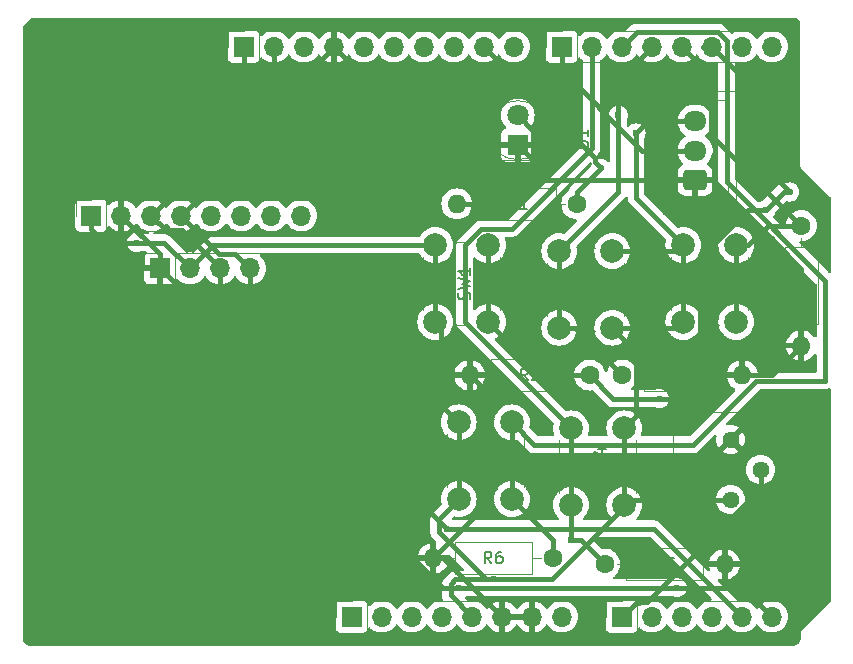
<source format=gbr>
%TF.GenerationSoftware,KiCad,Pcbnew,8.0.8*%
%TF.CreationDate,2025-01-31T17:17:16-07:00*%
%TF.ProjectId,Arduino_uno_Shield,41726475-696e-46f5-9f75-6e6f5f536869,rev?*%
%TF.SameCoordinates,Original*%
%TF.FileFunction,Legend,Top*%
%TF.FilePolarity,Positive*%
%FSLAX46Y46*%
G04 Gerber Fmt 4.6, Leading zero omitted, Abs format (unit mm)*
G04 Created by KiCad (PCBNEW 8.0.8) date 2025-01-31 17:17:16*
%MOMM*%
%LPD*%
G01*
G04 APERTURE LIST*
G04 Aperture macros list*
%AMRoundRect*
0 Rectangle with rounded corners*
0 $1 Rounding radius*
0 $2 $3 $4 $5 $6 $7 $8 $9 X,Y pos of 4 corners*
0 Add a 4 corners polygon primitive as box body*
4,1,4,$2,$3,$4,$5,$6,$7,$8,$9,$2,$3,0*
0 Add four circle primitives for the rounded corners*
1,1,$1+$1,$2,$3*
1,1,$1+$1,$4,$5*
1,1,$1+$1,$6,$7*
1,1,$1+$1,$8,$9*
0 Add four rect primitives between the rounded corners*
20,1,$1+$1,$2,$3,$4,$5,0*
20,1,$1+$1,$4,$5,$6,$7,0*
20,1,$1+$1,$6,$7,$8,$9,0*
20,1,$1+$1,$8,$9,$2,$3,0*%
G04 Aperture macros list end*
%ADD10C,0.150000*%
%ADD11C,0.120000*%
%TA.AperFunction,ComponentPad*%
%ADD12R,1.700000X1.700000*%
%TD*%
%TA.AperFunction,ComponentPad*%
%ADD13O,1.700000X1.700000*%
%TD*%
%TA.AperFunction,ComponentPad*%
%ADD14C,2.000000*%
%TD*%
%TA.AperFunction,ComponentPad*%
%ADD15C,1.600000*%
%TD*%
%TA.AperFunction,ComponentPad*%
%ADD16O,1.600000X1.600000*%
%TD*%
%TA.AperFunction,ComponentPad*%
%ADD17C,1.440000*%
%TD*%
%TA.AperFunction,ComponentPad*%
%ADD18R,1.800000X1.800000*%
%TD*%
%TA.AperFunction,ComponentPad*%
%ADD19C,1.800000*%
%TD*%
%TA.AperFunction,ComponentPad*%
%ADD20RoundRect,0.250000X0.725000X-0.600000X0.725000X0.600000X-0.725000X0.600000X-0.725000X-0.600000X0*%
%TD*%
%TA.AperFunction,ComponentPad*%
%ADD21O,1.950000X1.700000*%
%TD*%
%TA.AperFunction,ViaPad*%
%ADD22C,0.600000*%
%TD*%
%TA.AperFunction,Conductor*%
%ADD23C,0.400000*%
%TD*%
%ADD24R,1.700000X1.700000*%
%ADD25O,1.700000X1.700000*%
%ADD26C,2.000000*%
%ADD27C,1.600000*%
%ADD28O,1.600000X1.600000*%
%ADD29C,1.440000*%
%ADD30R,1.800000X1.800000*%
%ADD31C,1.800000*%
%ADD32RoundRect,0.250000X0.725000X-0.600000X0.725000X0.600000X-0.725000X0.600000X-0.725000X-0.600000X0*%
%ADD33O,1.950000X1.700000*%
G04 APERTURE END LIST*
D10*
X101100000Y-94000000D02*
X101100000Y-67999808D01*
X101100000Y-67999808D02*
X109200000Y-68000094D01*
X103000000Y-48000000D02*
X106000000Y-48000000D01*
X125500000Y-61000000D02*
X125500000Y-52000000D01*
X129000000Y-94000000D02*
X101100000Y-94000000D01*
X129000000Y-68000000D02*
X129000000Y-94000000D01*
X121500000Y-68000000D02*
X129000000Y-68000000D01*
X103000000Y-50700000D02*
X103000000Y-48000000D01*
X137907200Y-70583332D02*
X137954819Y-70440475D01*
X137954819Y-70440475D02*
X137954819Y-70202380D01*
X137954819Y-70202380D02*
X137907200Y-70107142D01*
X137907200Y-70107142D02*
X137859580Y-70059523D01*
X137859580Y-70059523D02*
X137764342Y-70011904D01*
X137764342Y-70011904D02*
X137669104Y-70011904D01*
X137669104Y-70011904D02*
X137573866Y-70059523D01*
X137573866Y-70059523D02*
X137526247Y-70107142D01*
X137526247Y-70107142D02*
X137478628Y-70202380D01*
X137478628Y-70202380D02*
X137431009Y-70392856D01*
X137431009Y-70392856D02*
X137383390Y-70488094D01*
X137383390Y-70488094D02*
X137335771Y-70535713D01*
X137335771Y-70535713D02*
X137240533Y-70583332D01*
X137240533Y-70583332D02*
X137145295Y-70583332D01*
X137145295Y-70583332D02*
X137050057Y-70535713D01*
X137050057Y-70535713D02*
X137002438Y-70488094D01*
X137002438Y-70488094D02*
X136954819Y-70392856D01*
X136954819Y-70392856D02*
X136954819Y-70154761D01*
X136954819Y-70154761D02*
X137002438Y-70011904D01*
X136954819Y-69678570D02*
X137954819Y-69440475D01*
X137954819Y-69440475D02*
X137240533Y-69249999D01*
X137240533Y-69249999D02*
X137954819Y-69059523D01*
X137954819Y-69059523D02*
X136954819Y-68821428D01*
X137954819Y-67916666D02*
X137954819Y-68488094D01*
X137954819Y-68202380D02*
X136954819Y-68202380D01*
X136954819Y-68202380D02*
X137097676Y-68297618D01*
X137097676Y-68297618D02*
X137192914Y-68392856D01*
X137192914Y-68392856D02*
X137240533Y-68488094D01*
X156333333Y-77454819D02*
X156000000Y-76978628D01*
X155761905Y-77454819D02*
X155761905Y-76454819D01*
X155761905Y-76454819D02*
X156142857Y-76454819D01*
X156142857Y-76454819D02*
X156238095Y-76502438D01*
X156238095Y-76502438D02*
X156285714Y-76550057D01*
X156285714Y-76550057D02*
X156333333Y-76645295D01*
X156333333Y-76645295D02*
X156333333Y-76788152D01*
X156333333Y-76788152D02*
X156285714Y-76883390D01*
X156285714Y-76883390D02*
X156238095Y-76931009D01*
X156238095Y-76931009D02*
X156142857Y-76978628D01*
X156142857Y-76978628D02*
X155761905Y-76978628D01*
X157190476Y-76788152D02*
X157190476Y-77454819D01*
X156952381Y-76407200D02*
X156714286Y-77121485D01*
X156714286Y-77121485D02*
X157333333Y-77121485D01*
X154333333Y-93454819D02*
X154000000Y-92978628D01*
X153761905Y-93454819D02*
X153761905Y-92454819D01*
X153761905Y-92454819D02*
X154142857Y-92454819D01*
X154142857Y-92454819D02*
X154238095Y-92502438D01*
X154238095Y-92502438D02*
X154285714Y-92550057D01*
X154285714Y-92550057D02*
X154333333Y-92645295D01*
X154333333Y-92645295D02*
X154333333Y-92788152D01*
X154333333Y-92788152D02*
X154285714Y-92883390D01*
X154285714Y-92883390D02*
X154238095Y-92931009D01*
X154238095Y-92931009D02*
X154142857Y-92978628D01*
X154142857Y-92978628D02*
X153761905Y-92978628D01*
X155238095Y-92454819D02*
X154761905Y-92454819D01*
X154761905Y-92454819D02*
X154714286Y-92931009D01*
X154714286Y-92931009D02*
X154761905Y-92883390D01*
X154761905Y-92883390D02*
X154857143Y-92835771D01*
X154857143Y-92835771D02*
X155095238Y-92835771D01*
X155095238Y-92835771D02*
X155190476Y-92883390D01*
X155190476Y-92883390D02*
X155238095Y-92931009D01*
X155238095Y-92931009D02*
X155285714Y-93026247D01*
X155285714Y-93026247D02*
X155285714Y-93264342D01*
X155285714Y-93264342D02*
X155238095Y-93359580D01*
X155238095Y-93359580D02*
X155190476Y-93407200D01*
X155190476Y-93407200D02*
X155095238Y-93454819D01*
X155095238Y-93454819D02*
X154857143Y-93454819D01*
X154857143Y-93454819D02*
X154761905Y-93407200D01*
X154761905Y-93407200D02*
X154714286Y-93359580D01*
X160509819Y-85595238D02*
X160033628Y-85928571D01*
X160509819Y-86166666D02*
X159509819Y-86166666D01*
X159509819Y-86166666D02*
X159509819Y-85785714D01*
X159509819Y-85785714D02*
X159557438Y-85690476D01*
X159557438Y-85690476D02*
X159605057Y-85642857D01*
X159605057Y-85642857D02*
X159700295Y-85595238D01*
X159700295Y-85595238D02*
X159843152Y-85595238D01*
X159843152Y-85595238D02*
X159938390Y-85642857D01*
X159938390Y-85642857D02*
X159986009Y-85690476D01*
X159986009Y-85690476D02*
X160033628Y-85785714D01*
X160033628Y-85785714D02*
X160033628Y-86166666D01*
X159509819Y-85309523D02*
X160509819Y-84976190D01*
X160509819Y-84976190D02*
X159509819Y-84642857D01*
X160509819Y-83785714D02*
X160509819Y-84357142D01*
X160509819Y-84071428D02*
X159509819Y-84071428D01*
X159509819Y-84071428D02*
X159652676Y-84166666D01*
X159652676Y-84166666D02*
X159747914Y-84261904D01*
X159747914Y-84261904D02*
X159795533Y-84357142D01*
X158407200Y-70333332D02*
X158454819Y-70190475D01*
X158454819Y-70190475D02*
X158454819Y-69952380D01*
X158454819Y-69952380D02*
X158407200Y-69857142D01*
X158407200Y-69857142D02*
X158359580Y-69809523D01*
X158359580Y-69809523D02*
X158264342Y-69761904D01*
X158264342Y-69761904D02*
X158169104Y-69761904D01*
X158169104Y-69761904D02*
X158073866Y-69809523D01*
X158073866Y-69809523D02*
X158026247Y-69857142D01*
X158026247Y-69857142D02*
X157978628Y-69952380D01*
X157978628Y-69952380D02*
X157931009Y-70142856D01*
X157931009Y-70142856D02*
X157883390Y-70238094D01*
X157883390Y-70238094D02*
X157835771Y-70285713D01*
X157835771Y-70285713D02*
X157740533Y-70333332D01*
X157740533Y-70333332D02*
X157645295Y-70333332D01*
X157645295Y-70333332D02*
X157550057Y-70285713D01*
X157550057Y-70285713D02*
X157502438Y-70238094D01*
X157502438Y-70238094D02*
X157454819Y-70142856D01*
X157454819Y-70142856D02*
X157454819Y-69904761D01*
X157454819Y-69904761D02*
X157502438Y-69761904D01*
X157454819Y-69428570D02*
X158454819Y-69190475D01*
X158454819Y-69190475D02*
X157740533Y-68999999D01*
X157740533Y-68999999D02*
X158454819Y-68809523D01*
X158454819Y-68809523D02*
X157454819Y-68571428D01*
X157550057Y-68238094D02*
X157502438Y-68190475D01*
X157502438Y-68190475D02*
X157454819Y-68095237D01*
X157454819Y-68095237D02*
X157454819Y-67857142D01*
X157454819Y-67857142D02*
X157502438Y-67761904D01*
X157502438Y-67761904D02*
X157550057Y-67714285D01*
X157550057Y-67714285D02*
X157645295Y-67666666D01*
X157645295Y-67666666D02*
X157740533Y-67666666D01*
X157740533Y-67666666D02*
X157883390Y-67714285D01*
X157883390Y-67714285D02*
X158454819Y-68285713D01*
X158454819Y-68285713D02*
X158454819Y-67666666D01*
X148407200Y-71083332D02*
X148454819Y-70940475D01*
X148454819Y-70940475D02*
X148454819Y-70702380D01*
X148454819Y-70702380D02*
X148407200Y-70607142D01*
X148407200Y-70607142D02*
X148359580Y-70559523D01*
X148359580Y-70559523D02*
X148264342Y-70511904D01*
X148264342Y-70511904D02*
X148169104Y-70511904D01*
X148169104Y-70511904D02*
X148073866Y-70559523D01*
X148073866Y-70559523D02*
X148026247Y-70607142D01*
X148026247Y-70607142D02*
X147978628Y-70702380D01*
X147978628Y-70702380D02*
X147931009Y-70892856D01*
X147931009Y-70892856D02*
X147883390Y-70988094D01*
X147883390Y-70988094D02*
X147835771Y-71035713D01*
X147835771Y-71035713D02*
X147740533Y-71083332D01*
X147740533Y-71083332D02*
X147645295Y-71083332D01*
X147645295Y-71083332D02*
X147550057Y-71035713D01*
X147550057Y-71035713D02*
X147502438Y-70988094D01*
X147502438Y-70988094D02*
X147454819Y-70892856D01*
X147454819Y-70892856D02*
X147454819Y-70654761D01*
X147454819Y-70654761D02*
X147502438Y-70511904D01*
X147454819Y-70178570D02*
X148454819Y-69940475D01*
X148454819Y-69940475D02*
X147740533Y-69749999D01*
X147740533Y-69749999D02*
X148454819Y-69559523D01*
X148454819Y-69559523D02*
X147454819Y-69321428D01*
X147454819Y-69035713D02*
X147454819Y-68416666D01*
X147454819Y-68416666D02*
X147835771Y-68749999D01*
X147835771Y-68749999D02*
X147835771Y-68607142D01*
X147835771Y-68607142D02*
X147883390Y-68511904D01*
X147883390Y-68511904D02*
X147931009Y-68464285D01*
X147931009Y-68464285D02*
X148026247Y-68416666D01*
X148026247Y-68416666D02*
X148264342Y-68416666D01*
X148264342Y-68416666D02*
X148359580Y-68464285D01*
X148359580Y-68464285D02*
X148407200Y-68511904D01*
X148407200Y-68511904D02*
X148454819Y-68607142D01*
X148454819Y-68607142D02*
X148454819Y-68892856D01*
X148454819Y-68892856D02*
X148407200Y-68988094D01*
X148407200Y-68988094D02*
X148359580Y-69035713D01*
X139907200Y-85833332D02*
X139954819Y-85690475D01*
X139954819Y-85690475D02*
X139954819Y-85452380D01*
X139954819Y-85452380D02*
X139907200Y-85357142D01*
X139907200Y-85357142D02*
X139859580Y-85309523D01*
X139859580Y-85309523D02*
X139764342Y-85261904D01*
X139764342Y-85261904D02*
X139669104Y-85261904D01*
X139669104Y-85261904D02*
X139573866Y-85309523D01*
X139573866Y-85309523D02*
X139526247Y-85357142D01*
X139526247Y-85357142D02*
X139478628Y-85452380D01*
X139478628Y-85452380D02*
X139431009Y-85642856D01*
X139431009Y-85642856D02*
X139383390Y-85738094D01*
X139383390Y-85738094D02*
X139335771Y-85785713D01*
X139335771Y-85785713D02*
X139240533Y-85833332D01*
X139240533Y-85833332D02*
X139145295Y-85833332D01*
X139145295Y-85833332D02*
X139050057Y-85785713D01*
X139050057Y-85785713D02*
X139002438Y-85738094D01*
X139002438Y-85738094D02*
X138954819Y-85642856D01*
X138954819Y-85642856D02*
X138954819Y-85404761D01*
X138954819Y-85404761D02*
X139002438Y-85261904D01*
X138954819Y-84928570D02*
X139954819Y-84690475D01*
X139954819Y-84690475D02*
X139240533Y-84499999D01*
X139240533Y-84499999D02*
X139954819Y-84309523D01*
X139954819Y-84309523D02*
X138954819Y-84071428D01*
X138954819Y-83214285D02*
X138954819Y-83690475D01*
X138954819Y-83690475D02*
X139431009Y-83738094D01*
X139431009Y-83738094D02*
X139383390Y-83690475D01*
X139383390Y-83690475D02*
X139335771Y-83595237D01*
X139335771Y-83595237D02*
X139335771Y-83357142D01*
X139335771Y-83357142D02*
X139383390Y-83261904D01*
X139383390Y-83261904D02*
X139431009Y-83214285D01*
X139431009Y-83214285D02*
X139526247Y-83166666D01*
X139526247Y-83166666D02*
X139764342Y-83166666D01*
X139764342Y-83166666D02*
X139859580Y-83214285D01*
X139859580Y-83214285D02*
X139907200Y-83261904D01*
X139907200Y-83261904D02*
X139954819Y-83357142D01*
X139954819Y-83357142D02*
X139954819Y-83595237D01*
X139954819Y-83595237D02*
X139907200Y-83690475D01*
X139907200Y-83690475D02*
X139859580Y-83738094D01*
X139753333Y-92954819D02*
X139420000Y-92478628D01*
X139181905Y-92954819D02*
X139181905Y-91954819D01*
X139181905Y-91954819D02*
X139562857Y-91954819D01*
X139562857Y-91954819D02*
X139658095Y-92002438D01*
X139658095Y-92002438D02*
X139705714Y-92050057D01*
X139705714Y-92050057D02*
X139753333Y-92145295D01*
X139753333Y-92145295D02*
X139753333Y-92288152D01*
X139753333Y-92288152D02*
X139705714Y-92383390D01*
X139705714Y-92383390D02*
X139658095Y-92431009D01*
X139658095Y-92431009D02*
X139562857Y-92478628D01*
X139562857Y-92478628D02*
X139181905Y-92478628D01*
X140610476Y-91954819D02*
X140420000Y-91954819D01*
X140420000Y-91954819D02*
X140324762Y-92002438D01*
X140324762Y-92002438D02*
X140277143Y-92050057D01*
X140277143Y-92050057D02*
X140181905Y-92192914D01*
X140181905Y-92192914D02*
X140134286Y-92383390D01*
X140134286Y-92383390D02*
X140134286Y-92764342D01*
X140134286Y-92764342D02*
X140181905Y-92859580D01*
X140181905Y-92859580D02*
X140229524Y-92907200D01*
X140229524Y-92907200D02*
X140324762Y-92954819D01*
X140324762Y-92954819D02*
X140515238Y-92954819D01*
X140515238Y-92954819D02*
X140610476Y-92907200D01*
X140610476Y-92907200D02*
X140658095Y-92859580D01*
X140658095Y-92859580D02*
X140705714Y-92764342D01*
X140705714Y-92764342D02*
X140705714Y-92526247D01*
X140705714Y-92526247D02*
X140658095Y-92431009D01*
X140658095Y-92431009D02*
X140610476Y-92383390D01*
X140610476Y-92383390D02*
X140515238Y-92335771D01*
X140515238Y-92335771D02*
X140324762Y-92335771D01*
X140324762Y-92335771D02*
X140229524Y-92383390D01*
X140229524Y-92383390D02*
X140181905Y-92431009D01*
X140181905Y-92431009D02*
X140134286Y-92526247D01*
X115166666Y-59954819D02*
X115166666Y-60669104D01*
X115166666Y-60669104D02*
X115119047Y-60811961D01*
X115119047Y-60811961D02*
X115023809Y-60907200D01*
X115023809Y-60907200D02*
X114880952Y-60954819D01*
X114880952Y-60954819D02*
X114785714Y-60954819D01*
X115690476Y-60954819D02*
X115880952Y-60954819D01*
X115880952Y-60954819D02*
X115976190Y-60907200D01*
X115976190Y-60907200D02*
X116023809Y-60859580D01*
X116023809Y-60859580D02*
X116119047Y-60716723D01*
X116119047Y-60716723D02*
X116166666Y-60526247D01*
X116166666Y-60526247D02*
X116166666Y-60145295D01*
X116166666Y-60145295D02*
X116119047Y-60050057D01*
X116119047Y-60050057D02*
X116071428Y-60002438D01*
X116071428Y-60002438D02*
X115976190Y-59954819D01*
X115976190Y-59954819D02*
X115785714Y-59954819D01*
X115785714Y-59954819D02*
X115690476Y-60002438D01*
X115690476Y-60002438D02*
X115642857Y-60050057D01*
X115642857Y-60050057D02*
X115595238Y-60145295D01*
X115595238Y-60145295D02*
X115595238Y-60383390D01*
X115595238Y-60383390D02*
X115642857Y-60478628D01*
X115642857Y-60478628D02*
X115690476Y-60526247D01*
X115690476Y-60526247D02*
X115785714Y-60573866D01*
X115785714Y-60573866D02*
X115976190Y-60573866D01*
X115976190Y-60573866D02*
X116071428Y-60526247D01*
X116071428Y-60526247D02*
X116119047Y-60478628D01*
X116119047Y-60478628D02*
X116166666Y-60383390D01*
X114190476Y-70954819D02*
X114190476Y-71669104D01*
X114190476Y-71669104D02*
X114142857Y-71811961D01*
X114142857Y-71811961D02*
X114047619Y-71907200D01*
X114047619Y-71907200D02*
X113904762Y-71954819D01*
X113904762Y-71954819D02*
X113809524Y-71954819D01*
X115190476Y-71954819D02*
X114619048Y-71954819D01*
X114904762Y-71954819D02*
X114904762Y-70954819D01*
X114904762Y-70954819D02*
X114809524Y-71097676D01*
X114809524Y-71097676D02*
X114714286Y-71192914D01*
X114714286Y-71192914D02*
X114619048Y-71240533D01*
X115809524Y-70954819D02*
X115904762Y-70954819D01*
X115904762Y-70954819D02*
X116000000Y-71002438D01*
X116000000Y-71002438D02*
X116047619Y-71050057D01*
X116047619Y-71050057D02*
X116095238Y-71145295D01*
X116095238Y-71145295D02*
X116142857Y-71335771D01*
X116142857Y-71335771D02*
X116142857Y-71573866D01*
X116142857Y-71573866D02*
X116095238Y-71764342D01*
X116095238Y-71764342D02*
X116047619Y-71859580D01*
X116047619Y-71859580D02*
X116000000Y-71907200D01*
X116000000Y-71907200D02*
X115904762Y-71954819D01*
X115904762Y-71954819D02*
X115809524Y-71954819D01*
X115809524Y-71954819D02*
X115714286Y-71907200D01*
X115714286Y-71907200D02*
X115666667Y-71859580D01*
X115666667Y-71859580D02*
X115619048Y-71764342D01*
X115619048Y-71764342D02*
X115571429Y-71573866D01*
X115571429Y-71573866D02*
X115571429Y-71335771D01*
X115571429Y-71335771D02*
X115619048Y-71145295D01*
X115619048Y-71145295D02*
X115666667Y-71050057D01*
X115666667Y-71050057D02*
X115714286Y-71002438D01*
X115714286Y-71002438D02*
X115809524Y-70954819D01*
X141833333Y-62954819D02*
X141500000Y-62478628D01*
X141261905Y-62954819D02*
X141261905Y-61954819D01*
X141261905Y-61954819D02*
X141642857Y-61954819D01*
X141642857Y-61954819D02*
X141738095Y-62002438D01*
X141738095Y-62002438D02*
X141785714Y-62050057D01*
X141785714Y-62050057D02*
X141833333Y-62145295D01*
X141833333Y-62145295D02*
X141833333Y-62288152D01*
X141833333Y-62288152D02*
X141785714Y-62383390D01*
X141785714Y-62383390D02*
X141738095Y-62431009D01*
X141738095Y-62431009D02*
X141642857Y-62478628D01*
X141642857Y-62478628D02*
X141261905Y-62478628D01*
X142785714Y-62954819D02*
X142214286Y-62954819D01*
X142500000Y-62954819D02*
X142500000Y-61954819D01*
X142500000Y-61954819D02*
X142404762Y-62097676D01*
X142404762Y-62097676D02*
X142309524Y-62192914D01*
X142309524Y-62192914D02*
X142214286Y-62240533D01*
X166454819Y-69666666D02*
X165978628Y-69999999D01*
X166454819Y-70238094D02*
X165454819Y-70238094D01*
X165454819Y-70238094D02*
X165454819Y-69857142D01*
X165454819Y-69857142D02*
X165502438Y-69761904D01*
X165502438Y-69761904D02*
X165550057Y-69714285D01*
X165550057Y-69714285D02*
X165645295Y-69666666D01*
X165645295Y-69666666D02*
X165788152Y-69666666D01*
X165788152Y-69666666D02*
X165883390Y-69714285D01*
X165883390Y-69714285D02*
X165931009Y-69761904D01*
X165931009Y-69761904D02*
X165978628Y-69857142D01*
X165978628Y-69857142D02*
X165978628Y-70238094D01*
X165454819Y-69333332D02*
X165454819Y-68714285D01*
X165454819Y-68714285D02*
X165835771Y-69047618D01*
X165835771Y-69047618D02*
X165835771Y-68904761D01*
X165835771Y-68904761D02*
X165883390Y-68809523D01*
X165883390Y-68809523D02*
X165931009Y-68761904D01*
X165931009Y-68761904D02*
X166026247Y-68714285D01*
X166026247Y-68714285D02*
X166264342Y-68714285D01*
X166264342Y-68714285D02*
X166359580Y-68761904D01*
X166359580Y-68761904D02*
X166407200Y-68809523D01*
X166407200Y-68809523D02*
X166454819Y-68904761D01*
X166454819Y-68904761D02*
X166454819Y-69190475D01*
X166454819Y-69190475D02*
X166407200Y-69285713D01*
X166407200Y-69285713D02*
X166359580Y-69333332D01*
X142833333Y-77454819D02*
X142500000Y-76978628D01*
X142261905Y-77454819D02*
X142261905Y-76454819D01*
X142261905Y-76454819D02*
X142642857Y-76454819D01*
X142642857Y-76454819D02*
X142738095Y-76502438D01*
X142738095Y-76502438D02*
X142785714Y-76550057D01*
X142785714Y-76550057D02*
X142833333Y-76645295D01*
X142833333Y-76645295D02*
X142833333Y-76788152D01*
X142833333Y-76788152D02*
X142785714Y-76883390D01*
X142785714Y-76883390D02*
X142738095Y-76931009D01*
X142738095Y-76931009D02*
X142642857Y-76978628D01*
X142642857Y-76978628D02*
X142261905Y-76978628D01*
X143214286Y-76550057D02*
X143261905Y-76502438D01*
X143261905Y-76502438D02*
X143357143Y-76454819D01*
X143357143Y-76454819D02*
X143595238Y-76454819D01*
X143595238Y-76454819D02*
X143690476Y-76502438D01*
X143690476Y-76502438D02*
X143738095Y-76550057D01*
X143738095Y-76550057D02*
X143785714Y-76645295D01*
X143785714Y-76645295D02*
X143785714Y-76740533D01*
X143785714Y-76740533D02*
X143738095Y-76883390D01*
X143738095Y-76883390D02*
X143166667Y-77454819D01*
X143166667Y-77454819D02*
X143785714Y-77454819D01*
X149407200Y-85833332D02*
X149454819Y-85690475D01*
X149454819Y-85690475D02*
X149454819Y-85452380D01*
X149454819Y-85452380D02*
X149407200Y-85357142D01*
X149407200Y-85357142D02*
X149359580Y-85309523D01*
X149359580Y-85309523D02*
X149264342Y-85261904D01*
X149264342Y-85261904D02*
X149169104Y-85261904D01*
X149169104Y-85261904D02*
X149073866Y-85309523D01*
X149073866Y-85309523D02*
X149026247Y-85357142D01*
X149026247Y-85357142D02*
X148978628Y-85452380D01*
X148978628Y-85452380D02*
X148931009Y-85642856D01*
X148931009Y-85642856D02*
X148883390Y-85738094D01*
X148883390Y-85738094D02*
X148835771Y-85785713D01*
X148835771Y-85785713D02*
X148740533Y-85833332D01*
X148740533Y-85833332D02*
X148645295Y-85833332D01*
X148645295Y-85833332D02*
X148550057Y-85785713D01*
X148550057Y-85785713D02*
X148502438Y-85738094D01*
X148502438Y-85738094D02*
X148454819Y-85642856D01*
X148454819Y-85642856D02*
X148454819Y-85404761D01*
X148454819Y-85404761D02*
X148502438Y-85261904D01*
X148454819Y-84928570D02*
X149454819Y-84690475D01*
X149454819Y-84690475D02*
X148740533Y-84499999D01*
X148740533Y-84499999D02*
X149454819Y-84309523D01*
X149454819Y-84309523D02*
X148454819Y-84071428D01*
X148788152Y-83261904D02*
X149454819Y-83261904D01*
X148407200Y-83499999D02*
X149121485Y-83738094D01*
X149121485Y-83738094D02*
X149121485Y-83119047D01*
X147954819Y-57738094D02*
X146954819Y-57738094D01*
X146954819Y-57738094D02*
X146954819Y-57499999D01*
X146954819Y-57499999D02*
X147002438Y-57357142D01*
X147002438Y-57357142D02*
X147097676Y-57261904D01*
X147097676Y-57261904D02*
X147192914Y-57214285D01*
X147192914Y-57214285D02*
X147383390Y-57166666D01*
X147383390Y-57166666D02*
X147526247Y-57166666D01*
X147526247Y-57166666D02*
X147716723Y-57214285D01*
X147716723Y-57214285D02*
X147811961Y-57261904D01*
X147811961Y-57261904D02*
X147907200Y-57357142D01*
X147907200Y-57357142D02*
X147954819Y-57499999D01*
X147954819Y-57499999D02*
X147954819Y-57738094D01*
X147954819Y-56214285D02*
X147954819Y-56785713D01*
X147954819Y-56499999D02*
X146954819Y-56499999D01*
X146954819Y-56499999D02*
X147097676Y-56595237D01*
X147097676Y-56595237D02*
X147192914Y-56690475D01*
X147192914Y-56690475D02*
X147240533Y-56785713D01*
X161954819Y-58809523D02*
X162669104Y-58809523D01*
X162669104Y-58809523D02*
X162811961Y-58857142D01*
X162811961Y-58857142D02*
X162907200Y-58952380D01*
X162907200Y-58952380D02*
X162954819Y-59095237D01*
X162954819Y-59095237D02*
X162954819Y-59190475D01*
X162954819Y-57809523D02*
X162954819Y-58380951D01*
X162954819Y-58095237D02*
X161954819Y-58095237D01*
X161954819Y-58095237D02*
X162097676Y-58190475D01*
X162097676Y-58190475D02*
X162192914Y-58285713D01*
X162192914Y-58285713D02*
X162240533Y-58380951D01*
X162954819Y-56857142D02*
X162954819Y-57428570D01*
X162954819Y-57142856D02*
X161954819Y-57142856D01*
X161954819Y-57142856D02*
X162097676Y-57238094D01*
X162097676Y-57238094D02*
X162192914Y-57333332D01*
X162192914Y-57333332D02*
X162240533Y-57428570D01*
D11*
%TO.C,J1*%
X126610000Y-96130000D02*
X127940000Y-96130000D01*
X126610000Y-97460000D02*
X126610000Y-96130000D01*
X129210000Y-96130000D02*
X147050000Y-96130000D01*
X129210000Y-98790000D02*
X129210000Y-96130000D01*
X129210000Y-98790000D02*
X147050000Y-98790000D01*
X147050000Y-98790000D02*
X147050000Y-96130000D01*
%TO.C,J3*%
X149470000Y-96130000D02*
X150800000Y-96130000D01*
X149470000Y-97460000D02*
X149470000Y-96130000D01*
X152070000Y-96130000D02*
X164830000Y-96130000D01*
X152070000Y-98790000D02*
X152070000Y-96130000D01*
X152070000Y-98790000D02*
X164830000Y-98790000D01*
X164830000Y-98790000D02*
X164830000Y-96130000D01*
%TO.C,J2*%
X117466000Y-47870000D02*
X118796000Y-47870000D01*
X117466000Y-49200000D02*
X117466000Y-47870000D01*
X120066000Y-47870000D02*
X142986000Y-47870000D01*
X120066000Y-50530000D02*
X120066000Y-47870000D01*
X120066000Y-50530000D02*
X142986000Y-50530000D01*
X142986000Y-50530000D02*
X142986000Y-47870000D01*
%TO.C,J4*%
X144390000Y-47870000D02*
X145720000Y-47870000D01*
X144390000Y-49200000D02*
X144390000Y-47870000D01*
X146990000Y-47870000D02*
X164830000Y-47870000D01*
X146990000Y-50530000D02*
X146990000Y-47870000D01*
X146990000Y-50530000D02*
X164830000Y-50530000D01*
X164830000Y-50530000D02*
X164830000Y-47870000D01*
%TO.C,SW1*%
X134000000Y-67000000D02*
X134000000Y-71500000D01*
X136500000Y-72750000D02*
X138000000Y-72750000D01*
X138000000Y-65750000D02*
X136500000Y-65750000D01*
X140500000Y-71500000D02*
X140500000Y-67000000D01*
%TO.C,R4*%
X151880000Y-77000000D02*
X152650000Y-77000000D01*
X152650000Y-75630000D02*
X152650000Y-78370000D01*
X152650000Y-78370000D02*
X159190000Y-78370000D01*
X159190000Y-75630000D02*
X152650000Y-75630000D01*
X159190000Y-78370000D02*
X159190000Y-75630000D01*
X159960000Y-77000000D02*
X159190000Y-77000000D01*
%TO.C,R5*%
X150380000Y-93000000D02*
X151150000Y-93000000D01*
X151150000Y-91630000D02*
X151150000Y-94370000D01*
X151150000Y-94370000D02*
X157690000Y-94370000D01*
X157690000Y-91630000D02*
X151150000Y-91630000D01*
X157690000Y-94370000D02*
X157690000Y-91630000D01*
X158460000Y-93000000D02*
X157690000Y-93000000D01*
%TO.C,RV1*%
X155115000Y-80115000D02*
X155115000Y-89885000D01*
X155115000Y-80115000D02*
X164885000Y-80115000D01*
X155115000Y-89885000D02*
X164885000Y-89885000D01*
X164885000Y-80115000D02*
X164885000Y-89885000D01*
%TO.C,SW2*%
X155000000Y-67000000D02*
X155000000Y-71500000D01*
X157500000Y-72750000D02*
X159000000Y-72750000D01*
X159000000Y-65750000D02*
X157500000Y-65750000D01*
X161500000Y-71500000D02*
X161500000Y-67000000D01*
%TO.C,SW3*%
X144500000Y-67500000D02*
X144500000Y-72000000D01*
X147000000Y-73250000D02*
X148500000Y-73250000D01*
X148500000Y-66250000D02*
X147000000Y-66250000D01*
X151000000Y-72000000D02*
X151000000Y-67500000D01*
%TO.C,SW5*%
X136000000Y-82000000D02*
X136000000Y-86500000D01*
X138500000Y-87750000D02*
X140000000Y-87750000D01*
X140000000Y-80750000D02*
X138500000Y-80750000D01*
X142500000Y-86500000D02*
X142500000Y-82000000D01*
%TO.C,R6*%
X135880000Y-92500000D02*
X136650000Y-92500000D01*
X136650000Y-91130000D02*
X136650000Y-93870000D01*
X136650000Y-93870000D02*
X143190000Y-93870000D01*
X143190000Y-91130000D02*
X136650000Y-91130000D01*
X143190000Y-93870000D02*
X143190000Y-91130000D01*
X143960000Y-92500000D02*
X143190000Y-92500000D01*
%TO.C,J9*%
X104550000Y-62170000D02*
X105880000Y-62170000D01*
X104550000Y-63500000D02*
X104550000Y-62170000D01*
X107150000Y-62170000D02*
X124990000Y-62170000D01*
X107150000Y-64830000D02*
X107150000Y-62170000D01*
X107150000Y-64830000D02*
X124990000Y-64830000D01*
X124990000Y-64830000D02*
X124990000Y-62170000D01*
%TO.C,J10*%
X110370000Y-66645000D02*
X111700000Y-66645000D01*
X110370000Y-67975000D02*
X110370000Y-66645000D01*
X112970000Y-66645000D02*
X120650000Y-66645000D01*
X112970000Y-69305000D02*
X112970000Y-66645000D01*
X112970000Y-69305000D02*
X120650000Y-69305000D01*
X120650000Y-69305000D02*
X120650000Y-66645000D01*
%TO.C,R1*%
X137880000Y-62500000D02*
X138650000Y-62500000D01*
X138650000Y-61130000D02*
X138650000Y-63870000D01*
X138650000Y-63870000D02*
X145190000Y-63870000D01*
X145190000Y-61130000D02*
X138650000Y-61130000D01*
X145190000Y-63870000D02*
X145190000Y-61130000D01*
X145960000Y-62500000D02*
X145190000Y-62500000D01*
%TO.C,R3*%
X164630000Y-66150000D02*
X164630000Y-72690000D01*
X164630000Y-72690000D02*
X167370000Y-72690000D01*
X166000000Y-65380000D02*
X166000000Y-66150000D01*
X166000000Y-73460000D02*
X166000000Y-72690000D01*
X167370000Y-66150000D02*
X164630000Y-66150000D01*
X167370000Y-72690000D02*
X167370000Y-66150000D01*
%TO.C,R2*%
X138960000Y-77000000D02*
X139730000Y-77000000D01*
X139730000Y-75630000D02*
X139730000Y-78370000D01*
X139730000Y-78370000D02*
X146270000Y-78370000D01*
X146270000Y-75630000D02*
X139730000Y-75630000D01*
X146270000Y-78370000D02*
X146270000Y-75630000D01*
X147040000Y-77000000D02*
X146270000Y-77000000D01*
%TO.C,SW4*%
X145500000Y-82500000D02*
X145500000Y-87000000D01*
X148000000Y-88250000D02*
X149500000Y-88250000D01*
X149500000Y-81250000D02*
X148000000Y-81250000D01*
X152000000Y-87000000D02*
X152000000Y-82500000D01*
%TO.C,D1*%
X140455000Y-58830000D02*
X143545000Y-58830000D01*
X140455170Y-58830000D02*
G75*
G02*
X141999952Y-53280000I1544830J2560000D01*
G01*
X142000048Y-53280000D02*
G75*
G02*
X143544830Y-58830000I-48J-2990000D01*
G01*
X144500000Y-56270000D02*
G75*
G02*
X139500000Y-56270000I-2500000J0D01*
G01*
X139500000Y-56270000D02*
G75*
G02*
X144500000Y-56270000I2500000J0D01*
G01*
%TO.C,J11*%
X154250000Y-62100000D02*
X154250000Y-63350000D01*
X154250000Y-63350000D02*
X155500000Y-63350000D01*
X154540000Y-52940000D02*
X154540000Y-63060000D01*
X154540000Y-63060000D02*
X160510000Y-63060000D01*
X154550000Y-52950000D02*
X154550000Y-54750000D01*
X154550000Y-54750000D02*
X155300000Y-54750000D01*
X154550000Y-56250000D02*
X154550000Y-59750000D01*
X154550000Y-59750000D02*
X155300000Y-59750000D01*
X154550000Y-61250000D02*
X154550000Y-63050000D01*
X154550000Y-63050000D02*
X155300000Y-63050000D01*
X155300000Y-52950000D02*
X154550000Y-52950000D01*
X155300000Y-54750000D02*
X155300000Y-52950000D01*
X155300000Y-56250000D02*
X154550000Y-56250000D01*
X155300000Y-59750000D02*
X155300000Y-56250000D01*
X155300000Y-61250000D02*
X154550000Y-61250000D01*
X155300000Y-63050000D02*
X155300000Y-61250000D01*
X156800000Y-52950000D02*
X156800000Y-53700000D01*
X156800000Y-53700000D02*
X159750000Y-53700000D01*
X156800000Y-62300000D02*
X159750000Y-62300000D01*
X156800000Y-63050000D02*
X156800000Y-62300000D01*
X159750000Y-53700000D02*
X159750000Y-58000000D01*
X159750000Y-62300000D02*
X159750000Y-58000000D01*
X160510000Y-52940000D02*
X154540000Y-52940000D01*
X160510000Y-63060000D02*
X160510000Y-52940000D01*
%TD*%
D12*
%TO.P,J1,1,Pin_1*%
%TO.N,unconnected-(J1-Pin_1-Pad1)*%
X127940000Y-97460000D03*
D13*
%TO.P,J1,2,Pin_2*%
%TO.N,/IOREF*%
X130480000Y-97460000D03*
%TO.P,J1,3,Pin_3*%
%TO.N,/~{RESET}*%
X133020000Y-97460000D03*
%TO.P,J1,4,Pin_4*%
%TO.N,+3V3*%
X135560000Y-97460000D03*
%TO.P,J1,5,Pin_5*%
%TO.N,+5V*%
X138100000Y-97460000D03*
%TO.P,J1,6,Pin_6*%
%TO.N,GND*%
X140640000Y-97460000D03*
%TO.P,J1,7,Pin_7*%
X143180000Y-97460000D03*
%TO.P,J1,8,Pin_8*%
%TO.N,VCC*%
X145720000Y-97460000D03*
%TD*%
D12*
%TO.P,J3,1,Pin_1*%
%TO.N,/A0*%
X150800000Y-97460000D03*
D13*
%TO.P,J3,2,Pin_2*%
%TO.N,/A1*%
X153340000Y-97460000D03*
%TO.P,J3,3,Pin_3*%
%TO.N,/A2*%
X155880000Y-97460000D03*
%TO.P,J3,4,Pin_4*%
%TO.N,/A3*%
X158420000Y-97460000D03*
%TO.P,J3,5,Pin_5*%
%TO.N,/I2C_SDA*%
X160960000Y-97460000D03*
%TO.P,J3,6,Pin_6*%
%TO.N,/I2C_SCL*%
X163500000Y-97460000D03*
%TD*%
D12*
%TO.P,J2,1,Pin_1*%
%TO.N,/I2C_SCL*%
X118796000Y-49200000D03*
D13*
%TO.P,J2,2,Pin_2*%
%TO.N,/I2C_SDA*%
X121336000Y-49200000D03*
%TO.P,J2,3,Pin_3*%
%TO.N,/AREF*%
X123876000Y-49200000D03*
%TO.P,J2,4,Pin_4*%
%TO.N,GND*%
X126416000Y-49200000D03*
%TO.P,J2,5,Pin_5*%
%TO.N,/13*%
X128956000Y-49200000D03*
%TO.P,J2,6,Pin_6*%
%TO.N,/12*%
X131496000Y-49200000D03*
%TO.P,J2,7,Pin_7*%
%TO.N,/\u002A11*%
X134036000Y-49200000D03*
%TO.P,J2,8,Pin_8*%
%TO.N,/\u002A10*%
X136576000Y-49200000D03*
%TO.P,J2,9,Pin_9*%
%TO.N,/\u002A9*%
X139116000Y-49200000D03*
%TO.P,J2,10,Pin_10*%
%TO.N,/8*%
X141656000Y-49200000D03*
%TD*%
D12*
%TO.P,J4,1,Pin_1*%
%TO.N,/7*%
X145720000Y-49200000D03*
D13*
%TO.P,J4,2,Pin_2*%
%TO.N,/\u002A6*%
X148260000Y-49200000D03*
%TO.P,J4,3,Pin_3*%
%TO.N,/\u002A5*%
X150800000Y-49200000D03*
%TO.P,J4,4,Pin_4*%
%TO.N,/4*%
X153340000Y-49200000D03*
%TO.P,J4,5,Pin_5*%
%TO.N,/\u002A3*%
X155880000Y-49200000D03*
%TO.P,J4,6,Pin_6*%
%TO.N,/2*%
X158420000Y-49200000D03*
%TO.P,J4,7,Pin_7*%
%TO.N,/TX{slash}1*%
X160960000Y-49200000D03*
%TO.P,J4,8,Pin_8*%
%TO.N,/RX{slash}0*%
X163500000Y-49200000D03*
%TD*%
D14*
%TO.P,SW1,1,A*%
%TO.N,/2*%
X139500000Y-66000000D03*
X139500000Y-72500000D03*
%TO.P,SW1,2,B*%
%TO.N,+5V*%
X135000000Y-66000000D03*
X135000000Y-72500000D03*
%TD*%
D15*
%TO.P,R4,1*%
%TO.N,/4*%
X150840000Y-77000000D03*
D16*
%TO.P,R4,2*%
%TO.N,GND*%
X161000000Y-77000000D03*
%TD*%
D15*
%TO.P,R5,1*%
%TO.N,/\u002A6*%
X149340000Y-93000000D03*
D16*
%TO.P,R5,2*%
%TO.N,GND*%
X159500000Y-93000000D03*
%TD*%
D17*
%TO.P,RV1,1,1*%
%TO.N,+5V*%
X160015000Y-87540000D03*
%TO.P,RV1,2,2*%
%TO.N,/A0*%
X162555000Y-85000000D03*
%TO.P,RV1,3,3*%
%TO.N,GND*%
X160015000Y-82460000D03*
%TD*%
D14*
%TO.P,SW2,1,A*%
%TO.N,/\u002A3*%
X160500000Y-66000000D03*
X160500000Y-72500000D03*
%TO.P,SW2,2,B*%
%TO.N,+5V*%
X156000000Y-66000000D03*
X156000000Y-72500000D03*
%TD*%
%TO.P,SW3,1,A*%
%TO.N,/4*%
X145500000Y-73000000D03*
X145500000Y-66500000D03*
%TO.P,SW3,2,B*%
%TO.N,+5V*%
X150000000Y-73000000D03*
X150000000Y-66500000D03*
%TD*%
%TO.P,SW5,1,A*%
%TO.N,/\u002A5*%
X141500000Y-81000000D03*
X141500000Y-87500000D03*
%TO.P,SW5,2,B*%
%TO.N,+5V*%
X137000000Y-81000000D03*
X137000000Y-87500000D03*
%TD*%
D15*
%TO.P,R6,1*%
%TO.N,/\u002A5*%
X145000000Y-92500000D03*
D16*
%TO.P,R6,2*%
%TO.N,GND*%
X134840000Y-92500000D03*
%TD*%
D12*
%TO.P,J9,1,Pin_1*%
%TO.N,+5V*%
X105880000Y-63500000D03*
D13*
%TO.P,J9,2,Pin_2*%
%TO.N,GND*%
X108420000Y-63500000D03*
%TO.P,J9,3,Pin_3*%
%TO.N,/I2C_SCL*%
X110960000Y-63500000D03*
%TO.P,J9,4,Pin_4*%
%TO.N,/I2C_SDA*%
X113500000Y-63500000D03*
%TO.P,J9,5,Pin_5*%
%TO.N,unconnected-(J9-Pin_5-Pad5)*%
X116040000Y-63500000D03*
%TO.P,J9,6,Pin_6*%
%TO.N,unconnected-(J9-Pin_6-Pad6)*%
X118580000Y-63500000D03*
%TO.P,J9,7,Pin_7*%
%TO.N,unconnected-(J9-Pin_7-Pad7)*%
X121120000Y-63500000D03*
%TO.P,J9,8,Pin_8*%
%TO.N,unconnected-(J9-Pin_8-Pad8)*%
X123660000Y-63500000D03*
%TD*%
D12*
%TO.P,J10,1,Pin_1*%
%TO.N,GND*%
X111700000Y-67975000D03*
D13*
%TO.P,J10,2,Pin_2*%
%TO.N,+5V*%
X114240000Y-67975000D03*
%TO.P,J10,3,Pin_3*%
%TO.N,/I2C_SCL*%
X116780000Y-67975000D03*
%TO.P,J10,4,Pin_4*%
%TO.N,/I2C_SDA*%
X119320000Y-67975000D03*
%TD*%
D15*
%TO.P,R1,1*%
%TO.N,/\u002A9*%
X147000000Y-62500000D03*
D16*
%TO.P,R1,2*%
%TO.N,Net-(D1-A)*%
X136840000Y-62500000D03*
%TD*%
D15*
%TO.P,R3,1*%
%TO.N,/\u002A3*%
X166000000Y-64340000D03*
D16*
%TO.P,R3,2*%
%TO.N,GND*%
X166000000Y-74500000D03*
%TD*%
D15*
%TO.P,R2,1*%
%TO.N,/2*%
X148080000Y-77000000D03*
D16*
%TO.P,R2,2*%
%TO.N,GND*%
X137920000Y-77000000D03*
%TD*%
D14*
%TO.P,SW4,1,A*%
%TO.N,/\u002A6*%
X146500000Y-88000000D03*
X146500000Y-81500000D03*
%TO.P,SW4,2,B*%
%TO.N,+5V*%
X151000000Y-88000000D03*
X151000000Y-81500000D03*
%TD*%
D18*
%TO.P,D1,1,K*%
%TO.N,GND*%
X142000000Y-57540000D03*
D19*
%TO.P,D1,2,A*%
%TO.N,Net-(D1-A)*%
X142000000Y-55000000D03*
%TD*%
D20*
%TO.P,J11,1,Pin_1*%
%TO.N,GND*%
X157000000Y-60500000D03*
D21*
%TO.P,J11,2,Pin_2*%
%TO.N,/7*%
X157000000Y-58000000D03*
%TO.P,J11,3,Pin_3*%
%TO.N,+5V*%
X157000000Y-55500000D03*
%TD*%
D22*
%TO.N,/\u002A9*%
X149000000Y-59500000D03*
%TO.N,/4*%
X150500000Y-55000000D03*
%TO.N,/2*%
X154000000Y-79000000D03*
X163000000Y-63000000D03*
X165000000Y-61500000D03*
%TO.N,GND*%
X163500000Y-65500000D03*
X117500000Y-52500000D03*
X143500000Y-60500000D03*
%TO.N,+5V*%
X152000000Y-56500000D03*
X109715025Y-65784975D03*
X140000000Y-94300000D03*
%TO.N,/I2C_SCL*%
X137000000Y-95000000D03*
X155500000Y-95000000D03*
%TO.N,/I2C_SDA*%
X136000000Y-90000000D03*
%TO.N,/\u002A6*%
X146500000Y-91000000D03*
%TD*%
D23*
%TO.N,/\u002A9*%
X147000000Y-61500000D02*
X149000000Y-59500000D01*
X147000000Y-62500000D02*
X147000000Y-61500000D01*
%TO.N,/4*%
X150500000Y-61500000D02*
X145500000Y-66500000D01*
X150500000Y-55000000D02*
X150500000Y-61500000D01*
%TO.N,/2*%
X150080000Y-79000000D02*
X148080000Y-77000000D01*
X154000000Y-79000000D02*
X150080000Y-79000000D01*
X165000000Y-61500000D02*
X164500000Y-61500000D01*
X164500000Y-61500000D02*
X163000000Y-63000000D01*
%TO.N,/\u002A5*%
X143400000Y-82900000D02*
X141500000Y-81000000D01*
X156797057Y-82900000D02*
X143400000Y-82900000D01*
X162197057Y-77500000D02*
X156797057Y-82900000D01*
X168000000Y-77500000D02*
X162197057Y-77500000D01*
X168000000Y-69010050D02*
X168000000Y-77500000D01*
X159670000Y-60680050D02*
X168000000Y-69010050D01*
X158937767Y-47950000D02*
X159670000Y-48682233D01*
X152050000Y-47950000D02*
X158937767Y-47950000D01*
X159670000Y-48682233D02*
X159670000Y-60680050D01*
X150800000Y-49200000D02*
X152050000Y-47950000D01*
%TO.N,/\u002A6*%
X137500000Y-72500000D02*
X146500000Y-81500000D01*
X138920101Y-64600000D02*
X137500000Y-66020101D01*
X141465685Y-64600000D02*
X138920101Y-64600000D01*
X148260000Y-57805685D02*
X141465685Y-64600000D01*
X148260000Y-49200000D02*
X148260000Y-57805685D01*
X137500000Y-66020101D02*
X137500000Y-72500000D01*
%TO.N,/2*%
X157714213Y-49200000D02*
X158420000Y-49200000D01*
%TO.N,GND*%
X120725000Y-77000000D02*
X137920000Y-77000000D01*
X117500000Y-52500000D02*
X123116000Y-52500000D01*
X111700000Y-67975000D02*
X120725000Y-77000000D01*
X123116000Y-52500000D02*
X126416000Y-49200000D01*
X143500000Y-59040000D02*
X142000000Y-57540000D01*
X158500000Y-60500000D02*
X157000000Y-60500000D01*
X163500000Y-65500000D02*
X158500000Y-60500000D01*
X143500000Y-60500000D02*
X143500000Y-59040000D01*
%TO.N,+5V*%
X140000000Y-94300000D02*
X136710050Y-94300000D01*
X135300000Y-90289950D02*
X139310050Y-94300000D01*
X136300000Y-94710050D02*
X136300000Y-95660000D01*
X139310050Y-94300000D02*
X140000000Y-94300000D01*
X116215000Y-66000000D02*
X135000000Y-66000000D01*
X135300000Y-89200000D02*
X135300000Y-90289950D01*
X137000000Y-87500000D02*
X135300000Y-89200000D01*
X152000000Y-62000000D02*
X156000000Y-66000000D01*
X112049975Y-65784975D02*
X114240000Y-67975000D01*
X109715025Y-65784975D02*
X112049975Y-65784975D01*
X136710050Y-94300000D02*
X136300000Y-94710050D01*
X114240000Y-67975000D02*
X116215000Y-66000000D01*
X152000000Y-56500000D02*
X152000000Y-62000000D01*
X136300000Y-95660000D02*
X138100000Y-97460000D01*
%TO.N,/I2C_SCL*%
X137000000Y-95000000D02*
X155500000Y-95000000D01*
%TO.N,/I2C_SDA*%
X153500000Y-90000000D02*
X160960000Y-97460000D01*
X136000000Y-90000000D02*
X153500000Y-90000000D01*
%TO.N,/\u002A6*%
X147340000Y-91000000D02*
X149340000Y-93000000D01*
X146500000Y-91000000D02*
X147340000Y-91000000D01*
%TD*%
%TA.AperFunction,Conductor*%
%TO.N,GND*%
G36*
X142714075Y-97267007D02*
G01*
X142680000Y-97394174D01*
X142680000Y-97525826D01*
X142714075Y-97652993D01*
X142746988Y-97710000D01*
X141073012Y-97710000D01*
X141105925Y-97652993D01*
X141140000Y-97525826D01*
X141140000Y-97394174D01*
X141105925Y-97267007D01*
X141073012Y-97210000D01*
X142746988Y-97210000D01*
X142714075Y-97267007D01*
G37*
%TD.AperFunction*%
%TA.AperFunction,Conductor*%
G36*
X165505635Y-46755185D02*
G01*
X165508322Y-46756961D01*
X165870227Y-47003055D01*
X165914594Y-47057028D01*
X165924500Y-47105593D01*
X165924500Y-59333312D01*
X165924304Y-59335383D01*
X165924496Y-59359821D01*
X165924500Y-59360793D01*
X165924500Y-59375104D01*
X165924610Y-59375648D01*
X165924619Y-59375671D01*
X165924620Y-59375672D01*
X165930248Y-59388964D01*
X165930485Y-59389531D01*
X165934563Y-59399376D01*
X165936000Y-59402845D01*
X165936318Y-59403318D01*
X165946504Y-59413345D01*
X165947080Y-59413916D01*
X165957233Y-59424069D01*
X165964504Y-59431340D01*
X165966110Y-59432646D01*
X168467492Y-61895187D01*
X168501456Y-61956246D01*
X168504500Y-61983551D01*
X168504500Y-68213217D01*
X168484815Y-68280256D01*
X168432011Y-68326011D01*
X168362853Y-68335955D01*
X168299297Y-68306930D01*
X168292819Y-68300898D01*
X165852324Y-65860403D01*
X165818839Y-65799080D01*
X165823823Y-65729388D01*
X165865695Y-65673455D01*
X165931159Y-65649038D01*
X165950804Y-65649193D01*
X166000000Y-65653498D01*
X166000000Y-65653497D01*
X166000001Y-65653498D01*
X166000002Y-65653498D01*
X166057021Y-65648509D01*
X166228087Y-65633543D01*
X166449243Y-65574284D01*
X166656749Y-65477523D01*
X166844300Y-65346198D01*
X167006198Y-65184300D01*
X167137523Y-64996749D01*
X167234284Y-64789243D01*
X167293543Y-64568087D01*
X167313498Y-64340000D01*
X167313259Y-64337273D01*
X167293543Y-64111918D01*
X167293543Y-64111913D01*
X167234284Y-63890757D01*
X167137523Y-63683251D01*
X167006198Y-63495700D01*
X166844300Y-63333802D01*
X166656749Y-63202477D01*
X166656745Y-63202475D01*
X166449249Y-63105718D01*
X166449238Y-63105714D01*
X166228089Y-63046457D01*
X166228081Y-63046456D01*
X166000002Y-63026502D01*
X165999998Y-63026502D01*
X165771918Y-63046456D01*
X165771910Y-63046457D01*
X165550761Y-63105714D01*
X165550750Y-63105718D01*
X165343254Y-63202475D01*
X165343252Y-63202476D01*
X165274837Y-63250381D01*
X165155700Y-63333802D01*
X165155698Y-63333803D01*
X165155695Y-63333806D01*
X164993806Y-63495695D01*
X164993803Y-63495698D01*
X164993802Y-63495700D01*
X164944699Y-63565826D01*
X164862476Y-63683252D01*
X164862475Y-63683254D01*
X164765718Y-63890750D01*
X164765714Y-63890761D01*
X164706457Y-64111910D01*
X164706456Y-64111918D01*
X164686502Y-64339998D01*
X164686502Y-64340002D01*
X164690805Y-64389187D01*
X164677038Y-64457687D01*
X164628423Y-64507870D01*
X164560394Y-64523803D01*
X164494551Y-64500427D01*
X164479596Y-64487675D01*
X163653204Y-63661283D01*
X163619719Y-63599960D01*
X163624703Y-63530268D01*
X163635892Y-63507629D01*
X163636791Y-63506198D01*
X163733043Y-63353015D01*
X163768956Y-63250379D01*
X163798314Y-63203655D01*
X164682226Y-62319743D01*
X164743547Y-62286260D01*
X164810861Y-62290385D01*
X164818953Y-62293217D01*
X164818954Y-62293217D01*
X164818957Y-62293218D01*
X164999996Y-62313616D01*
X165000000Y-62313616D01*
X165000004Y-62313616D01*
X165181041Y-62293218D01*
X165181044Y-62293217D01*
X165181047Y-62293217D01*
X165353015Y-62233043D01*
X165507281Y-62136111D01*
X165636111Y-62007281D01*
X165733043Y-61853015D01*
X165793217Y-61681047D01*
X165796073Y-61655700D01*
X165813616Y-61500003D01*
X165813616Y-61499996D01*
X165793218Y-61318958D01*
X165793217Y-61318953D01*
X165784254Y-61293338D01*
X165733043Y-61146985D01*
X165636111Y-60992719D01*
X165507281Y-60863889D01*
X165435403Y-60818725D01*
X165353017Y-60766958D01*
X165353016Y-60766957D01*
X165353015Y-60766957D01*
X165298693Y-60747949D01*
X165181046Y-60706782D01*
X165181041Y-60706781D01*
X165000004Y-60686384D01*
X164999996Y-60686384D01*
X164818958Y-60706781D01*
X164818953Y-60706782D01*
X164646984Y-60766957D01*
X164641120Y-60770641D01*
X164638174Y-60772493D01*
X164572201Y-60791500D01*
X164430214Y-60791500D01*
X164410737Y-60795374D01*
X164293343Y-60818725D01*
X164293337Y-60818727D01*
X164217807Y-60850013D01*
X164164395Y-60872136D01*
X164048357Y-60949671D01*
X164048353Y-60949674D01*
X162796344Y-62201683D01*
X162749619Y-62231043D01*
X162646983Y-62266957D01*
X162646982Y-62266958D01*
X162492369Y-62364108D01*
X162425132Y-62383108D01*
X162358297Y-62362740D01*
X162338716Y-62346795D01*
X160414819Y-60422898D01*
X160381334Y-60361575D01*
X160378500Y-60335217D01*
X160378500Y-50610368D01*
X160398185Y-50543329D01*
X160450989Y-50497574D01*
X160520147Y-50487630D01*
X160542763Y-50493087D01*
X160625362Y-50521443D01*
X160625365Y-50521444D01*
X160847431Y-50558500D01*
X161072569Y-50558500D01*
X161294635Y-50521444D01*
X161507574Y-50448342D01*
X161705576Y-50341189D01*
X161883240Y-50202906D01*
X162004594Y-50071082D01*
X162035715Y-50037276D01*
X162035715Y-50037275D01*
X162035722Y-50037268D01*
X162126193Y-49898790D01*
X162179338Y-49853437D01*
X162248569Y-49844013D01*
X162311905Y-49873515D01*
X162333804Y-49898787D01*
X162424278Y-50037268D01*
X162424283Y-50037273D01*
X162424284Y-50037276D01*
X162576756Y-50202902D01*
X162576761Y-50202907D01*
X162576766Y-50202911D01*
X162754424Y-50341189D01*
X162754425Y-50341189D01*
X162754427Y-50341191D01*
X162791499Y-50361253D01*
X162952426Y-50448342D01*
X163165365Y-50521444D01*
X163387431Y-50558500D01*
X163612569Y-50558500D01*
X163834635Y-50521444D01*
X164047574Y-50448342D01*
X164245576Y-50341189D01*
X164423240Y-50202906D01*
X164544594Y-50071082D01*
X164575715Y-50037276D01*
X164575717Y-50037273D01*
X164575722Y-50037268D01*
X164698860Y-49848791D01*
X164789296Y-49642616D01*
X164844564Y-49424368D01*
X164847164Y-49392993D01*
X164863156Y-49200005D01*
X164863156Y-49199994D01*
X164844565Y-48975640D01*
X164844563Y-48975628D01*
X164789296Y-48757385D01*
X164779071Y-48734075D01*
X164698860Y-48551209D01*
X164682706Y-48526484D01*
X164575723Y-48362734D01*
X164575715Y-48362723D01*
X164423243Y-48197097D01*
X164423238Y-48197092D01*
X164267948Y-48076224D01*
X164245576Y-48058811D01*
X164245575Y-48058810D01*
X164245572Y-48058808D01*
X164047580Y-47951661D01*
X164047577Y-47951659D01*
X164047574Y-47951658D01*
X164047571Y-47951657D01*
X164047569Y-47951656D01*
X163834637Y-47878556D01*
X163612569Y-47841500D01*
X163387431Y-47841500D01*
X163165362Y-47878556D01*
X162952430Y-47951656D01*
X162952419Y-47951661D01*
X162754427Y-48058808D01*
X162754422Y-48058812D01*
X162576761Y-48197092D01*
X162576756Y-48197097D01*
X162424284Y-48362723D01*
X162424276Y-48362734D01*
X162333808Y-48501206D01*
X162280662Y-48546562D01*
X162211431Y-48555986D01*
X162148095Y-48526484D01*
X162126192Y-48501206D01*
X162035723Y-48362734D01*
X162035715Y-48362723D01*
X161883243Y-48197097D01*
X161883238Y-48197092D01*
X161727948Y-48076224D01*
X161705576Y-48058811D01*
X161705575Y-48058810D01*
X161705572Y-48058808D01*
X161507580Y-47951661D01*
X161507577Y-47951659D01*
X161507574Y-47951658D01*
X161507571Y-47951657D01*
X161507569Y-47951656D01*
X161294637Y-47878556D01*
X161072569Y-47841500D01*
X160847431Y-47841500D01*
X160625362Y-47878556D01*
X160412430Y-47951656D01*
X160412419Y-47951661D01*
X160214429Y-48058807D01*
X160214420Y-48058813D01*
X160207553Y-48064158D01*
X160142557Y-48089796D01*
X160074018Y-48076224D01*
X160043717Y-48053980D01*
X159389413Y-47399674D01*
X159389405Y-47399668D01*
X159273370Y-47322136D01*
X159273366Y-47322134D01*
X159246663Y-47311073D01*
X159182194Y-47284369D01*
X159182193Y-47284368D01*
X159144431Y-47268727D01*
X159144425Y-47268725D01*
X159075988Y-47255113D01*
X159007552Y-47241500D01*
X159007549Y-47241500D01*
X159007548Y-47241500D01*
X152119782Y-47241500D01*
X151980218Y-47241500D01*
X151980214Y-47241500D01*
X151843341Y-47268725D01*
X151843340Y-47268726D01*
X151805573Y-47284368D01*
X151805572Y-47284369D01*
X151721602Y-47319151D01*
X151714394Y-47322137D01*
X151598361Y-47399668D01*
X151598353Y-47399674D01*
X151166774Y-47831253D01*
X151105451Y-47864738D01*
X151058684Y-47865881D01*
X150912569Y-47841500D01*
X150687431Y-47841500D01*
X150465362Y-47878556D01*
X150252430Y-47951656D01*
X150252419Y-47951661D01*
X150054427Y-48058808D01*
X150054422Y-48058812D01*
X149876761Y-48197092D01*
X149876756Y-48197097D01*
X149724284Y-48362723D01*
X149724276Y-48362734D01*
X149633808Y-48501206D01*
X149580662Y-48546562D01*
X149511431Y-48555986D01*
X149448095Y-48526484D01*
X149426192Y-48501206D01*
X149335723Y-48362734D01*
X149335715Y-48362723D01*
X149183243Y-48197097D01*
X149183238Y-48197092D01*
X149027948Y-48076224D01*
X149005576Y-48058811D01*
X149005575Y-48058810D01*
X149005572Y-48058808D01*
X148807580Y-47951661D01*
X148807577Y-47951659D01*
X148807574Y-47951658D01*
X148807571Y-47951657D01*
X148807569Y-47951656D01*
X148594637Y-47878556D01*
X148372569Y-47841500D01*
X148147431Y-47841500D01*
X147925362Y-47878556D01*
X147712430Y-47951656D01*
X147712419Y-47951661D01*
X147514427Y-48058808D01*
X147514422Y-48058812D01*
X147336761Y-48197092D01*
X147273548Y-48265760D01*
X147213661Y-48301750D01*
X147143823Y-48299649D01*
X147086207Y-48260124D01*
X147066138Y-48225110D01*
X147020889Y-48103796D01*
X146987214Y-48058812D01*
X146933261Y-47986739D01*
X146816204Y-47899111D01*
X146679203Y-47848011D01*
X146618654Y-47841500D01*
X146618638Y-47841500D01*
X144821362Y-47841500D01*
X144821345Y-47841500D01*
X144760797Y-47848011D01*
X144760795Y-47848011D01*
X144623795Y-47899111D01*
X144506739Y-47986739D01*
X144419111Y-48103795D01*
X144368011Y-48240795D01*
X144368011Y-48240797D01*
X144361500Y-48301345D01*
X144361500Y-50098654D01*
X144368011Y-50159202D01*
X144368011Y-50159204D01*
X144419111Y-50296204D01*
X144506739Y-50413261D01*
X144623796Y-50500889D01*
X144760799Y-50551989D01*
X144788050Y-50554918D01*
X144821345Y-50558499D01*
X144821362Y-50558500D01*
X146618638Y-50558500D01*
X146618654Y-50558499D01*
X146645692Y-50555591D01*
X146679201Y-50551989D01*
X146816204Y-50500889D01*
X146933261Y-50413261D01*
X147020889Y-50296204D01*
X147066138Y-50174887D01*
X147108009Y-50118956D01*
X147173474Y-50094539D01*
X147241746Y-50109391D01*
X147273545Y-50134236D01*
X147336756Y-50202902D01*
X147336762Y-50202908D01*
X147336766Y-50202911D01*
X147503662Y-50332813D01*
X147544475Y-50389522D01*
X147551500Y-50430665D01*
X147551500Y-57460852D01*
X147531815Y-57527891D01*
X147515181Y-57548533D01*
X141208533Y-63855181D01*
X141147210Y-63888666D01*
X141120852Y-63891500D01*
X138850315Y-63891500D01*
X138713442Y-63918725D01*
X138713441Y-63918726D01*
X138675674Y-63934368D01*
X138675673Y-63934369D01*
X138599492Y-63965925D01*
X138584495Y-63972137D01*
X138468462Y-64049668D01*
X138468454Y-64049674D01*
X136949674Y-65568454D01*
X136949671Y-65568458D01*
X136872136Y-65684496D01*
X136872135Y-65684499D01*
X136839500Y-65763288D01*
X136839500Y-65763289D01*
X136818727Y-65813438D01*
X136818725Y-65813446D01*
X136791500Y-65950315D01*
X136791500Y-72569786D01*
X136818724Y-72706653D01*
X136818727Y-72706662D01*
X136872135Y-72835601D01*
X136872136Y-72835604D01*
X136949671Y-72951642D01*
X136949674Y-72951646D01*
X145005893Y-81007864D01*
X145039378Y-81069187D01*
X145038786Y-81124491D01*
X145005466Y-81263282D01*
X145005465Y-81263289D01*
X144986835Y-81500000D01*
X145005465Y-81736714D01*
X145042125Y-81889413D01*
X145060895Y-81967594D01*
X145082622Y-82020048D01*
X145090091Y-82089516D01*
X145058817Y-82151995D01*
X144998728Y-82187648D01*
X144968061Y-82191500D01*
X143744832Y-82191500D01*
X143677793Y-82171815D01*
X143657151Y-82155181D01*
X142994105Y-81492135D01*
X142960620Y-81430812D01*
X142961211Y-81375508D01*
X142994535Y-81236711D01*
X143013165Y-81000000D01*
X142994535Y-80763289D01*
X142939105Y-80532406D01*
X142939104Y-80532403D01*
X142939104Y-80532402D01*
X142848242Y-80313040D01*
X142848240Y-80313037D01*
X142724179Y-80110589D01*
X142724178Y-80110586D01*
X142689340Y-80069797D01*
X142569969Y-79930031D01*
X142409781Y-79793217D01*
X142389413Y-79775821D01*
X142389410Y-79775820D01*
X142186962Y-79651759D01*
X142186959Y-79651757D01*
X141967596Y-79560895D01*
X141736714Y-79505465D01*
X141500000Y-79486835D01*
X141263285Y-79505465D01*
X141032404Y-79560895D01*
X141032402Y-79560895D01*
X140813040Y-79651757D01*
X140813037Y-79651759D01*
X140610589Y-79775820D01*
X140610586Y-79775821D01*
X140430031Y-79930031D01*
X140275821Y-80110586D01*
X140275820Y-80110589D01*
X140151759Y-80313037D01*
X140151757Y-80313040D01*
X140060895Y-80532402D01*
X140060895Y-80532404D01*
X140005465Y-80763285D01*
X139986835Y-81000000D01*
X140005465Y-81236714D01*
X140060895Y-81467595D01*
X140060895Y-81467597D01*
X140151757Y-81686959D01*
X140151759Y-81686962D01*
X140275820Y-81889410D01*
X140275821Y-81889413D01*
X140275824Y-81889416D01*
X140430031Y-82069969D01*
X140549277Y-82171815D01*
X140610586Y-82224178D01*
X140610589Y-82224179D01*
X140813037Y-82348240D01*
X140813040Y-82348242D01*
X141032403Y-82439104D01*
X141032404Y-82439104D01*
X141032406Y-82439105D01*
X141263289Y-82494535D01*
X141500000Y-82513165D01*
X141736711Y-82494535D01*
X141875508Y-82461212D01*
X141945289Y-82464703D01*
X141992135Y-82494105D01*
X142948354Y-83450325D01*
X142948358Y-83450328D01*
X143064400Y-83527865D01*
X143139930Y-83559150D01*
X143193338Y-83581273D01*
X143261776Y-83594886D01*
X143330214Y-83608499D01*
X143330218Y-83608500D01*
X143330219Y-83608500D01*
X156866839Y-83608500D01*
X156935278Y-83594886D01*
X156935279Y-83594886D01*
X156952505Y-83591459D01*
X157003719Y-83581273D01*
X157041484Y-83565630D01*
X157132658Y-83527865D01*
X157248700Y-83450328D01*
X158612479Y-82086549D01*
X158673802Y-82053064D01*
X158743494Y-82058048D01*
X158799427Y-82099920D01*
X158823844Y-82165384D01*
X158819935Y-82206322D01*
X158808947Y-82247331D01*
X158808944Y-82247345D01*
X158790340Y-82459997D01*
X158790340Y-82460002D01*
X158808944Y-82672654D01*
X158808945Y-82672662D01*
X158864194Y-82878853D01*
X158864197Y-82878859D01*
X158954413Y-83072329D01*
X158993415Y-83128030D01*
X159615000Y-82506445D01*
X159615000Y-82512661D01*
X159642259Y-82614394D01*
X159694920Y-82705606D01*
X159769394Y-82780080D01*
X159860606Y-82832741D01*
X159962339Y-82860000D01*
X159968554Y-82860000D01*
X159346968Y-83481584D01*
X159402663Y-83520582D01*
X159402669Y-83520586D01*
X159596140Y-83610802D01*
X159596146Y-83610805D01*
X159802337Y-83666054D01*
X159802345Y-83666055D01*
X160014998Y-83684660D01*
X160015002Y-83684660D01*
X160227654Y-83666055D01*
X160227662Y-83666054D01*
X160433853Y-83610805D01*
X160433864Y-83610801D01*
X160627325Y-83520589D01*
X160683030Y-83481583D01*
X160061447Y-82860000D01*
X160067661Y-82860000D01*
X160169394Y-82832741D01*
X160260606Y-82780080D01*
X160335080Y-82705606D01*
X160387741Y-82614394D01*
X160415000Y-82512661D01*
X160415000Y-82506446D01*
X161036583Y-83128029D01*
X161075589Y-83072325D01*
X161165801Y-82878864D01*
X161165805Y-82878853D01*
X161221054Y-82672662D01*
X161221055Y-82672654D01*
X161239660Y-82460002D01*
X161239660Y-82459997D01*
X161221055Y-82247345D01*
X161221054Y-82247337D01*
X161165805Y-82041146D01*
X161165802Y-82041140D01*
X161075586Y-81847669D01*
X161075582Y-81847663D01*
X161036584Y-81791968D01*
X160415000Y-82413552D01*
X160415000Y-82407339D01*
X160387741Y-82305606D01*
X160335080Y-82214394D01*
X160260606Y-82139920D01*
X160169394Y-82087259D01*
X160067661Y-82060000D01*
X160061445Y-82060000D01*
X160683030Y-81438415D01*
X160627329Y-81399413D01*
X160433859Y-81309197D01*
X160433853Y-81309194D01*
X160227662Y-81253945D01*
X160227654Y-81253944D01*
X160015002Y-81235340D01*
X160014998Y-81235340D01*
X159802345Y-81253944D01*
X159802331Y-81253947D01*
X159761321Y-81264935D01*
X159691471Y-81263271D01*
X159633609Y-81224108D01*
X159606106Y-81159879D01*
X159617693Y-81090977D01*
X159641545Y-81057482D01*
X162454209Y-78244819D01*
X162515532Y-78211334D01*
X162541890Y-78208500D01*
X168069782Y-78208500D01*
X168069783Y-78208499D01*
X168206662Y-78181273D01*
X168333047Y-78128922D01*
X168402516Y-78121453D01*
X168464996Y-78152728D01*
X168500648Y-78212817D01*
X168504500Y-78243483D01*
X168504500Y-96107364D01*
X168484815Y-96174403D01*
X168468181Y-96195045D01*
X165997233Y-98665994D01*
X165975995Y-98687231D01*
X165964500Y-98714982D01*
X165964500Y-99231907D01*
X165963903Y-99244062D01*
X165952505Y-99359778D01*
X165947763Y-99383618D01*
X165917832Y-99482290D01*
X165915789Y-99489024D01*
X165906486Y-99511482D01*
X165854561Y-99608627D01*
X165841056Y-99628839D01*
X165771176Y-99713988D01*
X165753988Y-99731176D01*
X165668839Y-99801056D01*
X165648627Y-99814561D01*
X165551482Y-99866486D01*
X165529028Y-99875787D01*
X165487028Y-99888528D01*
X165423618Y-99907763D01*
X165399778Y-99912505D01*
X165291162Y-99923203D01*
X165284060Y-99923903D01*
X165271907Y-99924500D01*
X100768093Y-99924500D01*
X100755939Y-99923903D01*
X100747995Y-99923120D01*
X100640221Y-99912505D01*
X100616381Y-99907763D01*
X100599445Y-99902625D01*
X100510968Y-99875786D01*
X100488517Y-99866486D01*
X100391372Y-99814561D01*
X100371160Y-99801056D01*
X100286011Y-99731176D01*
X100268823Y-99713988D01*
X100198943Y-99628839D01*
X100185438Y-99608627D01*
X100133510Y-99511476D01*
X100124215Y-99489037D01*
X100092234Y-99383612D01*
X100087494Y-99359777D01*
X100076097Y-99244061D01*
X100075500Y-99231907D01*
X100075500Y-96561345D01*
X126581500Y-96561345D01*
X126581500Y-98358654D01*
X126588011Y-98419202D01*
X126588011Y-98419204D01*
X126639111Y-98556204D01*
X126726739Y-98673261D01*
X126843796Y-98760889D01*
X126980799Y-98811989D01*
X127008050Y-98814918D01*
X127041345Y-98818499D01*
X127041362Y-98818500D01*
X128838638Y-98818500D01*
X128838654Y-98818499D01*
X128865692Y-98815591D01*
X128899201Y-98811989D01*
X129036204Y-98760889D01*
X129153261Y-98673261D01*
X129240889Y-98556204D01*
X129286138Y-98434887D01*
X129328009Y-98378956D01*
X129393474Y-98354539D01*
X129461746Y-98369391D01*
X129493545Y-98394236D01*
X129556760Y-98462906D01*
X129734424Y-98601189D01*
X129734425Y-98601189D01*
X129734427Y-98601191D01*
X129861135Y-98669761D01*
X129932426Y-98708342D01*
X130145365Y-98781444D01*
X130367431Y-98818500D01*
X130592569Y-98818500D01*
X130814635Y-98781444D01*
X131027574Y-98708342D01*
X131225576Y-98601189D01*
X131403240Y-98462906D01*
X131524594Y-98331082D01*
X131555715Y-98297276D01*
X131555715Y-98297275D01*
X131555722Y-98297268D01*
X131646193Y-98158790D01*
X131699338Y-98113437D01*
X131768569Y-98104013D01*
X131831905Y-98133515D01*
X131853804Y-98158787D01*
X131944278Y-98297268D01*
X131944283Y-98297273D01*
X131944284Y-98297276D01*
X132070968Y-98434889D01*
X132096760Y-98462906D01*
X132274424Y-98601189D01*
X132274425Y-98601189D01*
X132274427Y-98601191D01*
X132401135Y-98669761D01*
X132472426Y-98708342D01*
X132685365Y-98781444D01*
X132907431Y-98818500D01*
X133132569Y-98818500D01*
X133354635Y-98781444D01*
X133567574Y-98708342D01*
X133765576Y-98601189D01*
X133943240Y-98462906D01*
X134064594Y-98331082D01*
X134095715Y-98297276D01*
X134095715Y-98297275D01*
X134095722Y-98297268D01*
X134186193Y-98158790D01*
X134239338Y-98113437D01*
X134308569Y-98104013D01*
X134371905Y-98133515D01*
X134393804Y-98158787D01*
X134484278Y-98297268D01*
X134484283Y-98297273D01*
X134484284Y-98297276D01*
X134610968Y-98434889D01*
X134636760Y-98462906D01*
X134814424Y-98601189D01*
X134814425Y-98601189D01*
X134814427Y-98601191D01*
X134941135Y-98669761D01*
X135012426Y-98708342D01*
X135225365Y-98781444D01*
X135447431Y-98818500D01*
X135672569Y-98818500D01*
X135894635Y-98781444D01*
X136107574Y-98708342D01*
X136305576Y-98601189D01*
X136483240Y-98462906D01*
X136604594Y-98331082D01*
X136635715Y-98297276D01*
X136635715Y-98297275D01*
X136635722Y-98297268D01*
X136726193Y-98158790D01*
X136779338Y-98113437D01*
X136848569Y-98104013D01*
X136911905Y-98133515D01*
X136933804Y-98158787D01*
X137024278Y-98297268D01*
X137024283Y-98297273D01*
X137024284Y-98297276D01*
X137150968Y-98434889D01*
X137176760Y-98462906D01*
X137354424Y-98601189D01*
X137354425Y-98601189D01*
X137354427Y-98601191D01*
X137481135Y-98669761D01*
X137552426Y-98708342D01*
X137765365Y-98781444D01*
X137987431Y-98818500D01*
X138212569Y-98818500D01*
X138434635Y-98781444D01*
X138647574Y-98708342D01*
X138845576Y-98601189D01*
X139023240Y-98462906D01*
X139144594Y-98331082D01*
X139175715Y-98297276D01*
X139175715Y-98297275D01*
X139175722Y-98297268D01*
X139269749Y-98153347D01*
X139322894Y-98107994D01*
X139392125Y-98098570D01*
X139455461Y-98128072D01*
X139475130Y-98150048D01*
X139601890Y-98331078D01*
X139768917Y-98498105D01*
X139962421Y-98633600D01*
X140176507Y-98733429D01*
X140176516Y-98733433D01*
X140390000Y-98790634D01*
X140390000Y-97893012D01*
X140447007Y-97925925D01*
X140574174Y-97960000D01*
X140705826Y-97960000D01*
X140832993Y-97925925D01*
X140890000Y-97893012D01*
X140890000Y-98790633D01*
X141103483Y-98733433D01*
X141103492Y-98733429D01*
X141317578Y-98633600D01*
X141511082Y-98498105D01*
X141678105Y-98331082D01*
X141808425Y-98144968D01*
X141863002Y-98101344D01*
X141932501Y-98094151D01*
X141994855Y-98125673D01*
X142011575Y-98144968D01*
X142141894Y-98331082D01*
X142308917Y-98498105D01*
X142502421Y-98633600D01*
X142716507Y-98733429D01*
X142716516Y-98733433D01*
X142930000Y-98790634D01*
X142930000Y-97893012D01*
X142987007Y-97925925D01*
X143114174Y-97960000D01*
X143245826Y-97960000D01*
X143372993Y-97925925D01*
X143430000Y-97893012D01*
X143430000Y-98790633D01*
X143643483Y-98733433D01*
X143643492Y-98733429D01*
X143857578Y-98633600D01*
X144051082Y-98498105D01*
X144218105Y-98331082D01*
X144344868Y-98150048D01*
X144399445Y-98106423D01*
X144468944Y-98099231D01*
X144531298Y-98130753D01*
X144550251Y-98153350D01*
X144644276Y-98297265D01*
X144644284Y-98297276D01*
X144770968Y-98434889D01*
X144796760Y-98462906D01*
X144974424Y-98601189D01*
X144974425Y-98601189D01*
X144974427Y-98601191D01*
X145101135Y-98669761D01*
X145172426Y-98708342D01*
X145385365Y-98781444D01*
X145607431Y-98818500D01*
X145832569Y-98818500D01*
X146054635Y-98781444D01*
X146267574Y-98708342D01*
X146465576Y-98601189D01*
X146643240Y-98462906D01*
X146764594Y-98331082D01*
X146795715Y-98297276D01*
X146795717Y-98297273D01*
X146795722Y-98297268D01*
X146918860Y-98108791D01*
X147009296Y-97902616D01*
X147064564Y-97684368D01*
X147067164Y-97652993D01*
X147083156Y-97460005D01*
X147083156Y-97459994D01*
X147064565Y-97235640D01*
X147064563Y-97235628D01*
X147009296Y-97017385D01*
X146999071Y-96994075D01*
X146918860Y-96811209D01*
X146902706Y-96786484D01*
X146795723Y-96622734D01*
X146795715Y-96622723D01*
X146643243Y-96457097D01*
X146643238Y-96457092D01*
X146465577Y-96318812D01*
X146465572Y-96318808D01*
X146267580Y-96211661D01*
X146267577Y-96211659D01*
X146267574Y-96211658D01*
X146267571Y-96211657D01*
X146267569Y-96211656D01*
X146054637Y-96138556D01*
X145832569Y-96101500D01*
X145607431Y-96101500D01*
X145385362Y-96138556D01*
X145172430Y-96211656D01*
X145172419Y-96211661D01*
X144974427Y-96318808D01*
X144974422Y-96318812D01*
X144796761Y-96457092D01*
X144796756Y-96457097D01*
X144644284Y-96622723D01*
X144644276Y-96622734D01*
X144550251Y-96766650D01*
X144497105Y-96812007D01*
X144427873Y-96821430D01*
X144364538Y-96791928D01*
X144344868Y-96769951D01*
X144218113Y-96588926D01*
X144218108Y-96588920D01*
X144051082Y-96421894D01*
X143857578Y-96286399D01*
X143643492Y-96186570D01*
X143643486Y-96186567D01*
X143430000Y-96129364D01*
X143430000Y-97026988D01*
X143372993Y-96994075D01*
X143245826Y-96960000D01*
X143114174Y-96960000D01*
X142987007Y-96994075D01*
X142930000Y-97026988D01*
X142930000Y-96129364D01*
X142929999Y-96129364D01*
X142716513Y-96186567D01*
X142716507Y-96186570D01*
X142502422Y-96286399D01*
X142502420Y-96286400D01*
X142308926Y-96421886D01*
X142308920Y-96421891D01*
X142141891Y-96588920D01*
X142141890Y-96588922D01*
X142011575Y-96775031D01*
X141956998Y-96818655D01*
X141887499Y-96825848D01*
X141825145Y-96794326D01*
X141808425Y-96775031D01*
X141678109Y-96588922D01*
X141678108Y-96588920D01*
X141511082Y-96421894D01*
X141317578Y-96286399D01*
X141103492Y-96186570D01*
X141103486Y-96186567D01*
X140890000Y-96129364D01*
X140890000Y-97026988D01*
X140832993Y-96994075D01*
X140705826Y-96960000D01*
X140574174Y-96960000D01*
X140447007Y-96994075D01*
X140390000Y-97026988D01*
X140390000Y-96129364D01*
X140389999Y-96129364D01*
X140176513Y-96186567D01*
X140176507Y-96186570D01*
X139962422Y-96286399D01*
X139962420Y-96286400D01*
X139768926Y-96421886D01*
X139768920Y-96421891D01*
X139601891Y-96588920D01*
X139601890Y-96588922D01*
X139475131Y-96769952D01*
X139420554Y-96813577D01*
X139351055Y-96820769D01*
X139288701Y-96789247D01*
X139269752Y-96766656D01*
X139175722Y-96622732D01*
X139175715Y-96622725D01*
X139175715Y-96622723D01*
X139023243Y-96457097D01*
X139023238Y-96457092D01*
X138845577Y-96318812D01*
X138845572Y-96318808D01*
X138647580Y-96211661D01*
X138647577Y-96211659D01*
X138647574Y-96211658D01*
X138647571Y-96211657D01*
X138647569Y-96211656D01*
X138434637Y-96138556D01*
X138212569Y-96101500D01*
X137987431Y-96101500D01*
X137987430Y-96101500D01*
X137841313Y-96125881D01*
X137771948Y-96117499D01*
X137733224Y-96091253D01*
X137662968Y-96020997D01*
X137562150Y-95920179D01*
X137528666Y-95858858D01*
X137533650Y-95789167D01*
X137575521Y-95733233D01*
X137640986Y-95708816D01*
X137649832Y-95708500D01*
X155072201Y-95708500D01*
X155138174Y-95727506D01*
X155146985Y-95733043D01*
X155307379Y-95789167D01*
X155318953Y-95793217D01*
X155318958Y-95793218D01*
X155499996Y-95813616D01*
X155500000Y-95813616D01*
X155500004Y-95813616D01*
X155681041Y-95793218D01*
X155681044Y-95793217D01*
X155681047Y-95793217D01*
X155853015Y-95733043D01*
X156007281Y-95636111D01*
X156136111Y-95507281D01*
X156233043Y-95353015D01*
X156293217Y-95181047D01*
X156313616Y-95000000D01*
X156293217Y-94818953D01*
X156233043Y-94646985D01*
X156136111Y-94492719D01*
X156007281Y-94363889D01*
X155853017Y-94266958D01*
X155853016Y-94266957D01*
X155853015Y-94266957D01*
X155759641Y-94234284D01*
X155681046Y-94206782D01*
X155681041Y-94206781D01*
X155500004Y-94186384D01*
X155499996Y-94186384D01*
X155318958Y-94206781D01*
X155318953Y-94206782D01*
X155146984Y-94266957D01*
X155141120Y-94270641D01*
X155138174Y-94272493D01*
X155072201Y-94291500D01*
X150170124Y-94291500D01*
X150103085Y-94271815D01*
X150057330Y-94219011D01*
X150047386Y-94149853D01*
X150076411Y-94086297D01*
X150098995Y-94065928D01*
X150184300Y-94006198D01*
X150346198Y-93844300D01*
X150477523Y-93656749D01*
X150574284Y-93449243D01*
X150633543Y-93228087D01*
X150653498Y-93000000D01*
X150633543Y-92771913D01*
X150574284Y-92550757D01*
X150477523Y-92343251D01*
X150346198Y-92155700D01*
X150184300Y-91993802D01*
X149996749Y-91862477D01*
X149955521Y-91843252D01*
X149789249Y-91765718D01*
X149789238Y-91765714D01*
X149568089Y-91706457D01*
X149568081Y-91706456D01*
X149340002Y-91686502D01*
X149339998Y-91686502D01*
X149111136Y-91706524D01*
X149042636Y-91692757D01*
X149012648Y-91670677D01*
X148262152Y-90920181D01*
X148228667Y-90858858D01*
X148233651Y-90789166D01*
X148275523Y-90733233D01*
X148340987Y-90708816D01*
X148349833Y-90708500D01*
X153155167Y-90708500D01*
X153222206Y-90728185D01*
X153242848Y-90744819D01*
X158388011Y-95889982D01*
X158421496Y-95951305D01*
X158416512Y-96020997D01*
X158374640Y-96076930D01*
X158312466Y-96100521D01*
X158312489Y-96100656D01*
X158311816Y-96100768D01*
X158310576Y-96101239D01*
X158307434Y-96101499D01*
X158085362Y-96138556D01*
X157872430Y-96211656D01*
X157872419Y-96211661D01*
X157674427Y-96318808D01*
X157674422Y-96318812D01*
X157496761Y-96457092D01*
X157496756Y-96457097D01*
X157344284Y-96622723D01*
X157344276Y-96622734D01*
X157253808Y-96761206D01*
X157200662Y-96806562D01*
X157131431Y-96815986D01*
X157068095Y-96786484D01*
X157046192Y-96761206D01*
X156955723Y-96622734D01*
X156955715Y-96622723D01*
X156803243Y-96457097D01*
X156803238Y-96457092D01*
X156625577Y-96318812D01*
X156625572Y-96318808D01*
X156427580Y-96211661D01*
X156427577Y-96211659D01*
X156427574Y-96211658D01*
X156427571Y-96211657D01*
X156427569Y-96211656D01*
X156214637Y-96138556D01*
X155992569Y-96101500D01*
X155767431Y-96101500D01*
X155545362Y-96138556D01*
X155332430Y-96211656D01*
X155332419Y-96211661D01*
X155134427Y-96318808D01*
X155134422Y-96318812D01*
X154956761Y-96457092D01*
X154956756Y-96457097D01*
X154804284Y-96622723D01*
X154804276Y-96622734D01*
X154713808Y-96761206D01*
X154660662Y-96806562D01*
X154591431Y-96815986D01*
X154528095Y-96786484D01*
X154506192Y-96761206D01*
X154415723Y-96622734D01*
X154415715Y-96622723D01*
X154263243Y-96457097D01*
X154263238Y-96457092D01*
X154085577Y-96318812D01*
X154085572Y-96318808D01*
X153887580Y-96211661D01*
X153887577Y-96211659D01*
X153887574Y-96211658D01*
X153887571Y-96211657D01*
X153887569Y-96211656D01*
X153674637Y-96138556D01*
X153452569Y-96101500D01*
X153227431Y-96101500D01*
X153005362Y-96138556D01*
X152792430Y-96211656D01*
X152792419Y-96211661D01*
X152594427Y-96318808D01*
X152594422Y-96318812D01*
X152416761Y-96457092D01*
X152353548Y-96525760D01*
X152293661Y-96561750D01*
X152223823Y-96559649D01*
X152166207Y-96520124D01*
X152146138Y-96485110D01*
X152100889Y-96363796D01*
X152067214Y-96318812D01*
X152013261Y-96246739D01*
X151896204Y-96159111D01*
X151895172Y-96158726D01*
X151759203Y-96108011D01*
X151698654Y-96101500D01*
X151698638Y-96101500D01*
X149901362Y-96101500D01*
X149901345Y-96101500D01*
X149840797Y-96108011D01*
X149840795Y-96108011D01*
X149703795Y-96159111D01*
X149586739Y-96246739D01*
X149499111Y-96363795D01*
X149448011Y-96500795D01*
X149448011Y-96500797D01*
X149441500Y-96561345D01*
X149441500Y-98358654D01*
X149448011Y-98419202D01*
X149448011Y-98419204D01*
X149499111Y-98556204D01*
X149586739Y-98673261D01*
X149703796Y-98760889D01*
X149840799Y-98811989D01*
X149868050Y-98814918D01*
X149901345Y-98818499D01*
X149901362Y-98818500D01*
X151698638Y-98818500D01*
X151698654Y-98818499D01*
X151725692Y-98815591D01*
X151759201Y-98811989D01*
X151896204Y-98760889D01*
X152013261Y-98673261D01*
X152100889Y-98556204D01*
X152146138Y-98434887D01*
X152188009Y-98378956D01*
X152253474Y-98354539D01*
X152321746Y-98369391D01*
X152353545Y-98394236D01*
X152416760Y-98462906D01*
X152594424Y-98601189D01*
X152594425Y-98601189D01*
X152594427Y-98601191D01*
X152721135Y-98669761D01*
X152792426Y-98708342D01*
X153005365Y-98781444D01*
X153227431Y-98818500D01*
X153452569Y-98818500D01*
X153674635Y-98781444D01*
X153887574Y-98708342D01*
X154085576Y-98601189D01*
X154263240Y-98462906D01*
X154384594Y-98331082D01*
X154415715Y-98297276D01*
X154415715Y-98297275D01*
X154415722Y-98297268D01*
X154506193Y-98158790D01*
X154559338Y-98113437D01*
X154628569Y-98104013D01*
X154691905Y-98133515D01*
X154713804Y-98158787D01*
X154804278Y-98297268D01*
X154804283Y-98297273D01*
X154804284Y-98297276D01*
X154930968Y-98434889D01*
X154956760Y-98462906D01*
X155134424Y-98601189D01*
X155134425Y-98601189D01*
X155134427Y-98601191D01*
X155261135Y-98669761D01*
X155332426Y-98708342D01*
X155545365Y-98781444D01*
X155767431Y-98818500D01*
X155992569Y-98818500D01*
X156214635Y-98781444D01*
X156427574Y-98708342D01*
X156625576Y-98601189D01*
X156803240Y-98462906D01*
X156924594Y-98331082D01*
X156955715Y-98297276D01*
X156955715Y-98297275D01*
X156955722Y-98297268D01*
X157046193Y-98158790D01*
X157099338Y-98113437D01*
X157168569Y-98104013D01*
X157231905Y-98133515D01*
X157253804Y-98158787D01*
X157344278Y-98297268D01*
X157344283Y-98297273D01*
X157344284Y-98297276D01*
X157470968Y-98434889D01*
X157496760Y-98462906D01*
X157674424Y-98601189D01*
X157674425Y-98601189D01*
X157674427Y-98601191D01*
X157801135Y-98669761D01*
X157872426Y-98708342D01*
X158085365Y-98781444D01*
X158307431Y-98818500D01*
X158532569Y-98818500D01*
X158754635Y-98781444D01*
X158967574Y-98708342D01*
X159165576Y-98601189D01*
X159343240Y-98462906D01*
X159464594Y-98331082D01*
X159495715Y-98297276D01*
X159495715Y-98297275D01*
X159495722Y-98297268D01*
X159586193Y-98158790D01*
X159639338Y-98113437D01*
X159708569Y-98104013D01*
X159771905Y-98133515D01*
X159793804Y-98158787D01*
X159884278Y-98297268D01*
X159884283Y-98297273D01*
X159884284Y-98297276D01*
X160010968Y-98434889D01*
X160036760Y-98462906D01*
X160214424Y-98601189D01*
X160214425Y-98601189D01*
X160214427Y-98601191D01*
X160341135Y-98669761D01*
X160412426Y-98708342D01*
X160625365Y-98781444D01*
X160847431Y-98818500D01*
X161072569Y-98818500D01*
X161294635Y-98781444D01*
X161507574Y-98708342D01*
X161705576Y-98601189D01*
X161883240Y-98462906D01*
X162004594Y-98331082D01*
X162035715Y-98297276D01*
X162035715Y-98297275D01*
X162035722Y-98297268D01*
X162126193Y-98158790D01*
X162179338Y-98113437D01*
X162248569Y-98104013D01*
X162311905Y-98133515D01*
X162333804Y-98158787D01*
X162424278Y-98297268D01*
X162424283Y-98297273D01*
X162424284Y-98297276D01*
X162550968Y-98434889D01*
X162576760Y-98462906D01*
X162754424Y-98601189D01*
X162754425Y-98601189D01*
X162754427Y-98601191D01*
X162881135Y-98669761D01*
X162952426Y-98708342D01*
X163165365Y-98781444D01*
X163387431Y-98818500D01*
X163612569Y-98818500D01*
X163834635Y-98781444D01*
X164047574Y-98708342D01*
X164245576Y-98601189D01*
X164423240Y-98462906D01*
X164544594Y-98331082D01*
X164575715Y-98297276D01*
X164575717Y-98297273D01*
X164575722Y-98297268D01*
X164698860Y-98108791D01*
X164789296Y-97902616D01*
X164844564Y-97684368D01*
X164847164Y-97652993D01*
X164863156Y-97460005D01*
X164863156Y-97459994D01*
X164844565Y-97235640D01*
X164844563Y-97235628D01*
X164789296Y-97017385D01*
X164779071Y-96994075D01*
X164698860Y-96811209D01*
X164682706Y-96786484D01*
X164575723Y-96622734D01*
X164575715Y-96622723D01*
X164423243Y-96457097D01*
X164423238Y-96457092D01*
X164245577Y-96318812D01*
X164245572Y-96318808D01*
X164047580Y-96211661D01*
X164047577Y-96211659D01*
X164047574Y-96211658D01*
X164047571Y-96211657D01*
X164047569Y-96211656D01*
X163834637Y-96138556D01*
X163612569Y-96101500D01*
X163387431Y-96101500D01*
X163165362Y-96138556D01*
X162952430Y-96211656D01*
X162952419Y-96211661D01*
X162754427Y-96318808D01*
X162754422Y-96318812D01*
X162576761Y-96457092D01*
X162576756Y-96457097D01*
X162424284Y-96622723D01*
X162424276Y-96622734D01*
X162333808Y-96761206D01*
X162280662Y-96806562D01*
X162211431Y-96815986D01*
X162148095Y-96786484D01*
X162126192Y-96761206D01*
X162035723Y-96622734D01*
X162035715Y-96622723D01*
X161883243Y-96457097D01*
X161883238Y-96457092D01*
X161705577Y-96318812D01*
X161705572Y-96318808D01*
X161507580Y-96211661D01*
X161507577Y-96211659D01*
X161507574Y-96211658D01*
X161507571Y-96211657D01*
X161507569Y-96211656D01*
X161294637Y-96138556D01*
X161072569Y-96101500D01*
X160847431Y-96101500D01*
X160847430Y-96101500D01*
X160701313Y-96125881D01*
X160631948Y-96117499D01*
X160593224Y-96091253D01*
X158936351Y-94434379D01*
X158902866Y-94373056D01*
X158907850Y-94303364D01*
X158949722Y-94247431D01*
X159015186Y-94223014D01*
X159056126Y-94226923D01*
X159249999Y-94278871D01*
X159250000Y-94278871D01*
X159250000Y-93315686D01*
X159254394Y-93320080D01*
X159345606Y-93372741D01*
X159447339Y-93400000D01*
X159552661Y-93400000D01*
X159654394Y-93372741D01*
X159745606Y-93320080D01*
X159750000Y-93315686D01*
X159750000Y-94278872D01*
X159946317Y-94226269D01*
X159946326Y-94226265D01*
X160152482Y-94130134D01*
X160338820Y-93999657D01*
X160499657Y-93838820D01*
X160630134Y-93652482D01*
X160726265Y-93446326D01*
X160726269Y-93446317D01*
X160778872Y-93250000D01*
X159815686Y-93250000D01*
X159820080Y-93245606D01*
X159872741Y-93154394D01*
X159900000Y-93052661D01*
X159900000Y-92947339D01*
X159872741Y-92845606D01*
X159820080Y-92754394D01*
X159815686Y-92750000D01*
X160778872Y-92750000D01*
X160778872Y-92749999D01*
X160726269Y-92553682D01*
X160726265Y-92553673D01*
X160630134Y-92347517D01*
X160499657Y-92161179D01*
X160338820Y-92000342D01*
X160152482Y-91869865D01*
X159946328Y-91773734D01*
X159750000Y-91721127D01*
X159750000Y-92684314D01*
X159745606Y-92679920D01*
X159654394Y-92627259D01*
X159552661Y-92600000D01*
X159447339Y-92600000D01*
X159345606Y-92627259D01*
X159254394Y-92679920D01*
X159250000Y-92684314D01*
X159250000Y-91721127D01*
X159053671Y-91773734D01*
X158847517Y-91869865D01*
X158661179Y-92000342D01*
X158500342Y-92161179D01*
X158369865Y-92347517D01*
X158273734Y-92553673D01*
X158273730Y-92553682D01*
X158221127Y-92749999D01*
X158221128Y-92750000D01*
X159184314Y-92750000D01*
X159179920Y-92754394D01*
X159127259Y-92845606D01*
X159100000Y-92947339D01*
X159100000Y-93052661D01*
X159127259Y-93154394D01*
X159179920Y-93245606D01*
X159184314Y-93250000D01*
X158221128Y-93250000D01*
X158273076Y-93443873D01*
X158271413Y-93513723D01*
X158232251Y-93571586D01*
X158168022Y-93599090D01*
X158099120Y-93587504D01*
X158065620Y-93563648D01*
X153951646Y-89449674D01*
X153951642Y-89449671D01*
X153835604Y-89372136D01*
X153835601Y-89372135D01*
X153740335Y-89332675D01*
X153706662Y-89318727D01*
X153706654Y-89318725D01*
X153638221Y-89305113D01*
X153569785Y-89291500D01*
X153569782Y-89291500D01*
X153569781Y-89291500D01*
X152146706Y-89291500D01*
X152079667Y-89271815D01*
X152033912Y-89219011D01*
X152023968Y-89149853D01*
X152052993Y-89086297D01*
X152066173Y-89073211D01*
X152069969Y-89069969D01*
X152224176Y-88889416D01*
X152348240Y-88686963D01*
X152380958Y-88607976D01*
X152439104Y-88467597D01*
X152439104Y-88467596D01*
X152439105Y-88467594D01*
X152494535Y-88236711D01*
X152513165Y-88000000D01*
X152494535Y-87763289D01*
X152440928Y-87539998D01*
X158781807Y-87539998D01*
X158781807Y-87540001D01*
X158800541Y-87754136D01*
X158800542Y-87754144D01*
X158856176Y-87961772D01*
X158856177Y-87961774D01*
X158856178Y-87961777D01*
X158858891Y-87967594D01*
X158947024Y-88156597D01*
X158947026Y-88156601D01*
X159070319Y-88332682D01*
X159222317Y-88484680D01*
X159398398Y-88607973D01*
X159398400Y-88607974D01*
X159398403Y-88607976D01*
X159593223Y-88698822D01*
X159800858Y-88754458D01*
X159953816Y-88767840D01*
X160014998Y-88773193D01*
X160015000Y-88773193D01*
X160015002Y-88773193D01*
X160068535Y-88768509D01*
X160229142Y-88754458D01*
X160436777Y-88698822D01*
X160631597Y-88607976D01*
X160807681Y-88484681D01*
X160959681Y-88332681D01*
X161082976Y-88156597D01*
X161173822Y-87961777D01*
X161229458Y-87754142D01*
X161248193Y-87540000D01*
X161247528Y-87532404D01*
X161229458Y-87325863D01*
X161229458Y-87325858D01*
X161173822Y-87118223D01*
X161082976Y-86923404D01*
X160959681Y-86747319D01*
X160959679Y-86747316D01*
X160807682Y-86595319D01*
X160631601Y-86472026D01*
X160631597Y-86472024D01*
X160631595Y-86472023D01*
X160436777Y-86381178D01*
X160436774Y-86381177D01*
X160436772Y-86381176D01*
X160229144Y-86325542D01*
X160229136Y-86325541D01*
X160015002Y-86306807D01*
X160014998Y-86306807D01*
X159800863Y-86325541D01*
X159800855Y-86325542D01*
X159593227Y-86381176D01*
X159593221Y-86381179D01*
X159398405Y-86472023D01*
X159398403Y-86472024D01*
X159222316Y-86595320D01*
X159070320Y-86747316D01*
X158947024Y-86923403D01*
X158947023Y-86923405D01*
X158856179Y-87118221D01*
X158856176Y-87118227D01*
X158800542Y-87325855D01*
X158800541Y-87325863D01*
X158781807Y-87539998D01*
X152440928Y-87539998D01*
X152439105Y-87532406D01*
X152439104Y-87532403D01*
X152439104Y-87532402D01*
X152348242Y-87313040D01*
X152348240Y-87313037D01*
X152224179Y-87110589D01*
X152224178Y-87110586D01*
X152189340Y-87069797D01*
X152069969Y-86930031D01*
X151932987Y-86813037D01*
X151889413Y-86775821D01*
X151889410Y-86775820D01*
X151686962Y-86651759D01*
X151686959Y-86651757D01*
X151467596Y-86560895D01*
X151236714Y-86505465D01*
X151000000Y-86486835D01*
X150763285Y-86505465D01*
X150532404Y-86560895D01*
X150532402Y-86560895D01*
X150313040Y-86651757D01*
X150313037Y-86651759D01*
X150110589Y-86775820D01*
X150110586Y-86775821D01*
X149930031Y-86930031D01*
X149775821Y-87110586D01*
X149775820Y-87110589D01*
X149651759Y-87313037D01*
X149651757Y-87313040D01*
X149560895Y-87532402D01*
X149560895Y-87532404D01*
X149505465Y-87763285D01*
X149486835Y-88000000D01*
X149505465Y-88236714D01*
X149560895Y-88467595D01*
X149560895Y-88467597D01*
X149651757Y-88686959D01*
X149651759Y-88686962D01*
X149775820Y-88889410D01*
X149775821Y-88889413D01*
X149775823Y-88889415D01*
X149775824Y-88889416D01*
X149930031Y-89069969D01*
X149933827Y-89073211D01*
X149972019Y-89131719D01*
X149972517Y-89201587D01*
X149935162Y-89260632D01*
X149871815Y-89290109D01*
X149853294Y-89291500D01*
X147646706Y-89291500D01*
X147579667Y-89271815D01*
X147533912Y-89219011D01*
X147523968Y-89149853D01*
X147552993Y-89086297D01*
X147566173Y-89073211D01*
X147569969Y-89069969D01*
X147724176Y-88889416D01*
X147848240Y-88686963D01*
X147880958Y-88607976D01*
X147939104Y-88467597D01*
X147939104Y-88467596D01*
X147939105Y-88467594D01*
X147994535Y-88236711D01*
X148013165Y-88000000D01*
X147994535Y-87763289D01*
X147939105Y-87532406D01*
X147939104Y-87532403D01*
X147939104Y-87532402D01*
X147848242Y-87313040D01*
X147848240Y-87313037D01*
X147724179Y-87110589D01*
X147724178Y-87110586D01*
X147689340Y-87069797D01*
X147569969Y-86930031D01*
X147432987Y-86813037D01*
X147389413Y-86775821D01*
X147389410Y-86775820D01*
X147186962Y-86651759D01*
X147186959Y-86651757D01*
X146967596Y-86560895D01*
X146736714Y-86505465D01*
X146500000Y-86486835D01*
X146263285Y-86505465D01*
X146032404Y-86560895D01*
X146032402Y-86560895D01*
X145813040Y-86651757D01*
X145813037Y-86651759D01*
X145610589Y-86775820D01*
X145610586Y-86775821D01*
X145430031Y-86930031D01*
X145275821Y-87110586D01*
X145275820Y-87110589D01*
X145151759Y-87313037D01*
X145151757Y-87313040D01*
X145060895Y-87532402D01*
X145060895Y-87532404D01*
X145005465Y-87763285D01*
X144986835Y-88000000D01*
X145005465Y-88236714D01*
X145060895Y-88467595D01*
X145060895Y-88467597D01*
X145151757Y-88686959D01*
X145151759Y-88686962D01*
X145275820Y-88889410D01*
X145275821Y-88889413D01*
X145275823Y-88889415D01*
X145275824Y-88889416D01*
X145430031Y-89069969D01*
X145433827Y-89073211D01*
X145472019Y-89131719D01*
X145472517Y-89201587D01*
X145435162Y-89260632D01*
X145371815Y-89290109D01*
X145353294Y-89291500D01*
X136509832Y-89291500D01*
X136442793Y-89271815D01*
X136397038Y-89219011D01*
X136387094Y-89149853D01*
X136416119Y-89086297D01*
X136422136Y-89079833D01*
X136507867Y-88994102D01*
X136569186Y-88960620D01*
X136624487Y-88961211D01*
X136763289Y-88994535D01*
X137000000Y-89013165D01*
X137236711Y-88994535D01*
X137467594Y-88939105D01*
X137467596Y-88939104D01*
X137467597Y-88939104D01*
X137686959Y-88848242D01*
X137686960Y-88848241D01*
X137686963Y-88848240D01*
X137889416Y-88724176D01*
X138069969Y-88569969D01*
X138224176Y-88389416D01*
X138348240Y-88186963D01*
X138360817Y-88156601D01*
X138439104Y-87967597D01*
X138439104Y-87967596D01*
X138439105Y-87967594D01*
X138494535Y-87736711D01*
X138513165Y-87500000D01*
X139986835Y-87500000D01*
X140005465Y-87736714D01*
X140060895Y-87967595D01*
X140060895Y-87967597D01*
X140151757Y-88186959D01*
X140151759Y-88186962D01*
X140275820Y-88389410D01*
X140275821Y-88389413D01*
X140275824Y-88389416D01*
X140430031Y-88569969D01*
X140567009Y-88686959D01*
X140610586Y-88724178D01*
X140610588Y-88724178D01*
X140690572Y-88773193D01*
X140813037Y-88848240D01*
X140813040Y-88848242D01*
X141032403Y-88939104D01*
X141032404Y-88939104D01*
X141032406Y-88939105D01*
X141263289Y-88994535D01*
X141500000Y-89013165D01*
X141736711Y-88994535D01*
X141967594Y-88939105D01*
X141967596Y-88939104D01*
X141967597Y-88939104D01*
X142186959Y-88848242D01*
X142186960Y-88848241D01*
X142186963Y-88848240D01*
X142389416Y-88724176D01*
X142569969Y-88569969D01*
X142724176Y-88389416D01*
X142848240Y-88186963D01*
X142860817Y-88156601D01*
X142939104Y-87967597D01*
X142939104Y-87967596D01*
X142939105Y-87967594D01*
X142994535Y-87736711D01*
X143013165Y-87500000D01*
X142994535Y-87263289D01*
X142939105Y-87032406D01*
X142939104Y-87032403D01*
X142939104Y-87032402D01*
X142848242Y-86813040D01*
X142848240Y-86813037D01*
X142724179Y-86610589D01*
X142724178Y-86610586D01*
X142689340Y-86569797D01*
X142569969Y-86430031D01*
X142447627Y-86325541D01*
X142389413Y-86275821D01*
X142389410Y-86275820D01*
X142186962Y-86151759D01*
X142186959Y-86151757D01*
X141967596Y-86060895D01*
X141736714Y-86005465D01*
X141500000Y-85986835D01*
X141263285Y-86005465D01*
X141032404Y-86060895D01*
X141032402Y-86060895D01*
X140813040Y-86151757D01*
X140813037Y-86151759D01*
X140610589Y-86275820D01*
X140610586Y-86275821D01*
X140430031Y-86430031D01*
X140275821Y-86610586D01*
X140275820Y-86610589D01*
X140151759Y-86813037D01*
X140151757Y-86813040D01*
X140060895Y-87032402D01*
X140060895Y-87032404D01*
X140005465Y-87263285D01*
X139986835Y-87500000D01*
X138513165Y-87500000D01*
X138494535Y-87263289D01*
X138439105Y-87032406D01*
X138439104Y-87032403D01*
X138439104Y-87032402D01*
X138348242Y-86813040D01*
X138348240Y-86813037D01*
X138224179Y-86610589D01*
X138224178Y-86610586D01*
X138189340Y-86569797D01*
X138069969Y-86430031D01*
X137947627Y-86325541D01*
X137889413Y-86275821D01*
X137889410Y-86275820D01*
X137686962Y-86151759D01*
X137686959Y-86151757D01*
X137467596Y-86060895D01*
X137236714Y-86005465D01*
X137000000Y-85986835D01*
X136763285Y-86005465D01*
X136532404Y-86060895D01*
X136532402Y-86060895D01*
X136313040Y-86151757D01*
X136313037Y-86151759D01*
X136110589Y-86275820D01*
X136110586Y-86275821D01*
X135930031Y-86430031D01*
X135775821Y-86610586D01*
X135775820Y-86610589D01*
X135651759Y-86813037D01*
X135651757Y-86813040D01*
X135560895Y-87032402D01*
X135560895Y-87032404D01*
X135505465Y-87263285D01*
X135486835Y-87500000D01*
X135505465Y-87736710D01*
X135505466Y-87736717D01*
X135538786Y-87875507D01*
X135535295Y-87945289D01*
X135505893Y-87992134D01*
X134749671Y-88748356D01*
X134672138Y-88864393D01*
X134672131Y-88864406D01*
X134661773Y-88889415D01*
X134661773Y-88889416D01*
X134618727Y-88993337D01*
X134618725Y-88993345D01*
X134591500Y-89130214D01*
X134591500Y-90359735D01*
X134618725Y-90496604D01*
X134618728Y-90496616D01*
X134631201Y-90526728D01*
X134672131Y-90625544D01*
X134672138Y-90625557D01*
X134749671Y-90741592D01*
X134749674Y-90741596D01*
X135068784Y-91060706D01*
X135102269Y-91122029D01*
X135097285Y-91191721D01*
X135090000Y-91201574D01*
X135090000Y-92184314D01*
X135085606Y-92179920D01*
X134994394Y-92127259D01*
X134892661Y-92100000D01*
X134787339Y-92100000D01*
X134685606Y-92127259D01*
X134594394Y-92179920D01*
X134590000Y-92184314D01*
X134590000Y-91221127D01*
X134393671Y-91273734D01*
X134187517Y-91369865D01*
X134001179Y-91500342D01*
X133840342Y-91661179D01*
X133709865Y-91847517D01*
X133613734Y-92053673D01*
X133613730Y-92053682D01*
X133561127Y-92249999D01*
X133561128Y-92250000D01*
X134524314Y-92250000D01*
X134519920Y-92254394D01*
X134467259Y-92345606D01*
X134440000Y-92447339D01*
X134440000Y-92552661D01*
X134467259Y-92654394D01*
X134519920Y-92745606D01*
X134524314Y-92750000D01*
X133561128Y-92750000D01*
X133613730Y-92946317D01*
X133613734Y-92946326D01*
X133709865Y-93152482D01*
X133840342Y-93338820D01*
X134001179Y-93499657D01*
X134187517Y-93630134D01*
X134393673Y-93726265D01*
X134393682Y-93726269D01*
X134589999Y-93778872D01*
X134590000Y-93778871D01*
X134590000Y-92815686D01*
X134594394Y-92820080D01*
X134685606Y-92872741D01*
X134787339Y-92900000D01*
X134892661Y-92900000D01*
X134994394Y-92872741D01*
X135085606Y-92820080D01*
X135090000Y-92815686D01*
X135090000Y-93778872D01*
X135286317Y-93726269D01*
X135286326Y-93726265D01*
X135492482Y-93630134D01*
X135678820Y-93499657D01*
X135839657Y-93338820D01*
X135970134Y-93152482D01*
X136066265Y-92946326D01*
X136066269Y-92946317D01*
X136118872Y-92750000D01*
X135155686Y-92750000D01*
X135160080Y-92745606D01*
X135212741Y-92654394D01*
X135240000Y-92552661D01*
X135240000Y-92447339D01*
X135212741Y-92345606D01*
X135160080Y-92254394D01*
X135155686Y-92250000D01*
X136138990Y-92250000D01*
X136149662Y-92242207D01*
X136219408Y-92238050D01*
X136279293Y-92271214D01*
X137387898Y-93379819D01*
X137421383Y-93441142D01*
X137416399Y-93510834D01*
X137374527Y-93566767D01*
X137309063Y-93591184D01*
X137300217Y-93591500D01*
X136640264Y-93591500D01*
X136620787Y-93595374D01*
X136503393Y-93618725D01*
X136503387Y-93618727D01*
X136427857Y-93650013D01*
X136374445Y-93672136D01*
X136258407Y-93749671D01*
X136258403Y-93749674D01*
X135749674Y-94258403D01*
X135749671Y-94258407D01*
X135672138Y-94374442D01*
X135672135Y-94374448D01*
X135672135Y-94374449D01*
X135656319Y-94412633D01*
X135656319Y-94412634D01*
X135623148Y-94492716D01*
X135623146Y-94492720D01*
X135618729Y-94503381D01*
X135618725Y-94503394D01*
X135592431Y-94635589D01*
X135592428Y-94635607D01*
X135591500Y-94640268D01*
X135591500Y-95729786D01*
X135618724Y-95866653D01*
X135618726Y-95866657D01*
X135618727Y-95866661D01*
X135644983Y-95930049D01*
X135652451Y-95999518D01*
X135621175Y-96061997D01*
X135561086Y-96097649D01*
X135530421Y-96101500D01*
X135447431Y-96101500D01*
X135225362Y-96138556D01*
X135012430Y-96211656D01*
X135012419Y-96211661D01*
X134814427Y-96318808D01*
X134814422Y-96318812D01*
X134636761Y-96457092D01*
X134636756Y-96457097D01*
X134484284Y-96622723D01*
X134484276Y-96622734D01*
X134393808Y-96761206D01*
X134340662Y-96806562D01*
X134271431Y-96815986D01*
X134208095Y-96786484D01*
X134186192Y-96761206D01*
X134095723Y-96622734D01*
X134095715Y-96622723D01*
X133943243Y-96457097D01*
X133943238Y-96457092D01*
X133765577Y-96318812D01*
X133765572Y-96318808D01*
X133567580Y-96211661D01*
X133567577Y-96211659D01*
X133567574Y-96211658D01*
X133567571Y-96211657D01*
X133567569Y-96211656D01*
X133354637Y-96138556D01*
X133132569Y-96101500D01*
X132907431Y-96101500D01*
X132685362Y-96138556D01*
X132472430Y-96211656D01*
X132472419Y-96211661D01*
X132274427Y-96318808D01*
X132274422Y-96318812D01*
X132096761Y-96457092D01*
X132096756Y-96457097D01*
X131944284Y-96622723D01*
X131944276Y-96622734D01*
X131853808Y-96761206D01*
X131800662Y-96806562D01*
X131731431Y-96815986D01*
X131668095Y-96786484D01*
X131646192Y-96761206D01*
X131555723Y-96622734D01*
X131555715Y-96622723D01*
X131403243Y-96457097D01*
X131403238Y-96457092D01*
X131225577Y-96318812D01*
X131225572Y-96318808D01*
X131027580Y-96211661D01*
X131027577Y-96211659D01*
X131027574Y-96211658D01*
X131027571Y-96211657D01*
X131027569Y-96211656D01*
X130814637Y-96138556D01*
X130592569Y-96101500D01*
X130367431Y-96101500D01*
X130145362Y-96138556D01*
X129932430Y-96211656D01*
X129932419Y-96211661D01*
X129734427Y-96318808D01*
X129734422Y-96318812D01*
X129556761Y-96457092D01*
X129493548Y-96525760D01*
X129433661Y-96561750D01*
X129363823Y-96559649D01*
X129306207Y-96520124D01*
X129286138Y-96485110D01*
X129240889Y-96363796D01*
X129207214Y-96318812D01*
X129153261Y-96246739D01*
X129036204Y-96159111D01*
X129035172Y-96158726D01*
X128899203Y-96108011D01*
X128838654Y-96101500D01*
X128838638Y-96101500D01*
X127041362Y-96101500D01*
X127041345Y-96101500D01*
X126980797Y-96108011D01*
X126980795Y-96108011D01*
X126843795Y-96159111D01*
X126726739Y-96246739D01*
X126639111Y-96363795D01*
X126588011Y-96500795D01*
X126588011Y-96500797D01*
X126581500Y-96561345D01*
X100075500Y-96561345D01*
X100075500Y-84999998D01*
X161321807Y-84999998D01*
X161321807Y-85000001D01*
X161340541Y-85214136D01*
X161340542Y-85214144D01*
X161396176Y-85421772D01*
X161396177Y-85421774D01*
X161396178Y-85421777D01*
X161487024Y-85616597D01*
X161487026Y-85616601D01*
X161610319Y-85792682D01*
X161762317Y-85944680D01*
X161938398Y-86067973D01*
X161938400Y-86067974D01*
X161938403Y-86067976D01*
X162133223Y-86158822D01*
X162340858Y-86214458D01*
X162493816Y-86227840D01*
X162554998Y-86233193D01*
X162555000Y-86233193D01*
X162555002Y-86233193D01*
X162608535Y-86228509D01*
X162769142Y-86214458D01*
X162976777Y-86158822D01*
X163171597Y-86067976D01*
X163347681Y-85944681D01*
X163499681Y-85792681D01*
X163622976Y-85616597D01*
X163713822Y-85421777D01*
X163769458Y-85214142D01*
X163788193Y-85000000D01*
X163769458Y-84785858D01*
X163713822Y-84578223D01*
X163622976Y-84383404D01*
X163499681Y-84207319D01*
X163499679Y-84207316D01*
X163347682Y-84055319D01*
X163171601Y-83932026D01*
X163171597Y-83932024D01*
X163171595Y-83932023D01*
X162976777Y-83841178D01*
X162976774Y-83841177D01*
X162976772Y-83841176D01*
X162769144Y-83785542D01*
X162769136Y-83785541D01*
X162555002Y-83766807D01*
X162554998Y-83766807D01*
X162340863Y-83785541D01*
X162340855Y-83785542D01*
X162133227Y-83841176D01*
X162133221Y-83841179D01*
X161938405Y-83932023D01*
X161938403Y-83932024D01*
X161762316Y-84055320D01*
X161610320Y-84207316D01*
X161487024Y-84383403D01*
X161487023Y-84383405D01*
X161396179Y-84578221D01*
X161396176Y-84578227D01*
X161340542Y-84785855D01*
X161340541Y-84785863D01*
X161321807Y-84999998D01*
X100075500Y-84999998D01*
X100075500Y-81000000D01*
X135486835Y-81000000D01*
X135505465Y-81236714D01*
X135560895Y-81467595D01*
X135560895Y-81467597D01*
X135651757Y-81686959D01*
X135651759Y-81686962D01*
X135775820Y-81889410D01*
X135775821Y-81889413D01*
X135775824Y-81889416D01*
X135930031Y-82069969D01*
X136049277Y-82171815D01*
X136110586Y-82224178D01*
X136110589Y-82224179D01*
X136313037Y-82348240D01*
X136313040Y-82348242D01*
X136532403Y-82439104D01*
X136532404Y-82439104D01*
X136532406Y-82439105D01*
X136763289Y-82494535D01*
X137000000Y-82513165D01*
X137236711Y-82494535D01*
X137467594Y-82439105D01*
X137467596Y-82439104D01*
X137467597Y-82439104D01*
X137686959Y-82348242D01*
X137686960Y-82348241D01*
X137686963Y-82348240D01*
X137889416Y-82224176D01*
X138069969Y-82069969D01*
X138224176Y-81889416D01*
X138348240Y-81686963D01*
X138439105Y-81467594D01*
X138494535Y-81236711D01*
X138513165Y-81000000D01*
X138494535Y-80763289D01*
X138439105Y-80532406D01*
X138439104Y-80532403D01*
X138439104Y-80532402D01*
X138348242Y-80313040D01*
X138348240Y-80313037D01*
X138224179Y-80110589D01*
X138224178Y-80110586D01*
X138189340Y-80069797D01*
X138069969Y-79930031D01*
X137909781Y-79793217D01*
X137889413Y-79775821D01*
X137889410Y-79775820D01*
X137686962Y-79651759D01*
X137686959Y-79651757D01*
X137467596Y-79560895D01*
X137236714Y-79505465D01*
X137000000Y-79486835D01*
X136763285Y-79505465D01*
X136532404Y-79560895D01*
X136532402Y-79560895D01*
X136313040Y-79651757D01*
X136313037Y-79651759D01*
X136110589Y-79775820D01*
X136110586Y-79775821D01*
X135930031Y-79930031D01*
X135775821Y-80110586D01*
X135775820Y-80110589D01*
X135651759Y-80313037D01*
X135651757Y-80313040D01*
X135560895Y-80532402D01*
X135560895Y-80532404D01*
X135505465Y-80763285D01*
X135486835Y-81000000D01*
X100075500Y-81000000D01*
X100075500Y-76749999D01*
X136641127Y-76749999D01*
X136641128Y-76750000D01*
X137604314Y-76750000D01*
X137599920Y-76754394D01*
X137547259Y-76845606D01*
X137520000Y-76947339D01*
X137520000Y-77052661D01*
X137547259Y-77154394D01*
X137599920Y-77245606D01*
X137604314Y-77250000D01*
X136641128Y-77250000D01*
X136693730Y-77446317D01*
X136693734Y-77446326D01*
X136789865Y-77652482D01*
X136920342Y-77838820D01*
X137081179Y-77999657D01*
X137267517Y-78130134D01*
X137473673Y-78226265D01*
X137473682Y-78226269D01*
X137669999Y-78278872D01*
X137670000Y-78278871D01*
X137670000Y-77315686D01*
X137674394Y-77320080D01*
X137765606Y-77372741D01*
X137867339Y-77400000D01*
X137972661Y-77400000D01*
X138074394Y-77372741D01*
X138165606Y-77320080D01*
X138170000Y-77315686D01*
X138170000Y-78278872D01*
X138366317Y-78226269D01*
X138366326Y-78226265D01*
X138572482Y-78130134D01*
X138758820Y-77999657D01*
X138919657Y-77838820D01*
X139050134Y-77652482D01*
X139146265Y-77446326D01*
X139146269Y-77446317D01*
X139198872Y-77250000D01*
X138235686Y-77250000D01*
X138240080Y-77245606D01*
X138292741Y-77154394D01*
X138320000Y-77052661D01*
X138320000Y-76947339D01*
X138292741Y-76845606D01*
X138240080Y-76754394D01*
X138235686Y-76750000D01*
X139198872Y-76750000D01*
X139198872Y-76749999D01*
X139146269Y-76553682D01*
X139146265Y-76553673D01*
X139050134Y-76347517D01*
X138919657Y-76161179D01*
X138758820Y-76000342D01*
X138572482Y-75869865D01*
X138366328Y-75773734D01*
X138170000Y-75721127D01*
X138170000Y-76684314D01*
X138165606Y-76679920D01*
X138074394Y-76627259D01*
X137972661Y-76600000D01*
X137867339Y-76600000D01*
X137765606Y-76627259D01*
X137674394Y-76679920D01*
X137670000Y-76684314D01*
X137670000Y-75721127D01*
X137473671Y-75773734D01*
X137267517Y-75869865D01*
X137081179Y-76000342D01*
X136920342Y-76161179D01*
X136789865Y-76347517D01*
X136693734Y-76553673D01*
X136693730Y-76553682D01*
X136641127Y-76749999D01*
X100075500Y-76749999D01*
X100075500Y-72500000D01*
X133486835Y-72500000D01*
X133505465Y-72736714D01*
X133560895Y-72967595D01*
X133560895Y-72967597D01*
X133651757Y-73186959D01*
X133651759Y-73186962D01*
X133775820Y-73389410D01*
X133775821Y-73389413D01*
X133775824Y-73389416D01*
X133930031Y-73569969D01*
X134036824Y-73661179D01*
X134110586Y-73724178D01*
X134110588Y-73724178D01*
X134230218Y-73797488D01*
X134313037Y-73848240D01*
X134313040Y-73848242D01*
X134532403Y-73939104D01*
X134532404Y-73939104D01*
X134532406Y-73939105D01*
X134763289Y-73994535D01*
X135000000Y-74013165D01*
X135236711Y-73994535D01*
X135467594Y-73939105D01*
X135467596Y-73939104D01*
X135467597Y-73939104D01*
X135686959Y-73848242D01*
X135686960Y-73848241D01*
X135686963Y-73848240D01*
X135889416Y-73724176D01*
X136069969Y-73569969D01*
X136224176Y-73389416D01*
X136348240Y-73186963D01*
X136439105Y-72967594D01*
X136494535Y-72736711D01*
X136513165Y-72500000D01*
X136494535Y-72263289D01*
X136439105Y-72032406D01*
X136439104Y-72032403D01*
X136439104Y-72032402D01*
X136348242Y-71813040D01*
X136348240Y-71813037D01*
X136224179Y-71610589D01*
X136224178Y-71610586D01*
X136189340Y-71569797D01*
X136069969Y-71430031D01*
X135950596Y-71328076D01*
X135889413Y-71275821D01*
X135889410Y-71275820D01*
X135686962Y-71151759D01*
X135686959Y-71151757D01*
X135467596Y-71060895D01*
X135236714Y-71005465D01*
X135000000Y-70986835D01*
X134763285Y-71005465D01*
X134532404Y-71060895D01*
X134532402Y-71060895D01*
X134313040Y-71151757D01*
X134313037Y-71151759D01*
X134110589Y-71275820D01*
X134110586Y-71275821D01*
X133930031Y-71430031D01*
X133775821Y-71610586D01*
X133775820Y-71610589D01*
X133651759Y-71813037D01*
X133651757Y-71813040D01*
X133560895Y-72032402D01*
X133560895Y-72032404D01*
X133505465Y-72263285D01*
X133486835Y-72500000D01*
X100075500Y-72500000D01*
X100075500Y-62601345D01*
X104521500Y-62601345D01*
X104521500Y-64398654D01*
X104528011Y-64459202D01*
X104528011Y-64459204D01*
X104579111Y-64596204D01*
X104666739Y-64713261D01*
X104783796Y-64800889D01*
X104920799Y-64851989D01*
X104948050Y-64854918D01*
X104981345Y-64858499D01*
X104981362Y-64858500D01*
X106778638Y-64858500D01*
X106778654Y-64858499D01*
X106805692Y-64855591D01*
X106839201Y-64851989D01*
X106976204Y-64800889D01*
X107093261Y-64713261D01*
X107180889Y-64596204D01*
X107229223Y-64466615D01*
X107271093Y-64410686D01*
X107336557Y-64386269D01*
X107404830Y-64401121D01*
X107433084Y-64422272D01*
X107548917Y-64538105D01*
X107742421Y-64673600D01*
X107956507Y-64773429D01*
X107956516Y-64773433D01*
X108170000Y-64830634D01*
X108170000Y-63933012D01*
X108227007Y-63965925D01*
X108354174Y-64000000D01*
X108485826Y-64000000D01*
X108612993Y-63965925D01*
X108670000Y-63933012D01*
X108670000Y-64830633D01*
X108883483Y-64773433D01*
X108883492Y-64773429D01*
X109097578Y-64673600D01*
X109291082Y-64538105D01*
X109458105Y-64371082D01*
X109584868Y-64190048D01*
X109639445Y-64146423D01*
X109708944Y-64139231D01*
X109771298Y-64170753D01*
X109790251Y-64193350D01*
X109884276Y-64337265D01*
X109884284Y-64337276D01*
X110036756Y-64502902D01*
X110036761Y-64502907D01*
X110063608Y-64523803D01*
X110214424Y-64641189D01*
X110214425Y-64641189D01*
X110214427Y-64641191D01*
X110274314Y-64673600D01*
X110412426Y-64748342D01*
X110625365Y-64821444D01*
X110670811Y-64829027D01*
X110677633Y-64830166D01*
X110740519Y-64860616D01*
X110776958Y-64920231D01*
X110775383Y-64990083D01*
X110736294Y-65047995D01*
X110672100Y-65075579D01*
X110657224Y-65076475D01*
X110142824Y-65076475D01*
X110076850Y-65057468D01*
X110068040Y-65051932D01*
X110056789Y-65047995D01*
X109896071Y-64991757D01*
X109896066Y-64991756D01*
X109715029Y-64971359D01*
X109715021Y-64971359D01*
X109533983Y-64991756D01*
X109533978Y-64991757D01*
X109362007Y-65051933D01*
X109207743Y-65148864D01*
X109078914Y-65277693D01*
X108981983Y-65431957D01*
X108921807Y-65603928D01*
X108921806Y-65603933D01*
X108901409Y-65784971D01*
X108901409Y-65784978D01*
X108921806Y-65966016D01*
X108921807Y-65966021D01*
X108981983Y-66137992D01*
X109060710Y-66263285D01*
X109078914Y-66292256D01*
X109207744Y-66421086D01*
X109362010Y-66518018D01*
X109533978Y-66578192D01*
X109533983Y-66578193D01*
X109715021Y-66598591D01*
X109715025Y-66598591D01*
X109715029Y-66598591D01*
X109896066Y-66578193D01*
X109896069Y-66578192D01*
X109896072Y-66578192D01*
X110068040Y-66518018D01*
X110076850Y-66512481D01*
X110142824Y-66493475D01*
X110486720Y-66493475D01*
X110553759Y-66513160D01*
X110599514Y-66565964D01*
X110609458Y-66635122D01*
X110580433Y-66698678D01*
X110561031Y-66716742D01*
X110492809Y-66767813D01*
X110406649Y-66882906D01*
X110406645Y-66882913D01*
X110356403Y-67017620D01*
X110356401Y-67017627D01*
X110350000Y-67077155D01*
X110350000Y-67725000D01*
X111266988Y-67725000D01*
X111234075Y-67782007D01*
X111200000Y-67909174D01*
X111200000Y-68040826D01*
X111234075Y-68167993D01*
X111266988Y-68225000D01*
X110350000Y-68225000D01*
X110350000Y-68872844D01*
X110356401Y-68932372D01*
X110356403Y-68932379D01*
X110406645Y-69067086D01*
X110406649Y-69067093D01*
X110492809Y-69182187D01*
X110492812Y-69182190D01*
X110607906Y-69268350D01*
X110607913Y-69268354D01*
X110742620Y-69318596D01*
X110742627Y-69318598D01*
X110802155Y-69324999D01*
X110802172Y-69325000D01*
X111450000Y-69325000D01*
X111450000Y-68408012D01*
X111507007Y-68440925D01*
X111634174Y-68475000D01*
X111765826Y-68475000D01*
X111892993Y-68440925D01*
X111950000Y-68408012D01*
X111950000Y-69325000D01*
X112597828Y-69325000D01*
X112597844Y-69324999D01*
X112657372Y-69318598D01*
X112657379Y-69318596D01*
X112792086Y-69268354D01*
X112792093Y-69268350D01*
X112907187Y-69182190D01*
X112907190Y-69182187D01*
X112993350Y-69067093D01*
X112993354Y-69067086D01*
X113039681Y-68942877D01*
X113081552Y-68886943D01*
X113147016Y-68862526D01*
X113215289Y-68877377D01*
X113247089Y-68902223D01*
X113316760Y-68977906D01*
X113494424Y-69116189D01*
X113494425Y-69116189D01*
X113494427Y-69116191D01*
X113616378Y-69182187D01*
X113692426Y-69223342D01*
X113905365Y-69296444D01*
X114127431Y-69333500D01*
X114352569Y-69333500D01*
X114574635Y-69296444D01*
X114787574Y-69223342D01*
X114985576Y-69116189D01*
X115163240Y-68977906D01*
X115315722Y-68812268D01*
X115406193Y-68673790D01*
X115459338Y-68628437D01*
X115528569Y-68619013D01*
X115591905Y-68648515D01*
X115613804Y-68673787D01*
X115704278Y-68812268D01*
X115704283Y-68812273D01*
X115704284Y-68812276D01*
X115822112Y-68940269D01*
X115856760Y-68977906D01*
X116034424Y-69116189D01*
X116034425Y-69116189D01*
X116034427Y-69116191D01*
X116156378Y-69182187D01*
X116232426Y-69223342D01*
X116445365Y-69296444D01*
X116667431Y-69333500D01*
X116892569Y-69333500D01*
X117114635Y-69296444D01*
X117327574Y-69223342D01*
X117525576Y-69116189D01*
X117703240Y-68977906D01*
X117855722Y-68812268D01*
X117946193Y-68673790D01*
X117999338Y-68628437D01*
X118068569Y-68619013D01*
X118131905Y-68648515D01*
X118153804Y-68673787D01*
X118244278Y-68812268D01*
X118244283Y-68812273D01*
X118244284Y-68812276D01*
X118362112Y-68940269D01*
X118396760Y-68977906D01*
X118574424Y-69116189D01*
X118574425Y-69116189D01*
X118574427Y-69116191D01*
X118696378Y-69182187D01*
X118772426Y-69223342D01*
X118985365Y-69296444D01*
X119207431Y-69333500D01*
X119432569Y-69333500D01*
X119654635Y-69296444D01*
X119867574Y-69223342D01*
X120065576Y-69116189D01*
X120243240Y-68977906D01*
X120395722Y-68812268D01*
X120518860Y-68623791D01*
X120609296Y-68417616D01*
X120664564Y-68199368D01*
X120683156Y-67975000D01*
X120677701Y-67909174D01*
X120664565Y-67750640D01*
X120664563Y-67750628D01*
X120618814Y-67569969D01*
X120609296Y-67532384D01*
X120518860Y-67326209D01*
X120502706Y-67301484D01*
X120427886Y-67186963D01*
X120395722Y-67137732D01*
X120395719Y-67137729D01*
X120395715Y-67137723D01*
X120243243Y-66972097D01*
X120243238Y-66972092D01*
X120189612Y-66930353D01*
X120148799Y-66873642D01*
X120145126Y-66803869D01*
X120179757Y-66743186D01*
X120241699Y-66710860D01*
X120265775Y-66708500D01*
X133595515Y-66708500D01*
X133662554Y-66728185D01*
X133701242Y-66767710D01*
X133775820Y-66889411D01*
X133775821Y-66889413D01*
X133828076Y-66950596D01*
X133930031Y-67069969D01*
X134067009Y-67186959D01*
X134110586Y-67224178D01*
X134110589Y-67224179D01*
X134313037Y-67348240D01*
X134313040Y-67348242D01*
X134532403Y-67439104D01*
X134532404Y-67439104D01*
X134532406Y-67439105D01*
X134763289Y-67494535D01*
X135000000Y-67513165D01*
X135236711Y-67494535D01*
X135467594Y-67439105D01*
X135467596Y-67439104D01*
X135467597Y-67439104D01*
X135686959Y-67348242D01*
X135686960Y-67348241D01*
X135686963Y-67348240D01*
X135889416Y-67224176D01*
X136069969Y-67069969D01*
X136224176Y-66889416D01*
X136348240Y-66686963D01*
X136418220Y-66518017D01*
X136439104Y-66467597D01*
X136439104Y-66467596D01*
X136439105Y-66467594D01*
X136494535Y-66236711D01*
X136513165Y-66000000D01*
X136494535Y-65763289D01*
X136439105Y-65532406D01*
X136439104Y-65532403D01*
X136439104Y-65532402D01*
X136348242Y-65313040D01*
X136348240Y-65313037D01*
X136319188Y-65265628D01*
X136224176Y-65110584D01*
X136069969Y-64930031D01*
X135942829Y-64821443D01*
X135889413Y-64775821D01*
X135889410Y-64775820D01*
X135686962Y-64651759D01*
X135686959Y-64651757D01*
X135467596Y-64560895D01*
X135236714Y-64505465D01*
X135000000Y-64486835D01*
X134763285Y-64505465D01*
X134532404Y-64560895D01*
X134532402Y-64560895D01*
X134313040Y-64651757D01*
X134313037Y-64651759D01*
X134110589Y-64775820D01*
X134110586Y-64775821D01*
X133930031Y-64930031D01*
X133775824Y-65110584D01*
X133775820Y-65110588D01*
X133701242Y-65232290D01*
X133649431Y-65279165D01*
X133595515Y-65291500D01*
X116145214Y-65291500D01*
X116008342Y-65318725D01*
X116008336Y-65318727D01*
X115970573Y-65334368D01*
X115970572Y-65334369D01*
X115879399Y-65372135D01*
X115879397Y-65372136D01*
X115763358Y-65449671D01*
X115763354Y-65449674D01*
X114606774Y-66606253D01*
X114545451Y-66639738D01*
X114498684Y-66640881D01*
X114352569Y-66616500D01*
X114127431Y-66616500D01*
X114127430Y-66616500D01*
X113981313Y-66640881D01*
X113911948Y-66632499D01*
X113873224Y-66606253D01*
X112501621Y-65234649D01*
X112501617Y-65234646D01*
X112385579Y-65157111D01*
X112385576Y-65157110D01*
X112273251Y-65110584D01*
X112273246Y-65110582D01*
X112256639Y-65103702D01*
X112233928Y-65099184D01*
X112188196Y-65090088D01*
X112119760Y-65076475D01*
X112119757Y-65076475D01*
X112119756Y-65076475D01*
X111262776Y-65076475D01*
X111195737Y-65056790D01*
X111149982Y-65003986D01*
X111140038Y-64934828D01*
X111169063Y-64871272D01*
X111227841Y-64833498D01*
X111242367Y-64830166D01*
X111247652Y-64829283D01*
X111294635Y-64821444D01*
X111507574Y-64748342D01*
X111705576Y-64641189D01*
X111883240Y-64502906D01*
X112035722Y-64337268D01*
X112126193Y-64198790D01*
X112179338Y-64153437D01*
X112248569Y-64144013D01*
X112311905Y-64173515D01*
X112333804Y-64198787D01*
X112424278Y-64337268D01*
X112424283Y-64337273D01*
X112424284Y-64337276D01*
X112576756Y-64502902D01*
X112576761Y-64502907D01*
X112603608Y-64523803D01*
X112754424Y-64641189D01*
X112754425Y-64641189D01*
X112754427Y-64641191D01*
X112814314Y-64673600D01*
X112952426Y-64748342D01*
X113165365Y-64821444D01*
X113387431Y-64858500D01*
X113612569Y-64858500D01*
X113834635Y-64821444D01*
X114047574Y-64748342D01*
X114245576Y-64641189D01*
X114423240Y-64502906D01*
X114575722Y-64337268D01*
X114666193Y-64198790D01*
X114719338Y-64153437D01*
X114788569Y-64144013D01*
X114851905Y-64173515D01*
X114873804Y-64198787D01*
X114964278Y-64337268D01*
X114964283Y-64337273D01*
X114964284Y-64337276D01*
X115116756Y-64502902D01*
X115116761Y-64502907D01*
X115143608Y-64523803D01*
X115294424Y-64641189D01*
X115294425Y-64641189D01*
X115294427Y-64641191D01*
X115354314Y-64673600D01*
X115492426Y-64748342D01*
X115705365Y-64821444D01*
X115927431Y-64858500D01*
X116152569Y-64858500D01*
X116374635Y-64821444D01*
X116587574Y-64748342D01*
X116785576Y-64641189D01*
X116963240Y-64502906D01*
X117115722Y-64337268D01*
X117206193Y-64198790D01*
X117259338Y-64153437D01*
X117328569Y-64144013D01*
X117391905Y-64173515D01*
X117413804Y-64198787D01*
X117504278Y-64337268D01*
X117504283Y-64337273D01*
X117504284Y-64337276D01*
X117656756Y-64502902D01*
X117656761Y-64502907D01*
X117683608Y-64523803D01*
X117834424Y-64641189D01*
X117834425Y-64641189D01*
X117834427Y-64641191D01*
X117894314Y-64673600D01*
X118032426Y-64748342D01*
X118245365Y-64821444D01*
X118467431Y-64858500D01*
X118692569Y-64858500D01*
X118914635Y-64821444D01*
X119127574Y-64748342D01*
X119325576Y-64641189D01*
X119503240Y-64502906D01*
X119655722Y-64337268D01*
X119746193Y-64198790D01*
X119799338Y-64153437D01*
X119868569Y-64144013D01*
X119931905Y-64173515D01*
X119953804Y-64198787D01*
X120044278Y-64337268D01*
X120044283Y-64337273D01*
X120044284Y-64337276D01*
X120196756Y-64502902D01*
X120196761Y-64502907D01*
X120223608Y-64523803D01*
X120374424Y-64641189D01*
X120374425Y-64641189D01*
X120374427Y-64641191D01*
X120434314Y-64673600D01*
X120572426Y-64748342D01*
X120785365Y-64821444D01*
X121007431Y-64858500D01*
X121232569Y-64858500D01*
X121454635Y-64821444D01*
X121667574Y-64748342D01*
X121865576Y-64641189D01*
X122043240Y-64502906D01*
X122195722Y-64337268D01*
X122286193Y-64198790D01*
X122339338Y-64153437D01*
X122408569Y-64144013D01*
X122471905Y-64173515D01*
X122493804Y-64198787D01*
X122584278Y-64337268D01*
X122584283Y-64337273D01*
X122584284Y-64337276D01*
X122736756Y-64502902D01*
X122736761Y-64502907D01*
X122763608Y-64523803D01*
X122914424Y-64641189D01*
X122914425Y-64641189D01*
X122914427Y-64641191D01*
X122974314Y-64673600D01*
X123112426Y-64748342D01*
X123325365Y-64821444D01*
X123547431Y-64858500D01*
X123772569Y-64858500D01*
X123994635Y-64821444D01*
X124207574Y-64748342D01*
X124405576Y-64641189D01*
X124583240Y-64502906D01*
X124735722Y-64337268D01*
X124858860Y-64148791D01*
X124949296Y-63942616D01*
X125004564Y-63724368D01*
X125007971Y-63683251D01*
X125023156Y-63500005D01*
X125023156Y-63499994D01*
X125004565Y-63275640D01*
X125004563Y-63275628D01*
X124949296Y-63057385D01*
X124944502Y-63046456D01*
X124858860Y-62851209D01*
X124842706Y-62826484D01*
X124778420Y-62728087D01*
X124735722Y-62662732D01*
X124735719Y-62662729D01*
X124735715Y-62662723D01*
X124585914Y-62499998D01*
X135526502Y-62499998D01*
X135526502Y-62500001D01*
X135546456Y-62728081D01*
X135546457Y-62728089D01*
X135605714Y-62949238D01*
X135605718Y-62949249D01*
X135678679Y-63105714D01*
X135702477Y-63156749D01*
X135833802Y-63344300D01*
X135995700Y-63506198D01*
X136183251Y-63637523D01*
X136234205Y-63661283D01*
X136390750Y-63734281D01*
X136390752Y-63734281D01*
X136390757Y-63734284D01*
X136611913Y-63793543D01*
X136774832Y-63807796D01*
X136839998Y-63813498D01*
X136840000Y-63813498D01*
X136840002Y-63813498D01*
X136897021Y-63808509D01*
X137068087Y-63793543D01*
X137289243Y-63734284D01*
X137496749Y-63637523D01*
X137684300Y-63506198D01*
X137846198Y-63344300D01*
X137977523Y-63156749D01*
X138074284Y-62949243D01*
X138133543Y-62728087D01*
X138153498Y-62500000D01*
X138150163Y-62461886D01*
X138141489Y-62362740D01*
X138133543Y-62271913D01*
X138074284Y-62050757D01*
X138050371Y-61999476D01*
X138018248Y-61930586D01*
X137977523Y-61843251D01*
X137846198Y-61655700D01*
X137684300Y-61493802D01*
X137496749Y-61362477D01*
X137458817Y-61344789D01*
X137289249Y-61265718D01*
X137289238Y-61265714D01*
X137068089Y-61206457D01*
X137068081Y-61206456D01*
X136840002Y-61186502D01*
X136839998Y-61186502D01*
X136611918Y-61206456D01*
X136611910Y-61206457D01*
X136390761Y-61265714D01*
X136390750Y-61265718D01*
X136183254Y-61362475D01*
X136183252Y-61362476D01*
X136183251Y-61362477D01*
X135995700Y-61493802D01*
X135995698Y-61493803D01*
X135995695Y-61493806D01*
X135833806Y-61655695D01*
X135833803Y-61655698D01*
X135833802Y-61655700D01*
X135816054Y-61681047D01*
X135702476Y-61843252D01*
X135702475Y-61843254D01*
X135605718Y-62050750D01*
X135605714Y-62050761D01*
X135546457Y-62271910D01*
X135546456Y-62271918D01*
X135526502Y-62499998D01*
X124585914Y-62499998D01*
X124583243Y-62497097D01*
X124583238Y-62497092D01*
X124436792Y-62383108D01*
X124405576Y-62358811D01*
X124405575Y-62358810D01*
X124405572Y-62358808D01*
X124207580Y-62251661D01*
X124207577Y-62251659D01*
X124207574Y-62251658D01*
X124207571Y-62251657D01*
X124207569Y-62251656D01*
X123994637Y-62178556D01*
X123772569Y-62141500D01*
X123547431Y-62141500D01*
X123325362Y-62178556D01*
X123112430Y-62251656D01*
X123112419Y-62251661D01*
X122914427Y-62358808D01*
X122914422Y-62358812D01*
X122736761Y-62497092D01*
X122736756Y-62497097D01*
X122584284Y-62662723D01*
X122584276Y-62662734D01*
X122493808Y-62801206D01*
X122440662Y-62846562D01*
X122371431Y-62855986D01*
X122308095Y-62826484D01*
X122286192Y-62801206D01*
X122195723Y-62662734D01*
X122195715Y-62662723D01*
X122043243Y-62497097D01*
X122043238Y-62497092D01*
X121896792Y-62383108D01*
X121865576Y-62358811D01*
X121865575Y-62358810D01*
X121865572Y-62358808D01*
X121667580Y-62251661D01*
X121667577Y-62251659D01*
X121667574Y-62251658D01*
X121667571Y-62251657D01*
X121667569Y-62251656D01*
X121454637Y-62178556D01*
X121232569Y-62141500D01*
X121007431Y-62141500D01*
X120785362Y-62178556D01*
X120572430Y-62251656D01*
X120572419Y-62251661D01*
X120374427Y-62358808D01*
X120374422Y-62358812D01*
X120196761Y-62497092D01*
X120196756Y-62497097D01*
X120044284Y-62662723D01*
X120044276Y-62662734D01*
X119953808Y-62801206D01*
X119900662Y-62846562D01*
X119831431Y-62855986D01*
X119768095Y-62826484D01*
X119746192Y-62801206D01*
X119655723Y-62662734D01*
X119655715Y-62662723D01*
X119503243Y-62497097D01*
X119503238Y-62497092D01*
X119356792Y-62383108D01*
X119325576Y-62358811D01*
X119325575Y-62358810D01*
X119325572Y-62358808D01*
X119127580Y-62251661D01*
X119127577Y-62251659D01*
X119127574Y-62251658D01*
X119127571Y-62251657D01*
X119127569Y-62251656D01*
X118914637Y-62178556D01*
X118692569Y-62141500D01*
X118467431Y-62141500D01*
X118245362Y-62178556D01*
X118032430Y-62251656D01*
X118032419Y-62251661D01*
X117834427Y-62358808D01*
X117834422Y-62358812D01*
X117656761Y-62497092D01*
X117656756Y-62497097D01*
X117504284Y-62662723D01*
X117504276Y-62662734D01*
X117413808Y-62801206D01*
X117360662Y-62846562D01*
X117291431Y-62855986D01*
X117228095Y-62826484D01*
X117206192Y-62801206D01*
X117115723Y-62662734D01*
X117115715Y-62662723D01*
X116963243Y-62497097D01*
X116963238Y-62497092D01*
X116816792Y-62383108D01*
X116785576Y-62358811D01*
X116785575Y-62358810D01*
X116785572Y-62358808D01*
X116587580Y-62251661D01*
X116587577Y-62251659D01*
X116587574Y-62251658D01*
X116587571Y-62251657D01*
X116587569Y-62251656D01*
X116374637Y-62178556D01*
X116152569Y-62141500D01*
X115927431Y-62141500D01*
X115705362Y-62178556D01*
X115492430Y-62251656D01*
X115492419Y-62251661D01*
X115294427Y-62358808D01*
X115294422Y-62358812D01*
X115116761Y-62497092D01*
X115116756Y-62497097D01*
X114964284Y-62662723D01*
X114964276Y-62662734D01*
X114873808Y-62801206D01*
X114820662Y-62846562D01*
X114751431Y-62855986D01*
X114688095Y-62826484D01*
X114666192Y-62801206D01*
X114575723Y-62662734D01*
X114575715Y-62662723D01*
X114423243Y-62497097D01*
X114423238Y-62497092D01*
X114276792Y-62383108D01*
X114245576Y-62358811D01*
X114245575Y-62358810D01*
X114245572Y-62358808D01*
X114047580Y-62251661D01*
X114047577Y-62251659D01*
X114047574Y-62251658D01*
X114047571Y-62251657D01*
X114047569Y-62251656D01*
X113834637Y-62178556D01*
X113612569Y-62141500D01*
X113387431Y-62141500D01*
X113165362Y-62178556D01*
X112952430Y-62251656D01*
X112952419Y-62251661D01*
X112754427Y-62358808D01*
X112754422Y-62358812D01*
X112576761Y-62497092D01*
X112576756Y-62497097D01*
X112424284Y-62662723D01*
X112424276Y-62662734D01*
X112333808Y-62801206D01*
X112280662Y-62846562D01*
X112211431Y-62855986D01*
X112148095Y-62826484D01*
X112126192Y-62801206D01*
X112035723Y-62662734D01*
X112035715Y-62662723D01*
X111883243Y-62497097D01*
X111883238Y-62497092D01*
X111736792Y-62383108D01*
X111705576Y-62358811D01*
X111705575Y-62358810D01*
X111705572Y-62358808D01*
X111507580Y-62251661D01*
X111507577Y-62251659D01*
X111507574Y-62251658D01*
X111507571Y-62251657D01*
X111507569Y-62251656D01*
X111294637Y-62178556D01*
X111072569Y-62141500D01*
X110847431Y-62141500D01*
X110625362Y-62178556D01*
X110412430Y-62251656D01*
X110412419Y-62251661D01*
X110214427Y-62358808D01*
X110214422Y-62358812D01*
X110036761Y-62497092D01*
X110036756Y-62497097D01*
X109884284Y-62662723D01*
X109884276Y-62662734D01*
X109790251Y-62806650D01*
X109737105Y-62852007D01*
X109667873Y-62861430D01*
X109604538Y-62831928D01*
X109584868Y-62809951D01*
X109458113Y-62628926D01*
X109458108Y-62628920D01*
X109291082Y-62461894D01*
X109097578Y-62326399D01*
X108883492Y-62226570D01*
X108883486Y-62226567D01*
X108670000Y-62169364D01*
X108670000Y-63066988D01*
X108612993Y-63034075D01*
X108485826Y-63000000D01*
X108354174Y-63000000D01*
X108227007Y-63034075D01*
X108170000Y-63066988D01*
X108170000Y-62169364D01*
X108169999Y-62169364D01*
X107956513Y-62226567D01*
X107956507Y-62226570D01*
X107742422Y-62326399D01*
X107742420Y-62326400D01*
X107548926Y-62461886D01*
X107433084Y-62577728D01*
X107371761Y-62611212D01*
X107302069Y-62606228D01*
X107246136Y-62564356D01*
X107229223Y-62533384D01*
X107180889Y-62403796D01*
X107093261Y-62286739D01*
X106976204Y-62199111D01*
X106839203Y-62148011D01*
X106778654Y-62141500D01*
X106778638Y-62141500D01*
X104981362Y-62141500D01*
X104981345Y-62141500D01*
X104920797Y-62148011D01*
X104920795Y-62148011D01*
X104783795Y-62199111D01*
X104666739Y-62286739D01*
X104579111Y-62403795D01*
X104528011Y-62540795D01*
X104528011Y-62540797D01*
X104521500Y-62601345D01*
X100075500Y-62601345D01*
X100075500Y-54999994D01*
X140586673Y-54999994D01*
X140586673Y-55000005D01*
X140605948Y-55232622D01*
X140663251Y-55458907D01*
X140757015Y-55672668D01*
X140884683Y-55868080D01*
X140978073Y-55969528D01*
X141008995Y-56032183D01*
X141001135Y-56101609D01*
X140956988Y-56155764D01*
X140930177Y-56169693D01*
X140857911Y-56196646D01*
X140857906Y-56196649D01*
X140742812Y-56282809D01*
X140742809Y-56282812D01*
X140656649Y-56397906D01*
X140656645Y-56397913D01*
X140606403Y-56532620D01*
X140606401Y-56532627D01*
X140600000Y-56592155D01*
X140600000Y-57290000D01*
X141624722Y-57290000D01*
X141580667Y-57366306D01*
X141550000Y-57480756D01*
X141550000Y-57599244D01*
X141580667Y-57713694D01*
X141624722Y-57790000D01*
X140600000Y-57790000D01*
X140600000Y-58487844D01*
X140606401Y-58547372D01*
X140606403Y-58547379D01*
X140656645Y-58682086D01*
X140656649Y-58682093D01*
X140742809Y-58797187D01*
X140742812Y-58797190D01*
X140857906Y-58883350D01*
X140857913Y-58883354D01*
X140992620Y-58933596D01*
X140992627Y-58933598D01*
X141052155Y-58939999D01*
X141052172Y-58940000D01*
X141750000Y-58940000D01*
X141750000Y-57915277D01*
X141826306Y-57959333D01*
X141940756Y-57990000D01*
X142059244Y-57990000D01*
X142173694Y-57959333D01*
X142250000Y-57915277D01*
X142250000Y-58940000D01*
X142947828Y-58940000D01*
X142947844Y-58939999D01*
X143007372Y-58933598D01*
X143007379Y-58933596D01*
X143142086Y-58883354D01*
X143142093Y-58883350D01*
X143257187Y-58797190D01*
X143257190Y-58797187D01*
X143343350Y-58682093D01*
X143343354Y-58682086D01*
X143393596Y-58547379D01*
X143393598Y-58547372D01*
X143399999Y-58487844D01*
X143400000Y-58487827D01*
X143400000Y-57790000D01*
X142375278Y-57790000D01*
X142419333Y-57713694D01*
X142450000Y-57599244D01*
X142450000Y-57480756D01*
X142419333Y-57366306D01*
X142375278Y-57290000D01*
X143400000Y-57290000D01*
X143400000Y-56592172D01*
X143399999Y-56592155D01*
X143393598Y-56532627D01*
X143393596Y-56532620D01*
X143343354Y-56397913D01*
X143343350Y-56397906D01*
X143257190Y-56282812D01*
X143257187Y-56282809D01*
X143142093Y-56196649D01*
X143142086Y-56196645D01*
X143069823Y-56169693D01*
X143013889Y-56127822D01*
X142989472Y-56062357D01*
X143004324Y-55994084D01*
X143021927Y-55969528D01*
X143115313Y-55868084D01*
X143181382Y-55766958D01*
X143242984Y-55672669D01*
X143336749Y-55458907D01*
X143394051Y-55232626D01*
X143413327Y-55000000D01*
X143394051Y-54767374D01*
X143336749Y-54541093D01*
X143242984Y-54327331D01*
X143115313Y-54131915D01*
X142957223Y-53960185D01*
X142957222Y-53960184D01*
X142957220Y-53960182D01*
X142773017Y-53816810D01*
X142773015Y-53816809D01*
X142773014Y-53816808D01*
X142773011Y-53816806D01*
X142567733Y-53705716D01*
X142567730Y-53705715D01*
X142567727Y-53705713D01*
X142567721Y-53705711D01*
X142567719Y-53705710D01*
X142346954Y-53629920D01*
X142174271Y-53601105D01*
X142116712Y-53591500D01*
X141883288Y-53591500D01*
X141837240Y-53599184D01*
X141653045Y-53629920D01*
X141432280Y-53705710D01*
X141432266Y-53705716D01*
X141226988Y-53816806D01*
X141226985Y-53816808D01*
X141042781Y-53960181D01*
X141042776Y-53960185D01*
X140884686Y-54131915D01*
X140757015Y-54327331D01*
X140663251Y-54541092D01*
X140605948Y-54767377D01*
X140586673Y-54999994D01*
X100075500Y-54999994D01*
X100075500Y-48301345D01*
X117437500Y-48301345D01*
X117437500Y-50098654D01*
X117444011Y-50159202D01*
X117444011Y-50159204D01*
X117495111Y-50296204D01*
X117582739Y-50413261D01*
X117699796Y-50500889D01*
X117836799Y-50551989D01*
X117864050Y-50554918D01*
X117897345Y-50558499D01*
X117897362Y-50558500D01*
X119694638Y-50558500D01*
X119694654Y-50558499D01*
X119721692Y-50555591D01*
X119755201Y-50551989D01*
X119892204Y-50500889D01*
X120009261Y-50413261D01*
X120096889Y-50296204D01*
X120142138Y-50174887D01*
X120184009Y-50118956D01*
X120249474Y-50094539D01*
X120317746Y-50109391D01*
X120349545Y-50134236D01*
X120412760Y-50202906D01*
X120590424Y-50341189D01*
X120590425Y-50341189D01*
X120590427Y-50341191D01*
X120627499Y-50361253D01*
X120788426Y-50448342D01*
X121001365Y-50521444D01*
X121223431Y-50558500D01*
X121448569Y-50558500D01*
X121670635Y-50521444D01*
X121883574Y-50448342D01*
X122081576Y-50341189D01*
X122259240Y-50202906D01*
X122380594Y-50071082D01*
X122411715Y-50037276D01*
X122411715Y-50037275D01*
X122411722Y-50037268D01*
X122502193Y-49898790D01*
X122555338Y-49853437D01*
X122624569Y-49844013D01*
X122687905Y-49873515D01*
X122709804Y-49898787D01*
X122800278Y-50037268D01*
X122800283Y-50037273D01*
X122800284Y-50037276D01*
X122952756Y-50202902D01*
X122952761Y-50202907D01*
X122952766Y-50202911D01*
X123130424Y-50341189D01*
X123130425Y-50341189D01*
X123130427Y-50341191D01*
X123167499Y-50361253D01*
X123328426Y-50448342D01*
X123541365Y-50521444D01*
X123763431Y-50558500D01*
X123988569Y-50558500D01*
X124210635Y-50521444D01*
X124423574Y-50448342D01*
X124621576Y-50341189D01*
X124799240Y-50202906D01*
X124920594Y-50071082D01*
X124951715Y-50037276D01*
X124951715Y-50037275D01*
X124951722Y-50037268D01*
X125045749Y-49893347D01*
X125098894Y-49847994D01*
X125168125Y-49838570D01*
X125231461Y-49868072D01*
X125251130Y-49890048D01*
X125377890Y-50071078D01*
X125544917Y-50238105D01*
X125738421Y-50373600D01*
X125952507Y-50473429D01*
X125952516Y-50473433D01*
X126166000Y-50530634D01*
X126166000Y-49633012D01*
X126223007Y-49665925D01*
X126350174Y-49700000D01*
X126481826Y-49700000D01*
X126608993Y-49665925D01*
X126666000Y-49633012D01*
X126666000Y-50530633D01*
X126879483Y-50473433D01*
X126879492Y-50473429D01*
X127093578Y-50373600D01*
X127287082Y-50238105D01*
X127454105Y-50071082D01*
X127580868Y-49890048D01*
X127635445Y-49846423D01*
X127704944Y-49839231D01*
X127767298Y-49870753D01*
X127786251Y-49893350D01*
X127880276Y-50037265D01*
X127880284Y-50037276D01*
X128032756Y-50202902D01*
X128032761Y-50202907D01*
X128032766Y-50202911D01*
X128210424Y-50341189D01*
X128210425Y-50341189D01*
X128210427Y-50341191D01*
X128247499Y-50361253D01*
X128408426Y-50448342D01*
X128621365Y-50521444D01*
X128843431Y-50558500D01*
X129068569Y-50558500D01*
X129290635Y-50521444D01*
X129503574Y-50448342D01*
X129701576Y-50341189D01*
X129879240Y-50202906D01*
X130000594Y-50071082D01*
X130031715Y-50037276D01*
X130031715Y-50037275D01*
X130031722Y-50037268D01*
X130122193Y-49898790D01*
X130175338Y-49853437D01*
X130244569Y-49844013D01*
X130307905Y-49873515D01*
X130329804Y-49898787D01*
X130420278Y-50037268D01*
X130420283Y-50037273D01*
X130420284Y-50037276D01*
X130572756Y-50202902D01*
X130572761Y-50202907D01*
X130572766Y-50202911D01*
X130750424Y-50341189D01*
X130750425Y-50341189D01*
X130750427Y-50341191D01*
X130787499Y-50361253D01*
X130948426Y-50448342D01*
X131161365Y-50521444D01*
X131383431Y-50558500D01*
X131608569Y-50558500D01*
X131830635Y-50521444D01*
X132043574Y-50448342D01*
X132241576Y-50341189D01*
X132419240Y-50202906D01*
X132540594Y-50071082D01*
X132571715Y-50037276D01*
X132571715Y-50037275D01*
X132571722Y-50037268D01*
X132662193Y-49898790D01*
X132715338Y-49853437D01*
X132784569Y-49844013D01*
X132847905Y-49873515D01*
X132869804Y-49898787D01*
X132960278Y-50037268D01*
X132960283Y-50037273D01*
X132960284Y-50037276D01*
X133112756Y-50202902D01*
X133112761Y-50202907D01*
X133112766Y-50202911D01*
X133290424Y-50341189D01*
X133290425Y-50341189D01*
X133290427Y-50341191D01*
X133327499Y-50361253D01*
X133488426Y-50448342D01*
X133701365Y-50521444D01*
X133923431Y-50558500D01*
X134148569Y-50558500D01*
X134370635Y-50521444D01*
X134583574Y-50448342D01*
X134781576Y-50341189D01*
X134959240Y-50202906D01*
X135080594Y-50071082D01*
X135111715Y-50037276D01*
X135111715Y-50037275D01*
X135111722Y-50037268D01*
X135202193Y-49898790D01*
X135255338Y-49853437D01*
X135324569Y-49844013D01*
X135387905Y-49873515D01*
X135409804Y-49898787D01*
X135500278Y-50037268D01*
X135500283Y-50037273D01*
X135500284Y-50037276D01*
X135652756Y-50202902D01*
X135652761Y-50202907D01*
X135652766Y-50202911D01*
X135830424Y-50341189D01*
X135830425Y-50341189D01*
X135830427Y-50341191D01*
X135867499Y-50361253D01*
X136028426Y-50448342D01*
X136241365Y-50521444D01*
X136463431Y-50558500D01*
X136688569Y-50558500D01*
X136910635Y-50521444D01*
X137123574Y-50448342D01*
X137321576Y-50341189D01*
X137499240Y-50202906D01*
X137620594Y-50071082D01*
X137651715Y-50037276D01*
X137651715Y-50037275D01*
X137651722Y-50037268D01*
X137742193Y-49898790D01*
X137795338Y-49853437D01*
X137864569Y-49844013D01*
X137927905Y-49873515D01*
X137949804Y-49898787D01*
X138040278Y-50037268D01*
X138040283Y-50037273D01*
X138040284Y-50037276D01*
X138192756Y-50202902D01*
X138192761Y-50202907D01*
X138192766Y-50202911D01*
X138370424Y-50341189D01*
X138370425Y-50341189D01*
X138370427Y-50341191D01*
X138407499Y-50361253D01*
X138568426Y-50448342D01*
X138781365Y-50521444D01*
X139003431Y-50558500D01*
X139228569Y-50558500D01*
X139450635Y-50521444D01*
X139663574Y-50448342D01*
X139861576Y-50341189D01*
X140039240Y-50202906D01*
X140160594Y-50071082D01*
X140191715Y-50037276D01*
X140191715Y-50037275D01*
X140191722Y-50037268D01*
X140282193Y-49898790D01*
X140335338Y-49853437D01*
X140404569Y-49844013D01*
X140467905Y-49873515D01*
X140489804Y-49898787D01*
X140580278Y-50037268D01*
X140580283Y-50037273D01*
X140580284Y-50037276D01*
X140732756Y-50202902D01*
X140732761Y-50202907D01*
X140732766Y-50202911D01*
X140910424Y-50341189D01*
X140910425Y-50341189D01*
X140910427Y-50341191D01*
X140947499Y-50361253D01*
X141108426Y-50448342D01*
X141321365Y-50521444D01*
X141543431Y-50558500D01*
X141768569Y-50558500D01*
X141990635Y-50521444D01*
X142203574Y-50448342D01*
X142401576Y-50341189D01*
X142579240Y-50202906D01*
X142700594Y-50071082D01*
X142731715Y-50037276D01*
X142731717Y-50037273D01*
X142731722Y-50037268D01*
X142854860Y-49848791D01*
X142945296Y-49642616D01*
X143000564Y-49424368D01*
X143003164Y-49392993D01*
X143019156Y-49200005D01*
X143019156Y-49199994D01*
X143000565Y-48975640D01*
X143000563Y-48975628D01*
X142945296Y-48757385D01*
X142935071Y-48734075D01*
X142854860Y-48551209D01*
X142838706Y-48526484D01*
X142731723Y-48362734D01*
X142731715Y-48362723D01*
X142579243Y-48197097D01*
X142579238Y-48197092D01*
X142423948Y-48076224D01*
X142401576Y-48058811D01*
X142401575Y-48058810D01*
X142401572Y-48058808D01*
X142203580Y-47951661D01*
X142203577Y-47951659D01*
X142203574Y-47951658D01*
X142203571Y-47951657D01*
X142203569Y-47951656D01*
X141990637Y-47878556D01*
X141768569Y-47841500D01*
X141543431Y-47841500D01*
X141321362Y-47878556D01*
X141108430Y-47951656D01*
X141108419Y-47951661D01*
X140910427Y-48058808D01*
X140910422Y-48058812D01*
X140732761Y-48197092D01*
X140732756Y-48197097D01*
X140580284Y-48362723D01*
X140580276Y-48362734D01*
X140489808Y-48501206D01*
X140436662Y-48546562D01*
X140367431Y-48555986D01*
X140304095Y-48526484D01*
X140282192Y-48501206D01*
X140191723Y-48362734D01*
X140191715Y-48362723D01*
X140039243Y-48197097D01*
X140039238Y-48197092D01*
X139883948Y-48076224D01*
X139861576Y-48058811D01*
X139861575Y-48058810D01*
X139861572Y-48058808D01*
X139663580Y-47951661D01*
X139663577Y-47951659D01*
X139663574Y-47951658D01*
X139663571Y-47951657D01*
X139663569Y-47951656D01*
X139450637Y-47878556D01*
X139228569Y-47841500D01*
X139003431Y-47841500D01*
X138781362Y-47878556D01*
X138568430Y-47951656D01*
X138568419Y-47951661D01*
X138370427Y-48058808D01*
X138370422Y-48058812D01*
X138192761Y-48197092D01*
X138192756Y-48197097D01*
X138040284Y-48362723D01*
X138040276Y-48362734D01*
X137949808Y-48501206D01*
X137896662Y-48546562D01*
X137827431Y-48555986D01*
X137764095Y-48526484D01*
X137742192Y-48501206D01*
X137651723Y-48362734D01*
X137651715Y-48362723D01*
X137499243Y-48197097D01*
X137499238Y-48197092D01*
X137343948Y-48076224D01*
X137321576Y-48058811D01*
X137321575Y-48058810D01*
X137321572Y-48058808D01*
X137123580Y-47951661D01*
X137123577Y-47951659D01*
X137123574Y-47951658D01*
X137123571Y-47951657D01*
X137123569Y-47951656D01*
X136910637Y-47878556D01*
X136688569Y-47841500D01*
X136463431Y-47841500D01*
X136241362Y-47878556D01*
X136028430Y-47951656D01*
X136028419Y-47951661D01*
X135830427Y-48058808D01*
X135830422Y-48058812D01*
X135652761Y-48197092D01*
X135652756Y-48197097D01*
X135500284Y-48362723D01*
X135500276Y-48362734D01*
X135409808Y-48501206D01*
X135356662Y-48546562D01*
X135287431Y-48555986D01*
X135224095Y-48526484D01*
X135202192Y-48501206D01*
X135111723Y-48362734D01*
X135111715Y-48362723D01*
X134959243Y-48197097D01*
X134959238Y-48197092D01*
X134803948Y-48076224D01*
X134781576Y-48058811D01*
X134781575Y-48058810D01*
X134781572Y-48058808D01*
X134583580Y-47951661D01*
X134583577Y-47951659D01*
X134583574Y-47951658D01*
X134583571Y-47951657D01*
X134583569Y-47951656D01*
X134370637Y-47878556D01*
X134148569Y-47841500D01*
X133923431Y-47841500D01*
X133701362Y-47878556D01*
X133488430Y-47951656D01*
X133488419Y-47951661D01*
X133290427Y-48058808D01*
X133290422Y-48058812D01*
X133112761Y-48197092D01*
X133112756Y-48197097D01*
X132960284Y-48362723D01*
X132960276Y-48362734D01*
X132869808Y-48501206D01*
X132816662Y-48546562D01*
X132747431Y-48555986D01*
X132684095Y-48526484D01*
X132662192Y-48501206D01*
X132571723Y-48362734D01*
X132571715Y-48362723D01*
X132419243Y-48197097D01*
X132419238Y-48197092D01*
X132263948Y-48076224D01*
X132241576Y-48058811D01*
X132241575Y-48058810D01*
X132241572Y-48058808D01*
X132043580Y-47951661D01*
X132043577Y-47951659D01*
X132043574Y-47951658D01*
X132043571Y-47951657D01*
X132043569Y-47951656D01*
X131830637Y-47878556D01*
X131608569Y-47841500D01*
X131383431Y-47841500D01*
X131161362Y-47878556D01*
X130948430Y-47951656D01*
X130948419Y-47951661D01*
X130750427Y-48058808D01*
X130750422Y-48058812D01*
X130572761Y-48197092D01*
X130572756Y-48197097D01*
X130420284Y-48362723D01*
X130420276Y-48362734D01*
X130329808Y-48501206D01*
X130276662Y-48546562D01*
X130207431Y-48555986D01*
X130144095Y-48526484D01*
X130122192Y-48501206D01*
X130031723Y-48362734D01*
X130031715Y-48362723D01*
X129879243Y-48197097D01*
X129879238Y-48197092D01*
X129723948Y-48076224D01*
X129701576Y-48058811D01*
X129701575Y-48058810D01*
X129701572Y-48058808D01*
X129503580Y-47951661D01*
X129503577Y-47951659D01*
X129503574Y-47951658D01*
X129503571Y-47951657D01*
X129503569Y-47951656D01*
X129290637Y-47878556D01*
X129068569Y-47841500D01*
X128843431Y-47841500D01*
X128621362Y-47878556D01*
X128408430Y-47951656D01*
X128408419Y-47951661D01*
X128210427Y-48058808D01*
X128210422Y-48058812D01*
X128032761Y-48197092D01*
X128032756Y-48197097D01*
X127880284Y-48362723D01*
X127880276Y-48362734D01*
X127786251Y-48506650D01*
X127733105Y-48552007D01*
X127663873Y-48561430D01*
X127600538Y-48531928D01*
X127580868Y-48509951D01*
X127454113Y-48328926D01*
X127454108Y-48328920D01*
X127287082Y-48161894D01*
X127093578Y-48026399D01*
X126879492Y-47926570D01*
X126879486Y-47926567D01*
X126666000Y-47869364D01*
X126666000Y-48766988D01*
X126608993Y-48734075D01*
X126481826Y-48700000D01*
X126350174Y-48700000D01*
X126223007Y-48734075D01*
X126166000Y-48766988D01*
X126166000Y-47869364D01*
X126165999Y-47869364D01*
X125952513Y-47926567D01*
X125952507Y-47926570D01*
X125738422Y-48026399D01*
X125738420Y-48026400D01*
X125544926Y-48161886D01*
X125544920Y-48161891D01*
X125377891Y-48328920D01*
X125377890Y-48328922D01*
X125251131Y-48509952D01*
X125196554Y-48553577D01*
X125127055Y-48560769D01*
X125064701Y-48529247D01*
X125045752Y-48506656D01*
X124951722Y-48362732D01*
X124951715Y-48362725D01*
X124951715Y-48362723D01*
X124799243Y-48197097D01*
X124799238Y-48197092D01*
X124643948Y-48076224D01*
X124621576Y-48058811D01*
X124621575Y-48058810D01*
X124621572Y-48058808D01*
X124423580Y-47951661D01*
X124423577Y-47951659D01*
X124423574Y-47951658D01*
X124423571Y-47951657D01*
X124423569Y-47951656D01*
X124210637Y-47878556D01*
X123988569Y-47841500D01*
X123763431Y-47841500D01*
X123541362Y-47878556D01*
X123328430Y-47951656D01*
X123328419Y-47951661D01*
X123130427Y-48058808D01*
X123130422Y-48058812D01*
X122952761Y-48197092D01*
X122952756Y-48197097D01*
X122800284Y-48362723D01*
X122800276Y-48362734D01*
X122709808Y-48501206D01*
X122656662Y-48546562D01*
X122587431Y-48555986D01*
X122524095Y-48526484D01*
X122502192Y-48501206D01*
X122411723Y-48362734D01*
X122411715Y-48362723D01*
X122259243Y-48197097D01*
X122259238Y-48197092D01*
X122103948Y-48076224D01*
X122081576Y-48058811D01*
X122081575Y-48058810D01*
X122081572Y-48058808D01*
X121883580Y-47951661D01*
X121883577Y-47951659D01*
X121883574Y-47951658D01*
X121883571Y-47951657D01*
X121883569Y-47951656D01*
X121670637Y-47878556D01*
X121448569Y-47841500D01*
X121223431Y-47841500D01*
X121001362Y-47878556D01*
X120788430Y-47951656D01*
X120788419Y-47951661D01*
X120590427Y-48058808D01*
X120590422Y-48058812D01*
X120412761Y-48197092D01*
X120349548Y-48265760D01*
X120289661Y-48301750D01*
X120219823Y-48299649D01*
X120162207Y-48260124D01*
X120142138Y-48225110D01*
X120096889Y-48103796D01*
X120063214Y-48058812D01*
X120009261Y-47986739D01*
X119892204Y-47899111D01*
X119755203Y-47848011D01*
X119694654Y-47841500D01*
X119694638Y-47841500D01*
X117897362Y-47841500D01*
X117897345Y-47841500D01*
X117836797Y-47848011D01*
X117836795Y-47848011D01*
X117699795Y-47899111D01*
X117582739Y-47986739D01*
X117495111Y-48103795D01*
X117444011Y-48240795D01*
X117444011Y-48240797D01*
X117437500Y-48301345D01*
X100075500Y-48301345D01*
X100075500Y-47504635D01*
X100095185Y-47437596D01*
X100111819Y-47416954D01*
X100756954Y-46771819D01*
X100818277Y-46738334D01*
X100844635Y-46735500D01*
X165438596Y-46735500D01*
X165505635Y-46755185D01*
G37*
%TD.AperFunction*%
%TA.AperFunction,Conductor*%
G36*
X157231905Y-49873515D02*
G01*
X157253804Y-49898787D01*
X157344278Y-50037268D01*
X157344283Y-50037273D01*
X157344284Y-50037276D01*
X157496756Y-50202902D01*
X157496761Y-50202907D01*
X157496766Y-50202911D01*
X157674424Y-50341189D01*
X157674425Y-50341189D01*
X157674427Y-50341191D01*
X157711499Y-50361253D01*
X157872426Y-50448342D01*
X158085365Y-50521444D01*
X158307431Y-50558500D01*
X158532569Y-50558500D01*
X158754635Y-50521444D01*
X158797236Y-50506819D01*
X158867035Y-50503669D01*
X158927457Y-50538755D01*
X158959317Y-50600937D01*
X158961500Y-50624100D01*
X158961500Y-60610268D01*
X158961500Y-60749832D01*
X158969788Y-60791500D01*
X158985827Y-60872135D01*
X158985828Y-60872139D01*
X158985827Y-60872139D01*
X158988726Y-60886710D01*
X159042136Y-61015654D01*
X159119671Y-61131692D01*
X159119674Y-61131696D01*
X167255181Y-69267202D01*
X167288666Y-69328525D01*
X167291500Y-69354883D01*
X167291500Y-73684694D01*
X167271815Y-73751733D01*
X167219011Y-73797488D01*
X167149853Y-73807432D01*
X167086297Y-73778407D01*
X167065926Y-73755818D01*
X166999661Y-73661183D01*
X166838820Y-73500342D01*
X166652482Y-73369865D01*
X166446328Y-73273734D01*
X166250000Y-73221127D01*
X166250000Y-74184314D01*
X166245606Y-74179920D01*
X166154394Y-74127259D01*
X166052661Y-74100000D01*
X165947339Y-74100000D01*
X165845606Y-74127259D01*
X165754394Y-74179920D01*
X165750000Y-74184314D01*
X165750000Y-73221127D01*
X165553671Y-73273734D01*
X165347517Y-73369865D01*
X165161179Y-73500342D01*
X165000342Y-73661179D01*
X164869865Y-73847517D01*
X164773734Y-74053673D01*
X164773730Y-74053682D01*
X164721127Y-74249999D01*
X164721128Y-74250000D01*
X165684314Y-74250000D01*
X165679920Y-74254394D01*
X165627259Y-74345606D01*
X165600000Y-74447339D01*
X165600000Y-74552661D01*
X165627259Y-74654394D01*
X165679920Y-74745606D01*
X165684314Y-74750000D01*
X164721128Y-74750000D01*
X164773730Y-74946317D01*
X164773734Y-74946326D01*
X164869865Y-75152482D01*
X165000342Y-75338820D01*
X165161179Y-75499657D01*
X165347517Y-75630134D01*
X165553673Y-75726265D01*
X165553682Y-75726269D01*
X165749999Y-75778872D01*
X165750000Y-75778871D01*
X165750000Y-74815686D01*
X165754394Y-74820080D01*
X165845606Y-74872741D01*
X165947339Y-74900000D01*
X166052661Y-74900000D01*
X166154394Y-74872741D01*
X166245606Y-74820080D01*
X166250000Y-74815686D01*
X166250000Y-75778872D01*
X166446317Y-75726269D01*
X166446326Y-75726265D01*
X166652482Y-75630134D01*
X166838820Y-75499657D01*
X166999657Y-75338820D01*
X167065925Y-75244181D01*
X167120502Y-75200557D01*
X167190001Y-75193364D01*
X167252355Y-75224886D01*
X167287769Y-75285116D01*
X167291500Y-75315305D01*
X167291500Y-76667500D01*
X167271815Y-76734539D01*
X167219011Y-76780294D01*
X167167500Y-76791500D01*
X162385141Y-76791500D01*
X162318102Y-76771815D01*
X162272347Y-76719011D01*
X162265366Y-76699594D01*
X162226268Y-76553679D01*
X162226265Y-76553673D01*
X162130134Y-76347517D01*
X161999657Y-76161179D01*
X161838820Y-76000342D01*
X161652482Y-75869865D01*
X161446328Y-75773734D01*
X161250000Y-75721127D01*
X161250000Y-76684314D01*
X161245606Y-76679920D01*
X161154394Y-76627259D01*
X161052661Y-76600000D01*
X160947339Y-76600000D01*
X160845606Y-76627259D01*
X160754394Y-76679920D01*
X160750000Y-76684314D01*
X160750000Y-75721127D01*
X160553671Y-75773734D01*
X160347517Y-75869865D01*
X160161179Y-76000342D01*
X160000342Y-76161179D01*
X159869865Y-76347517D01*
X159773734Y-76553673D01*
X159773730Y-76553682D01*
X159721127Y-76749999D01*
X159721128Y-76750000D01*
X160684314Y-76750000D01*
X160679920Y-76754394D01*
X160627259Y-76845606D01*
X160600000Y-76947339D01*
X160600000Y-77052661D01*
X160627259Y-77154394D01*
X160679920Y-77245606D01*
X160684314Y-77250000D01*
X159721128Y-77250000D01*
X159773730Y-77446317D01*
X159773734Y-77446326D01*
X159869865Y-77652482D01*
X160000342Y-77838820D01*
X160161179Y-77999657D01*
X160351952Y-78133239D01*
X160350925Y-78134705D01*
X160393621Y-78179468D01*
X160406856Y-78248072D01*
X160380899Y-78312942D01*
X160371096Y-78323988D01*
X156539905Y-82155181D01*
X156478582Y-82188666D01*
X156452224Y-82191500D01*
X152531939Y-82191500D01*
X152464900Y-82171815D01*
X152419145Y-82119011D01*
X152409201Y-82049853D01*
X152417376Y-82020051D01*
X152439105Y-81967594D01*
X152494535Y-81736711D01*
X152513165Y-81500000D01*
X152494535Y-81263289D01*
X152439105Y-81032406D01*
X152439104Y-81032403D01*
X152439104Y-81032402D01*
X152348242Y-80813040D01*
X152348240Y-80813037D01*
X152224179Y-80610589D01*
X152224178Y-80610586D01*
X152189340Y-80569797D01*
X152069969Y-80430031D01*
X151932987Y-80313037D01*
X151889413Y-80275821D01*
X151889410Y-80275820D01*
X151686962Y-80151759D01*
X151686959Y-80151757D01*
X151467596Y-80060895D01*
X151236714Y-80005465D01*
X151000000Y-79986835D01*
X150763285Y-80005465D01*
X150532404Y-80060895D01*
X150532402Y-80060895D01*
X150313040Y-80151757D01*
X150313037Y-80151759D01*
X150110589Y-80275820D01*
X150110586Y-80275821D01*
X149930031Y-80430031D01*
X149775821Y-80610586D01*
X149775820Y-80610589D01*
X149651759Y-80813037D01*
X149651757Y-80813040D01*
X149560895Y-81032402D01*
X149560895Y-81032404D01*
X149505465Y-81263285D01*
X149486835Y-81500000D01*
X149505465Y-81736714D01*
X149542125Y-81889413D01*
X149560895Y-81967594D01*
X149582622Y-82020048D01*
X149590091Y-82089516D01*
X149558817Y-82151995D01*
X149498728Y-82187648D01*
X149468061Y-82191500D01*
X148031939Y-82191500D01*
X147964900Y-82171815D01*
X147919145Y-82119011D01*
X147909201Y-82049853D01*
X147917376Y-82020051D01*
X147939105Y-81967594D01*
X147994535Y-81736711D01*
X148013165Y-81500000D01*
X147994535Y-81263289D01*
X147939105Y-81032406D01*
X147939104Y-81032403D01*
X147939104Y-81032402D01*
X147848242Y-80813040D01*
X147848240Y-80813037D01*
X147724179Y-80610589D01*
X147724178Y-80610586D01*
X147689340Y-80569797D01*
X147569969Y-80430031D01*
X147432987Y-80313037D01*
X147389413Y-80275821D01*
X147389410Y-80275820D01*
X147186962Y-80151759D01*
X147186959Y-80151757D01*
X146967596Y-80060895D01*
X146736714Y-80005465D01*
X146500000Y-79986835D01*
X146263289Y-80005465D01*
X146263282Y-80005466D01*
X146124491Y-80038786D01*
X146054708Y-80035295D01*
X146007864Y-80005893D01*
X143001969Y-76999998D01*
X146766502Y-76999998D01*
X146766502Y-77000000D01*
X146786456Y-77228081D01*
X146786457Y-77228089D01*
X146845714Y-77449238D01*
X146845718Y-77449249D01*
X146901923Y-77569781D01*
X146942477Y-77656749D01*
X147073802Y-77844300D01*
X147235700Y-78006198D01*
X147423251Y-78137523D01*
X147548091Y-78195736D01*
X147630750Y-78234281D01*
X147630752Y-78234281D01*
X147630757Y-78234284D01*
X147851913Y-78293543D01*
X148014832Y-78307796D01*
X148079998Y-78313498D01*
X148080000Y-78313498D01*
X148080002Y-78313498D01*
X148187837Y-78304063D01*
X148308087Y-78293543D01*
X148308088Y-78293542D01*
X148308862Y-78293475D01*
X148377362Y-78307242D01*
X148407350Y-78329322D01*
X149628353Y-79550325D01*
X149628357Y-79550328D01*
X149744392Y-79627861D01*
X149744405Y-79627868D01*
X149835572Y-79665630D01*
X149873338Y-79681273D01*
X149908854Y-79688337D01*
X149941730Y-79694877D01*
X149941754Y-79694881D01*
X149941778Y-79694886D01*
X149993108Y-79705096D01*
X150010217Y-79708500D01*
X150010218Y-79708500D01*
X150010219Y-79708500D01*
X153572201Y-79708500D01*
X153638174Y-79727506D01*
X153646985Y-79733043D01*
X153818953Y-79793217D01*
X153818958Y-79793218D01*
X153999996Y-79813616D01*
X154000000Y-79813616D01*
X154000004Y-79813616D01*
X154181041Y-79793218D01*
X154181044Y-79793217D01*
X154181047Y-79793217D01*
X154353015Y-79733043D01*
X154507281Y-79636111D01*
X154636111Y-79507281D01*
X154733043Y-79353015D01*
X154793217Y-79181047D01*
X154813616Y-79000000D01*
X154793217Y-78818953D01*
X154733043Y-78646985D01*
X154636111Y-78492719D01*
X154507281Y-78363889D01*
X154443779Y-78323988D01*
X154353017Y-78266958D01*
X154353016Y-78266957D01*
X154353015Y-78266957D01*
X154285930Y-78243483D01*
X154181046Y-78206782D01*
X154181041Y-78206781D01*
X154000004Y-78186384D01*
X153999996Y-78186384D01*
X153818958Y-78206781D01*
X153818953Y-78206782D01*
X153646984Y-78266957D01*
X153641120Y-78270641D01*
X153638174Y-78272493D01*
X153572201Y-78291500D01*
X151670124Y-78291500D01*
X151603085Y-78271815D01*
X151557330Y-78219011D01*
X151547386Y-78149853D01*
X151576411Y-78086297D01*
X151598995Y-78065928D01*
X151684300Y-78006198D01*
X151846198Y-77844300D01*
X151977523Y-77656749D01*
X152074284Y-77449243D01*
X152133543Y-77228087D01*
X152153498Y-77000000D01*
X152133543Y-76771913D01*
X152074284Y-76550757D01*
X151977523Y-76343251D01*
X151846198Y-76155700D01*
X151684300Y-75993802D01*
X151496749Y-75862477D01*
X151496745Y-75862475D01*
X151289249Y-75765718D01*
X151289238Y-75765714D01*
X151068089Y-75706457D01*
X151068081Y-75706456D01*
X150840002Y-75686502D01*
X150839998Y-75686502D01*
X150611918Y-75706456D01*
X150611910Y-75706457D01*
X150390761Y-75765714D01*
X150390750Y-75765718D01*
X150183254Y-75862475D01*
X150183252Y-75862476D01*
X150183251Y-75862477D01*
X149995700Y-75993802D01*
X149995698Y-75993803D01*
X149995695Y-75993806D01*
X149833806Y-76155695D01*
X149702476Y-76343252D01*
X149702475Y-76343254D01*
X149605718Y-76550750D01*
X149605714Y-76550762D01*
X149579775Y-76647569D01*
X149543410Y-76707229D01*
X149480563Y-76737758D01*
X149411187Y-76729463D01*
X149357309Y-76684978D01*
X149340225Y-76647569D01*
X149327479Y-76600000D01*
X149314284Y-76550757D01*
X149217523Y-76343251D01*
X149086198Y-76155700D01*
X148924300Y-75993802D01*
X148736749Y-75862477D01*
X148736745Y-75862475D01*
X148529249Y-75765718D01*
X148529238Y-75765714D01*
X148308089Y-75706457D01*
X148308081Y-75706456D01*
X148080002Y-75686502D01*
X148079998Y-75686502D01*
X147851918Y-75706456D01*
X147851910Y-75706457D01*
X147630761Y-75765714D01*
X147630750Y-75765718D01*
X147423254Y-75862475D01*
X147423252Y-75862476D01*
X147423251Y-75862477D01*
X147235700Y-75993802D01*
X147235698Y-75993803D01*
X147235695Y-75993806D01*
X147073806Y-76155695D01*
X146942476Y-76343252D01*
X146942475Y-76343254D01*
X146845718Y-76550750D01*
X146845714Y-76550761D01*
X146786457Y-76771910D01*
X146786456Y-76771918D01*
X146766502Y-76999998D01*
X143001969Y-76999998D01*
X140080067Y-74078096D01*
X140046582Y-74016773D01*
X140051566Y-73947081D01*
X140093438Y-73891148D01*
X140120292Y-73875855D01*
X140186963Y-73848240D01*
X140389416Y-73724176D01*
X140569969Y-73569969D01*
X140724176Y-73389416D01*
X140848240Y-73186963D01*
X140925682Y-73000000D01*
X143986835Y-73000000D01*
X144005465Y-73236714D01*
X144060895Y-73467595D01*
X144060895Y-73467597D01*
X144151757Y-73686959D01*
X144151759Y-73686962D01*
X144275820Y-73889410D01*
X144275821Y-73889413D01*
X144275824Y-73889416D01*
X144430031Y-74069969D01*
X144558767Y-74179920D01*
X144610586Y-74224178D01*
X144610589Y-74224179D01*
X144813037Y-74348240D01*
X144813040Y-74348242D01*
X145032403Y-74439104D01*
X145032404Y-74439104D01*
X145032406Y-74439105D01*
X145263289Y-74494535D01*
X145500000Y-74513165D01*
X145736711Y-74494535D01*
X145967594Y-74439105D01*
X145967596Y-74439104D01*
X145967597Y-74439104D01*
X146186959Y-74348242D01*
X146186960Y-74348241D01*
X146186963Y-74348240D01*
X146389416Y-74224176D01*
X146569969Y-74069969D01*
X146724176Y-73889416D01*
X146848240Y-73686963D01*
X146858919Y-73661183D01*
X146939104Y-73467597D01*
X146939104Y-73467596D01*
X146939105Y-73467594D01*
X146994535Y-73236711D01*
X147013165Y-73000000D01*
X148486835Y-73000000D01*
X148505465Y-73236714D01*
X148560895Y-73467595D01*
X148560895Y-73467597D01*
X148651757Y-73686959D01*
X148651759Y-73686962D01*
X148775820Y-73889410D01*
X148775821Y-73889413D01*
X148775824Y-73889416D01*
X148930031Y-74069969D01*
X149058767Y-74179920D01*
X149110586Y-74224178D01*
X149110589Y-74224179D01*
X149313037Y-74348240D01*
X149313040Y-74348242D01*
X149532403Y-74439104D01*
X149532404Y-74439104D01*
X149532406Y-74439105D01*
X149763289Y-74494535D01*
X150000000Y-74513165D01*
X150236711Y-74494535D01*
X150467594Y-74439105D01*
X150467596Y-74439104D01*
X150467597Y-74439104D01*
X150686959Y-74348242D01*
X150686960Y-74348241D01*
X150686963Y-74348240D01*
X150889416Y-74224176D01*
X151069969Y-74069969D01*
X151224176Y-73889416D01*
X151348240Y-73686963D01*
X151358919Y-73661183D01*
X151439104Y-73467597D01*
X151439104Y-73467596D01*
X151439105Y-73467594D01*
X151494535Y-73236711D01*
X151513165Y-73000000D01*
X151494535Y-72763289D01*
X151439105Y-72532406D01*
X151439104Y-72532403D01*
X151439104Y-72532402D01*
X151425683Y-72500000D01*
X154486835Y-72500000D01*
X154505465Y-72736714D01*
X154560895Y-72967595D01*
X154560895Y-72967597D01*
X154651757Y-73186959D01*
X154651759Y-73186962D01*
X154775820Y-73389410D01*
X154775821Y-73389413D01*
X154775824Y-73389416D01*
X154930031Y-73569969D01*
X155036824Y-73661179D01*
X155110586Y-73724178D01*
X155110588Y-73724178D01*
X155230218Y-73797488D01*
X155313037Y-73848240D01*
X155313040Y-73848242D01*
X155532403Y-73939104D01*
X155532404Y-73939104D01*
X155532406Y-73939105D01*
X155763289Y-73994535D01*
X156000000Y-74013165D01*
X156236711Y-73994535D01*
X156467594Y-73939105D01*
X156467596Y-73939104D01*
X156467597Y-73939104D01*
X156686959Y-73848242D01*
X156686960Y-73848241D01*
X156686963Y-73848240D01*
X156889416Y-73724176D01*
X157069969Y-73569969D01*
X157224176Y-73389416D01*
X157348240Y-73186963D01*
X157439105Y-72967594D01*
X157494535Y-72736711D01*
X157513165Y-72500000D01*
X158986835Y-72500000D01*
X159005465Y-72736714D01*
X159060895Y-72967595D01*
X159060895Y-72967597D01*
X159151757Y-73186959D01*
X159151759Y-73186962D01*
X159275820Y-73389410D01*
X159275821Y-73389413D01*
X159275824Y-73389416D01*
X159430031Y-73569969D01*
X159536824Y-73661179D01*
X159610586Y-73724178D01*
X159610588Y-73724178D01*
X159730218Y-73797488D01*
X159813037Y-73848240D01*
X159813040Y-73848242D01*
X160032403Y-73939104D01*
X160032404Y-73939104D01*
X160032406Y-73939105D01*
X160263289Y-73994535D01*
X160500000Y-74013165D01*
X160736711Y-73994535D01*
X160967594Y-73939105D01*
X160967596Y-73939104D01*
X160967597Y-73939104D01*
X161186959Y-73848242D01*
X161186960Y-73848241D01*
X161186963Y-73848240D01*
X161389416Y-73724176D01*
X161569969Y-73569969D01*
X161724176Y-73389416D01*
X161848240Y-73186963D01*
X161939105Y-72967594D01*
X161994535Y-72736711D01*
X162013165Y-72500000D01*
X161994535Y-72263289D01*
X161939105Y-72032406D01*
X161939104Y-72032403D01*
X161939104Y-72032402D01*
X161848242Y-71813040D01*
X161848240Y-71813037D01*
X161724179Y-71610589D01*
X161724178Y-71610586D01*
X161689340Y-71569797D01*
X161569969Y-71430031D01*
X161450596Y-71328076D01*
X161389413Y-71275821D01*
X161389410Y-71275820D01*
X161186962Y-71151759D01*
X161186959Y-71151757D01*
X160967596Y-71060895D01*
X160736714Y-71005465D01*
X160500000Y-70986835D01*
X160263285Y-71005465D01*
X160032404Y-71060895D01*
X160032402Y-71060895D01*
X159813040Y-71151757D01*
X159813037Y-71151759D01*
X159610589Y-71275820D01*
X159610586Y-71275821D01*
X159430031Y-71430031D01*
X159275821Y-71610586D01*
X159275820Y-71610589D01*
X159151759Y-71813037D01*
X159151757Y-71813040D01*
X159060895Y-72032402D01*
X159060895Y-72032404D01*
X159005465Y-72263285D01*
X158986835Y-72500000D01*
X157513165Y-72500000D01*
X157494535Y-72263289D01*
X157439105Y-72032406D01*
X157439104Y-72032403D01*
X157439104Y-72032402D01*
X157348242Y-71813040D01*
X157348240Y-71813037D01*
X157224179Y-71610589D01*
X157224178Y-71610586D01*
X157189340Y-71569797D01*
X157069969Y-71430031D01*
X156950596Y-71328076D01*
X156889413Y-71275821D01*
X156889410Y-71275820D01*
X156686962Y-71151759D01*
X156686959Y-71151757D01*
X156467596Y-71060895D01*
X156236714Y-71005465D01*
X156000000Y-70986835D01*
X155763285Y-71005465D01*
X155532404Y-71060895D01*
X155532402Y-71060895D01*
X155313040Y-71151757D01*
X155313037Y-71151759D01*
X155110589Y-71275820D01*
X155110586Y-71275821D01*
X154930031Y-71430031D01*
X154775821Y-71610586D01*
X154775820Y-71610589D01*
X154651759Y-71813037D01*
X154651757Y-71813040D01*
X154560895Y-72032402D01*
X154560895Y-72032404D01*
X154505465Y-72263285D01*
X154486835Y-72500000D01*
X151425683Y-72500000D01*
X151348242Y-72313040D01*
X151348240Y-72313037D01*
X151224179Y-72110589D01*
X151224178Y-72110586D01*
X151189340Y-72069797D01*
X151069969Y-71930031D01*
X150932987Y-71813037D01*
X150889413Y-71775821D01*
X150889410Y-71775820D01*
X150686962Y-71651759D01*
X150686959Y-71651757D01*
X150467596Y-71560895D01*
X150236714Y-71505465D01*
X150000000Y-71486835D01*
X149763285Y-71505465D01*
X149532404Y-71560895D01*
X149532402Y-71560895D01*
X149313040Y-71651757D01*
X149313037Y-71651759D01*
X149110589Y-71775820D01*
X149110586Y-71775821D01*
X148930031Y-71930031D01*
X148775821Y-72110586D01*
X148775820Y-72110589D01*
X148651759Y-72313037D01*
X148651757Y-72313040D01*
X148560895Y-72532402D01*
X148560895Y-72532404D01*
X148505465Y-72763285D01*
X148486835Y-73000000D01*
X147013165Y-73000000D01*
X146994535Y-72763289D01*
X146939105Y-72532406D01*
X146939104Y-72532403D01*
X146939104Y-72532402D01*
X146848242Y-72313040D01*
X146848240Y-72313037D01*
X146724179Y-72110589D01*
X146724178Y-72110586D01*
X146689340Y-72069797D01*
X146569969Y-71930031D01*
X146432987Y-71813037D01*
X146389413Y-71775821D01*
X146389410Y-71775820D01*
X146186962Y-71651759D01*
X146186959Y-71651757D01*
X145967596Y-71560895D01*
X145736714Y-71505465D01*
X145500000Y-71486835D01*
X145263285Y-71505465D01*
X145032404Y-71560895D01*
X145032402Y-71560895D01*
X144813040Y-71651757D01*
X144813037Y-71651759D01*
X144610589Y-71775820D01*
X144610586Y-71775821D01*
X144430031Y-71930031D01*
X144275821Y-72110586D01*
X144275820Y-72110589D01*
X144151759Y-72313037D01*
X144151757Y-72313040D01*
X144060895Y-72532402D01*
X144060895Y-72532404D01*
X144005465Y-72763285D01*
X143986835Y-73000000D01*
X140925682Y-73000000D01*
X140939105Y-72967594D01*
X140994535Y-72736711D01*
X141013165Y-72500000D01*
X140994535Y-72263289D01*
X140939105Y-72032406D01*
X140939104Y-72032403D01*
X140939104Y-72032402D01*
X140848242Y-71813040D01*
X140848240Y-71813037D01*
X140724179Y-71610589D01*
X140724178Y-71610586D01*
X140689340Y-71569797D01*
X140569969Y-71430031D01*
X140450596Y-71328076D01*
X140389413Y-71275821D01*
X140389410Y-71275820D01*
X140186962Y-71151759D01*
X140186959Y-71151757D01*
X139967596Y-71060895D01*
X139736714Y-71005465D01*
X139500000Y-70986835D01*
X139263285Y-71005465D01*
X139032404Y-71060895D01*
X139032402Y-71060895D01*
X138813040Y-71151757D01*
X138813037Y-71151759D01*
X138610589Y-71275820D01*
X138610586Y-71275821D01*
X138430030Y-71430032D01*
X138426789Y-71433827D01*
X138368281Y-71472019D01*
X138298413Y-71472517D01*
X138239368Y-71435162D01*
X138209891Y-71371815D01*
X138208500Y-71353294D01*
X138208500Y-67146705D01*
X138228185Y-67079666D01*
X138280989Y-67033911D01*
X138350147Y-67023967D01*
X138413703Y-67052992D01*
X138426788Y-67066172D01*
X138430031Y-67069969D01*
X138567009Y-67186959D01*
X138610586Y-67224178D01*
X138610589Y-67224179D01*
X138813037Y-67348240D01*
X138813040Y-67348242D01*
X139032403Y-67439104D01*
X139032404Y-67439104D01*
X139032406Y-67439105D01*
X139263289Y-67494535D01*
X139500000Y-67513165D01*
X139736711Y-67494535D01*
X139967594Y-67439105D01*
X139967596Y-67439104D01*
X139967597Y-67439104D01*
X140186959Y-67348242D01*
X140186960Y-67348241D01*
X140186963Y-67348240D01*
X140389416Y-67224176D01*
X140569969Y-67069969D01*
X140724176Y-66889416D01*
X140848240Y-66686963D01*
X140918220Y-66518017D01*
X140939104Y-66467597D01*
X140939104Y-66467596D01*
X140939105Y-66467594D01*
X140994535Y-66236711D01*
X141013165Y-66000000D01*
X140994535Y-65763289D01*
X140939105Y-65532406D01*
X140917377Y-65479951D01*
X140909909Y-65410484D01*
X140941183Y-65348005D01*
X141001272Y-65312352D01*
X141031939Y-65308500D01*
X141535468Y-65308500D01*
X141535468Y-65308499D01*
X141620932Y-65291500D01*
X141672347Y-65281273D01*
X141710112Y-65265630D01*
X141801286Y-65227865D01*
X141917328Y-65150328D01*
X145361127Y-61706529D01*
X148074210Y-58993446D01*
X148135533Y-58959961D01*
X148205225Y-58964945D01*
X148261158Y-59006817D01*
X148285575Y-59072281D01*
X148270723Y-59140554D01*
X148266983Y-59146929D01*
X148266957Y-59146983D01*
X148231043Y-59249619D01*
X148201683Y-59296344D01*
X146449674Y-61048353D01*
X146449671Y-61048357D01*
X146372136Y-61164395D01*
X146344806Y-61230378D01*
X146318727Y-61293337D01*
X146318726Y-61293342D01*
X146308492Y-61344789D01*
X146276106Y-61406699D01*
X146257999Y-61422170D01*
X146155707Y-61493796D01*
X146155696Y-61493805D01*
X145993806Y-61655695D01*
X145993803Y-61655698D01*
X145993802Y-61655700D01*
X145976054Y-61681047D01*
X145862476Y-61843252D01*
X145862475Y-61843254D01*
X145765718Y-62050750D01*
X145765714Y-62050761D01*
X145706457Y-62271910D01*
X145706456Y-62271918D01*
X145686502Y-62499998D01*
X145686502Y-62500001D01*
X145706456Y-62728081D01*
X145706457Y-62728089D01*
X145765714Y-62949238D01*
X145765718Y-62949249D01*
X145838679Y-63105714D01*
X145862477Y-63156749D01*
X145993802Y-63344300D01*
X146155700Y-63506198D01*
X146343251Y-63637523D01*
X146394205Y-63661283D01*
X146550750Y-63734281D01*
X146550752Y-63734281D01*
X146550757Y-63734284D01*
X146771913Y-63793543D01*
X146904777Y-63805167D01*
X146969846Y-63830619D01*
X147010825Y-63887210D01*
X147014703Y-63956972D01*
X146981651Y-64016376D01*
X145992134Y-65005894D01*
X145930811Y-65039379D01*
X145875507Y-65038787D01*
X145821918Y-65025921D01*
X145736713Y-65005465D01*
X145500000Y-64986835D01*
X145263285Y-65005465D01*
X145032404Y-65060895D01*
X145032402Y-65060895D01*
X144813040Y-65151757D01*
X144813037Y-65151759D01*
X144610589Y-65275820D01*
X144610586Y-65275821D01*
X144430031Y-65430031D01*
X144275821Y-65610586D01*
X144275820Y-65610589D01*
X144151759Y-65813037D01*
X144151757Y-65813040D01*
X144060895Y-66032402D01*
X144060895Y-66032404D01*
X144005465Y-66263285D01*
X143986835Y-66500000D01*
X144005465Y-66736714D01*
X144060895Y-66967595D01*
X144060895Y-66967597D01*
X144151757Y-67186959D01*
X144151759Y-67186962D01*
X144275820Y-67389410D01*
X144275821Y-67389413D01*
X144275824Y-67389416D01*
X144430031Y-67569969D01*
X144531107Y-67656296D01*
X144610586Y-67724178D01*
X144610588Y-67724178D01*
X144653750Y-67750628D01*
X144813037Y-67848240D01*
X144813040Y-67848242D01*
X145032403Y-67939104D01*
X145032404Y-67939104D01*
X145032406Y-67939105D01*
X145263289Y-67994535D01*
X145500000Y-68013165D01*
X145736711Y-67994535D01*
X145967594Y-67939105D01*
X145967596Y-67939104D01*
X145967597Y-67939104D01*
X146186959Y-67848242D01*
X146186960Y-67848241D01*
X146186963Y-67848240D01*
X146389416Y-67724176D01*
X146569969Y-67569969D01*
X146724176Y-67389416D01*
X146848240Y-67186963D01*
X146864916Y-67146705D01*
X146939104Y-66967597D01*
X146939104Y-66967596D01*
X146939105Y-66967594D01*
X146994535Y-66736711D01*
X147013165Y-66500000D01*
X148486835Y-66500000D01*
X148505465Y-66736714D01*
X148560895Y-66967595D01*
X148560895Y-66967597D01*
X148651757Y-67186959D01*
X148651759Y-67186962D01*
X148775820Y-67389410D01*
X148775821Y-67389413D01*
X148775824Y-67389416D01*
X148930031Y-67569969D01*
X149031107Y-67656296D01*
X149110586Y-67724178D01*
X149110588Y-67724178D01*
X149153750Y-67750628D01*
X149313037Y-67848240D01*
X149313040Y-67848242D01*
X149532403Y-67939104D01*
X149532404Y-67939104D01*
X149532406Y-67939105D01*
X149763289Y-67994535D01*
X150000000Y-68013165D01*
X150236711Y-67994535D01*
X150467594Y-67939105D01*
X150467596Y-67939104D01*
X150467597Y-67939104D01*
X150686959Y-67848242D01*
X150686960Y-67848241D01*
X150686963Y-67848240D01*
X150889416Y-67724176D01*
X151069969Y-67569969D01*
X151224176Y-67389416D01*
X151348240Y-67186963D01*
X151364916Y-67146705D01*
X151439104Y-66967597D01*
X151439104Y-66967596D01*
X151439105Y-66967594D01*
X151494535Y-66736711D01*
X151513165Y-66500000D01*
X151494535Y-66263289D01*
X151439105Y-66032406D01*
X151439104Y-66032403D01*
X151439104Y-66032402D01*
X151348242Y-65813040D01*
X151348240Y-65813037D01*
X151224179Y-65610589D01*
X151224178Y-65610586D01*
X151188194Y-65568454D01*
X151069969Y-65430031D01*
X150927675Y-65308500D01*
X150889413Y-65275821D01*
X150889410Y-65275820D01*
X150686962Y-65151759D01*
X150686959Y-65151757D01*
X150467596Y-65060895D01*
X150236714Y-65005465D01*
X150000000Y-64986835D01*
X149763285Y-65005465D01*
X149532404Y-65060895D01*
X149532402Y-65060895D01*
X149313040Y-65151757D01*
X149313037Y-65151759D01*
X149110589Y-65275820D01*
X149110586Y-65275821D01*
X148930031Y-65430031D01*
X148775821Y-65610586D01*
X148775820Y-65610589D01*
X148651759Y-65813037D01*
X148651757Y-65813040D01*
X148560895Y-66032402D01*
X148560895Y-66032404D01*
X148505465Y-66263285D01*
X148486835Y-66500000D01*
X147013165Y-66500000D01*
X146994535Y-66263289D01*
X146961212Y-66124490D01*
X146964703Y-66054709D01*
X146994103Y-66007865D01*
X151050328Y-61951642D01*
X151064397Y-61930585D01*
X151118010Y-61885780D01*
X151187334Y-61877073D01*
X151250362Y-61907227D01*
X151287082Y-61966670D01*
X151291500Y-61999476D01*
X151291500Y-62069785D01*
X151318725Y-62206655D01*
X151318726Y-62206659D01*
X151318727Y-62206662D01*
X151329655Y-62233041D01*
X151329655Y-62233042D01*
X151329656Y-62233046D01*
X151372135Y-62335601D01*
X151372136Y-62335604D01*
X151449671Y-62451642D01*
X151449674Y-62451646D01*
X154505893Y-65507864D01*
X154539378Y-65569187D01*
X154538786Y-65624491D01*
X154505466Y-65763282D01*
X154505466Y-65763284D01*
X154505465Y-65763289D01*
X154490745Y-65950320D01*
X154486835Y-66000000D01*
X154505465Y-66236714D01*
X154560895Y-66467595D01*
X154560895Y-66467597D01*
X154651757Y-66686959D01*
X154651759Y-66686962D01*
X154775820Y-66889410D01*
X154775821Y-66889413D01*
X154828076Y-66950596D01*
X154930031Y-67069969D01*
X155067009Y-67186959D01*
X155110586Y-67224178D01*
X155110589Y-67224179D01*
X155313037Y-67348240D01*
X155313040Y-67348242D01*
X155532403Y-67439104D01*
X155532404Y-67439104D01*
X155532406Y-67439105D01*
X155763289Y-67494535D01*
X156000000Y-67513165D01*
X156236711Y-67494535D01*
X156467594Y-67439105D01*
X156467596Y-67439104D01*
X156467597Y-67439104D01*
X156686959Y-67348242D01*
X156686960Y-67348241D01*
X156686963Y-67348240D01*
X156889416Y-67224176D01*
X157069969Y-67069969D01*
X157224176Y-66889416D01*
X157348240Y-66686963D01*
X157418220Y-66518017D01*
X157439104Y-66467597D01*
X157439104Y-66467596D01*
X157439105Y-66467594D01*
X157494535Y-66236711D01*
X157513165Y-66000000D01*
X158986835Y-66000000D01*
X159005465Y-66236714D01*
X159060895Y-66467595D01*
X159060895Y-66467597D01*
X159151757Y-66686959D01*
X159151759Y-66686962D01*
X159275820Y-66889410D01*
X159275821Y-66889413D01*
X159328076Y-66950596D01*
X159430031Y-67069969D01*
X159567009Y-67186959D01*
X159610586Y-67224178D01*
X159610589Y-67224179D01*
X159813037Y-67348240D01*
X159813040Y-67348242D01*
X160032403Y-67439104D01*
X160032404Y-67439104D01*
X160032406Y-67439105D01*
X160263289Y-67494535D01*
X160500000Y-67513165D01*
X160736711Y-67494535D01*
X160967594Y-67439105D01*
X160967596Y-67439104D01*
X160967597Y-67439104D01*
X161186959Y-67348242D01*
X161186960Y-67348241D01*
X161186963Y-67348240D01*
X161389416Y-67224176D01*
X161569969Y-67069969D01*
X161724176Y-66889416D01*
X161848240Y-66686963D01*
X161918220Y-66518017D01*
X161939104Y-66467597D01*
X161939104Y-66467596D01*
X161939105Y-66467594D01*
X161994535Y-66236711D01*
X162013165Y-66000000D01*
X161994535Y-65763289D01*
X161939105Y-65532406D01*
X161939104Y-65532403D01*
X161939104Y-65532402D01*
X161848242Y-65313040D01*
X161848240Y-65313037D01*
X161819188Y-65265628D01*
X161724176Y-65110584D01*
X161569969Y-64930031D01*
X161442829Y-64821443D01*
X161389413Y-64775821D01*
X161389410Y-64775820D01*
X161186962Y-64651759D01*
X161186959Y-64651757D01*
X160967596Y-64560895D01*
X160736714Y-64505465D01*
X160500000Y-64486835D01*
X160263285Y-64505465D01*
X160032404Y-64560895D01*
X160032402Y-64560895D01*
X159813040Y-64651757D01*
X159813037Y-64651759D01*
X159610589Y-64775820D01*
X159610586Y-64775821D01*
X159430031Y-64930031D01*
X159275824Y-65110584D01*
X159275820Y-65110589D01*
X159151759Y-65313037D01*
X159151757Y-65313040D01*
X159060895Y-65532402D01*
X159060895Y-65532404D01*
X159005465Y-65763285D01*
X158986835Y-66000000D01*
X157513165Y-66000000D01*
X157494535Y-65763289D01*
X157439105Y-65532406D01*
X157439104Y-65532403D01*
X157439104Y-65532402D01*
X157348242Y-65313040D01*
X157348240Y-65313037D01*
X157319188Y-65265628D01*
X157224176Y-65110584D01*
X157069969Y-64930031D01*
X156942829Y-64821443D01*
X156889413Y-64775821D01*
X156889410Y-64775820D01*
X156686962Y-64651759D01*
X156686959Y-64651757D01*
X156467596Y-64560895D01*
X156236714Y-64505465D01*
X156000000Y-64486835D01*
X155763289Y-64505465D01*
X155763282Y-64505466D01*
X155624491Y-64538786D01*
X155554708Y-64535295D01*
X155507864Y-64505893D01*
X152744819Y-61742848D01*
X152711334Y-61681525D01*
X152708500Y-61655167D01*
X152708500Y-56927798D01*
X152727508Y-56861823D01*
X152733043Y-56853015D01*
X152777706Y-56725375D01*
X152793215Y-56681054D01*
X152793218Y-56681041D01*
X152813616Y-56500003D01*
X152813616Y-56499996D01*
X152793218Y-56318958D01*
X152793217Y-56318953D01*
X152780570Y-56282809D01*
X152733043Y-56146985D01*
X152636111Y-55992719D01*
X152507281Y-55863889D01*
X152483181Y-55848746D01*
X152353017Y-55766958D01*
X152353016Y-55766957D01*
X152353015Y-55766957D01*
X152298693Y-55747949D01*
X152181046Y-55706782D01*
X152181041Y-55706781D01*
X152000004Y-55686384D01*
X151999996Y-55686384D01*
X151818958Y-55706781D01*
X151818953Y-55706782D01*
X151646982Y-55766958D01*
X151492718Y-55863889D01*
X151420181Y-55936427D01*
X151358858Y-55969912D01*
X151289166Y-55964928D01*
X151233233Y-55923056D01*
X151208816Y-55857592D01*
X151208500Y-55848746D01*
X151208500Y-55427798D01*
X151218501Y-55393084D01*
X155516500Y-55393084D01*
X155516500Y-55606915D01*
X155549951Y-55818117D01*
X155616026Y-56021480D01*
X155616027Y-56021483D01*
X155691545Y-56169693D01*
X155713106Y-56212009D01*
X155838794Y-56385004D01*
X155989996Y-56536206D01*
X156067027Y-56592172D01*
X156146182Y-56649682D01*
X156188847Y-56705012D01*
X156194826Y-56774626D01*
X156162220Y-56836421D01*
X156146182Y-56850318D01*
X156142470Y-56853015D01*
X155989996Y-56963794D01*
X155989994Y-56963796D01*
X155989993Y-56963796D01*
X155838796Y-57114993D01*
X155713106Y-57287990D01*
X155616027Y-57478516D01*
X155616026Y-57478519D01*
X155549951Y-57681882D01*
X155516500Y-57893084D01*
X155516500Y-58106915D01*
X155549951Y-58318117D01*
X155616026Y-58521480D01*
X155616027Y-58521483D01*
X155677935Y-58642982D01*
X155713106Y-58712009D01*
X155838794Y-58885004D01*
X155838796Y-58885006D01*
X155977070Y-59023280D01*
X156010555Y-59084603D01*
X156005571Y-59154295D01*
X155963699Y-59210228D01*
X155954486Y-59216499D01*
X155806659Y-59307680D01*
X155806655Y-59307683D01*
X155682684Y-59431654D01*
X155590643Y-59580875D01*
X155590641Y-59580880D01*
X155535494Y-59747302D01*
X155535493Y-59747309D01*
X155525000Y-59850013D01*
X155525000Y-60250000D01*
X156595854Y-60250000D01*
X156557370Y-60316657D01*
X156525000Y-60437465D01*
X156525000Y-60562535D01*
X156557370Y-60683343D01*
X156595854Y-60750000D01*
X155525001Y-60750000D01*
X155525001Y-61149986D01*
X155535494Y-61252697D01*
X155590641Y-61419119D01*
X155590643Y-61419124D01*
X155682684Y-61568345D01*
X155806654Y-61692315D01*
X155955875Y-61784356D01*
X155955880Y-61784358D01*
X156122302Y-61839505D01*
X156122309Y-61839506D01*
X156225019Y-61849999D01*
X156749999Y-61849999D01*
X156750000Y-61849998D01*
X156750000Y-60904145D01*
X156816657Y-60942630D01*
X156937465Y-60975000D01*
X157062535Y-60975000D01*
X157183343Y-60942630D01*
X157250000Y-60904145D01*
X157250000Y-61849999D01*
X157774972Y-61849999D01*
X157774986Y-61849998D01*
X157877697Y-61839505D01*
X158044119Y-61784358D01*
X158044124Y-61784356D01*
X158193345Y-61692315D01*
X158317315Y-61568345D01*
X158409356Y-61419124D01*
X158409358Y-61419119D01*
X158464505Y-61252697D01*
X158464506Y-61252690D01*
X158474999Y-61149986D01*
X158475000Y-61149973D01*
X158475000Y-60750000D01*
X157404146Y-60750000D01*
X157442630Y-60683343D01*
X157475000Y-60562535D01*
X157475000Y-60437465D01*
X157442630Y-60316657D01*
X157404146Y-60250000D01*
X158474999Y-60250000D01*
X158474999Y-59850028D01*
X158474998Y-59850013D01*
X158464505Y-59747302D01*
X158409358Y-59580880D01*
X158409356Y-59580875D01*
X158317315Y-59431654D01*
X158193344Y-59307683D01*
X158193340Y-59307680D01*
X158045513Y-59216499D01*
X157998788Y-59164551D01*
X157987567Y-59095589D01*
X158015410Y-59031507D01*
X158022907Y-59023302D01*
X158161206Y-58885004D01*
X158286894Y-58712009D01*
X158383972Y-58521483D01*
X158450049Y-58318116D01*
X158483500Y-58106916D01*
X158483500Y-57893084D01*
X158450049Y-57681884D01*
X158406721Y-57548533D01*
X158383973Y-57478519D01*
X158383972Y-57478516D01*
X158334507Y-57381438D01*
X158286894Y-57287991D01*
X158161206Y-57114996D01*
X158010004Y-56963794D01*
X157857530Y-56853015D01*
X157853818Y-56850318D01*
X157811152Y-56794988D01*
X157805173Y-56725375D01*
X157837779Y-56663580D01*
X157853818Y-56649682D01*
X157932973Y-56592172D01*
X158010004Y-56536206D01*
X158161206Y-56385004D01*
X158286894Y-56212009D01*
X158383972Y-56021483D01*
X158450049Y-55818116D01*
X158483500Y-55606916D01*
X158483500Y-55393084D01*
X158450049Y-55181884D01*
X158383972Y-54978517D01*
X158383972Y-54978516D01*
X158286893Y-54787990D01*
X158184447Y-54646985D01*
X158161206Y-54614996D01*
X158010004Y-54463794D01*
X157837009Y-54338106D01*
X157815862Y-54327331D01*
X157646483Y-54241027D01*
X157646480Y-54241026D01*
X157443117Y-54174951D01*
X157337516Y-54158225D01*
X157231916Y-54141500D01*
X156768084Y-54141500D01*
X156697684Y-54152650D01*
X156556882Y-54174951D01*
X156353519Y-54241026D01*
X156353516Y-54241027D01*
X156162990Y-54338106D01*
X155989993Y-54463796D01*
X155838796Y-54614993D01*
X155713106Y-54787990D01*
X155616027Y-54978516D01*
X155616026Y-54978519D01*
X155549951Y-55181882D01*
X155516500Y-55393084D01*
X151218501Y-55393084D01*
X151227508Y-55361823D01*
X151233043Y-55353015D01*
X151275177Y-55232601D01*
X151293215Y-55181054D01*
X151293218Y-55181041D01*
X151313616Y-55000003D01*
X151313616Y-54999996D01*
X151293218Y-54818958D01*
X151293217Y-54818953D01*
X151282383Y-54787991D01*
X151233043Y-54646985D01*
X151136111Y-54492719D01*
X151007281Y-54363889D01*
X150966248Y-54338106D01*
X150853017Y-54266958D01*
X150853016Y-54266957D01*
X150853015Y-54266957D01*
X150778911Y-54241027D01*
X150681046Y-54206782D01*
X150681041Y-54206781D01*
X150500004Y-54186384D01*
X150499996Y-54186384D01*
X150318958Y-54206781D01*
X150318953Y-54206782D01*
X150146982Y-54266958D01*
X149992718Y-54363889D01*
X149863889Y-54492718D01*
X149766958Y-54646982D01*
X149706782Y-54818953D01*
X149706781Y-54818958D01*
X149686384Y-54999996D01*
X149686384Y-55000003D01*
X149706781Y-55181041D01*
X149706784Y-55181054D01*
X149766956Y-55353012D01*
X149766957Y-55353015D01*
X149772492Y-55361823D01*
X149791500Y-55427798D01*
X149791500Y-58848746D01*
X149771815Y-58915785D01*
X149719011Y-58961540D01*
X149649853Y-58971484D01*
X149586297Y-58942459D01*
X149579819Y-58936427D01*
X149507281Y-58863889D01*
X149353017Y-58766958D01*
X149353016Y-58766957D01*
X149353015Y-58766957D01*
X149298693Y-58747949D01*
X149181046Y-58706782D01*
X149181041Y-58706781D01*
X149000004Y-58686384D01*
X148999996Y-58686384D01*
X148818958Y-58706781D01*
X148818953Y-58706782D01*
X148646980Y-58766958D01*
X148640709Y-58769979D01*
X148640163Y-58768847D01*
X148579850Y-58785884D01*
X148513017Y-58765511D01*
X148467808Y-58712239D01*
X148458576Y-58642982D01*
X148488253Y-58579729D01*
X148493445Y-58574210D01*
X148810321Y-58257334D01*
X148810320Y-58257334D01*
X148810327Y-58257328D01*
X148887865Y-58141286D01*
X148909986Y-58087877D01*
X148941273Y-58012347D01*
X148968500Y-57875466D01*
X148968500Y-50430665D01*
X148988185Y-50363626D01*
X149016336Y-50332813D01*
X149183240Y-50202906D01*
X149304594Y-50071082D01*
X149335715Y-50037276D01*
X149335715Y-50037275D01*
X149335722Y-50037268D01*
X149426193Y-49898790D01*
X149479338Y-49853437D01*
X149548569Y-49844013D01*
X149611905Y-49873515D01*
X149633804Y-49898787D01*
X149724278Y-50037268D01*
X149724283Y-50037273D01*
X149724284Y-50037276D01*
X149876756Y-50202902D01*
X149876761Y-50202907D01*
X149876766Y-50202911D01*
X150054424Y-50341189D01*
X150054425Y-50341189D01*
X150054427Y-50341191D01*
X150091499Y-50361253D01*
X150252426Y-50448342D01*
X150465365Y-50521444D01*
X150687431Y-50558500D01*
X150912569Y-50558500D01*
X151134635Y-50521444D01*
X151347574Y-50448342D01*
X151545576Y-50341189D01*
X151723240Y-50202906D01*
X151844594Y-50071082D01*
X151875715Y-50037276D01*
X151875715Y-50037275D01*
X151875722Y-50037268D01*
X151966193Y-49898790D01*
X152019338Y-49853437D01*
X152088569Y-49844013D01*
X152151905Y-49873515D01*
X152173804Y-49898787D01*
X152264278Y-50037268D01*
X152264283Y-50037273D01*
X152264284Y-50037276D01*
X152416756Y-50202902D01*
X152416761Y-50202907D01*
X152416766Y-50202911D01*
X152594424Y-50341189D01*
X152594425Y-50341189D01*
X152594427Y-50341191D01*
X152631499Y-50361253D01*
X152792426Y-50448342D01*
X153005365Y-50521444D01*
X153227431Y-50558500D01*
X153452569Y-50558500D01*
X153674635Y-50521444D01*
X153887574Y-50448342D01*
X154085576Y-50341189D01*
X154263240Y-50202906D01*
X154384594Y-50071082D01*
X154415715Y-50037276D01*
X154415715Y-50037275D01*
X154415722Y-50037268D01*
X154506193Y-49898790D01*
X154559338Y-49853437D01*
X154628569Y-49844013D01*
X154691905Y-49873515D01*
X154713804Y-49898787D01*
X154804278Y-50037268D01*
X154804283Y-50037273D01*
X154804284Y-50037276D01*
X154956756Y-50202902D01*
X154956761Y-50202907D01*
X154956766Y-50202911D01*
X155134424Y-50341189D01*
X155134425Y-50341189D01*
X155134427Y-50341191D01*
X155171499Y-50361253D01*
X155332426Y-50448342D01*
X155545365Y-50521444D01*
X155767431Y-50558500D01*
X155992569Y-50558500D01*
X156214635Y-50521444D01*
X156427574Y-50448342D01*
X156625576Y-50341189D01*
X156803240Y-50202906D01*
X156924594Y-50071082D01*
X156955715Y-50037276D01*
X156955715Y-50037275D01*
X156955722Y-50037268D01*
X157046193Y-49898790D01*
X157099338Y-49853437D01*
X157168569Y-49844013D01*
X157231905Y-49873515D01*
G37*
%TD.AperFunction*%
%TD*%
D24*
%TO.C,J1*%
X127940000Y-97460000D03*
D25*
X130480000Y-97460000D03*
X133020000Y-97460000D03*
X135560000Y-97460000D03*
X138100000Y-97460000D03*
X140640000Y-97460000D03*
X143180000Y-97460000D03*
X145720000Y-97460000D03*
%TD*%
D24*
%TO.C,J3*%
X150800000Y-97460000D03*
D25*
X153340000Y-97460000D03*
X155880000Y-97460000D03*
X158420000Y-97460000D03*
X160960000Y-97460000D03*
X163500000Y-97460000D03*
%TD*%
D24*
%TO.C,J2*%
X118796000Y-49200000D03*
D25*
X121336000Y-49200000D03*
X123876000Y-49200000D03*
X126416000Y-49200000D03*
X128956000Y-49200000D03*
X131496000Y-49200000D03*
X134036000Y-49200000D03*
X136576000Y-49200000D03*
X139116000Y-49200000D03*
X141656000Y-49200000D03*
%TD*%
D24*
%TO.C,J4*%
X145720000Y-49200000D03*
D25*
X148260000Y-49200000D03*
X150800000Y-49200000D03*
X153340000Y-49200000D03*
X155880000Y-49200000D03*
X158420000Y-49200000D03*
X160960000Y-49200000D03*
X163500000Y-49200000D03*
%TD*%
D26*
%TO.C,SW1*%
X139500000Y-66000000D03*
X139500000Y-72500000D03*
X135000000Y-66000000D03*
X135000000Y-72500000D03*
%TD*%
D27*
%TO.C,R4*%
X150840000Y-77000000D03*
D28*
X161000000Y-77000000D03*
%TD*%
D27*
%TO.C,R5*%
X149340000Y-93000000D03*
D28*
X159500000Y-93000000D03*
%TD*%
D29*
%TO.C,RV1*%
X160015000Y-87540000D03*
X162555000Y-85000000D03*
X160015000Y-82460000D03*
%TD*%
D26*
%TO.C,SW2*%
X160500000Y-66000000D03*
X160500000Y-72500000D03*
X156000000Y-66000000D03*
X156000000Y-72500000D03*
%TD*%
%TO.C,SW3*%
X145500000Y-73000000D03*
X145500000Y-66500000D03*
X150000000Y-73000000D03*
X150000000Y-66500000D03*
%TD*%
%TO.C,SW5*%
X141500000Y-81000000D03*
X141500000Y-87500000D03*
X137000000Y-81000000D03*
X137000000Y-87500000D03*
%TD*%
D27*
%TO.C,R6*%
X145000000Y-92500000D03*
D28*
X134840000Y-92500000D03*
%TD*%
D24*
%TO.C,J9*%
X105880000Y-63500000D03*
D25*
X108420000Y-63500000D03*
X110960000Y-63500000D03*
X113500000Y-63500000D03*
X116040000Y-63500000D03*
X118580000Y-63500000D03*
X121120000Y-63500000D03*
X123660000Y-63500000D03*
%TD*%
D24*
%TO.C,J10*%
X111700000Y-67975000D03*
D25*
X114240000Y-67975000D03*
X116780000Y-67975000D03*
X119320000Y-67975000D03*
%TD*%
D27*
%TO.C,R1*%
X147000000Y-62500000D03*
D28*
X136840000Y-62500000D03*
%TD*%
D27*
%TO.C,R3*%
X166000000Y-64340000D03*
D28*
X166000000Y-74500000D03*
%TD*%
D27*
%TO.C,R2*%
X148080000Y-77000000D03*
D28*
X137920000Y-77000000D03*
%TD*%
D26*
%TO.C,SW4*%
X146500000Y-88000000D03*
X146500000Y-81500000D03*
X151000000Y-88000000D03*
X151000000Y-81500000D03*
%TD*%
D30*
%TO.C,D1*%
X142000000Y-57540000D03*
D31*
X142000000Y-55000000D03*
%TD*%
D32*
%TO.C,J11*%
X157000000Y-60500000D03*
D33*
X157000000Y-58000000D03*
X157000000Y-55500000D03*
%TD*%
D12*
%TO.P,J1,1,Pin_1*%
%TO.N,unconnected-(J1-Pin_1-Pad1)*%
X127940000Y-97460000D03*
D13*
%TO.P,J1,2,Pin_2*%
%TO.N,/IOREF*%
X130480000Y-97460000D03*
%TO.P,J1,3,Pin_3*%
%TO.N,/~{RESET}*%
X133020000Y-97460000D03*
%TO.P,J1,4,Pin_4*%
%TO.N,+3V3*%
X135560000Y-97460000D03*
%TO.P,J1,5,Pin_5*%
%TO.N,+5V*%
X138100000Y-97460000D03*
%TO.P,J1,6,Pin_6*%
%TO.N,GND*%
X140640000Y-97460000D03*
%TO.P,J1,7,Pin_7*%
X143180000Y-97460000D03*
%TO.P,J1,8,Pin_8*%
%TO.N,VCC*%
X145720000Y-97460000D03*
%TD*%
D12*
%TO.P,J3,1,Pin_1*%
%TO.N,/A0*%
X150800000Y-97460000D03*
D13*
%TO.P,J3,2,Pin_2*%
%TO.N,/A1*%
X153340000Y-97460000D03*
%TO.P,J3,3,Pin_3*%
%TO.N,/A2*%
X155880000Y-97460000D03*
%TO.P,J3,4,Pin_4*%
%TO.N,/A3*%
X158420000Y-97460000D03*
%TO.P,J3,5,Pin_5*%
%TO.N,/I2C_SDA*%
X160960000Y-97460000D03*
%TO.P,J3,6,Pin_6*%
%TO.N,/I2C_SCL*%
X163500000Y-97460000D03*
%TD*%
D12*
%TO.P,J2,1,Pin_1*%
%TO.N,/I2C_SCL*%
X118796000Y-49200000D03*
D13*
%TO.P,J2,2,Pin_2*%
%TO.N,/I2C_SDA*%
X121336000Y-49200000D03*
%TO.P,J2,3,Pin_3*%
%TO.N,/AREF*%
X123876000Y-49200000D03*
%TO.P,J2,4,Pin_4*%
%TO.N,GND*%
X126416000Y-49200000D03*
%TO.P,J2,5,Pin_5*%
%TO.N,/13*%
X128956000Y-49200000D03*
%TO.P,J2,6,Pin_6*%
%TO.N,/12*%
X131496000Y-49200000D03*
%TO.P,J2,7,Pin_7*%
%TO.N,/\u002A11*%
X134036000Y-49200000D03*
%TO.P,J2,8,Pin_8*%
%TO.N,/\u002A10*%
X136576000Y-49200000D03*
%TO.P,J2,9,Pin_9*%
%TO.N,/\u002A9*%
X139116000Y-49200000D03*
%TO.P,J2,10,Pin_10*%
%TO.N,/8*%
X141656000Y-49200000D03*
%TD*%
D12*
%TO.P,J4,1,Pin_1*%
%TO.N,/7*%
X145720000Y-49200000D03*
D13*
%TO.P,J4,2,Pin_2*%
%TO.N,/\u002A6*%
X148260000Y-49200000D03*
%TO.P,J4,3,Pin_3*%
%TO.N,/\u002A5*%
X150800000Y-49200000D03*
%TO.P,J4,4,Pin_4*%
%TO.N,/4*%
X153340000Y-49200000D03*
%TO.P,J4,5,Pin_5*%
%TO.N,/\u002A3*%
X155880000Y-49200000D03*
%TO.P,J4,6,Pin_6*%
%TO.N,/2*%
X158420000Y-49200000D03*
%TO.P,J4,7,Pin_7*%
%TO.N,/TX{slash}1*%
X160960000Y-49200000D03*
%TO.P,J4,8,Pin_8*%
%TO.N,/RX{slash}0*%
X163500000Y-49200000D03*
%TD*%
D14*
%TO.P,SW1,1,A*%
%TO.N,/2*%
X139500000Y-66000000D03*
X139500000Y-72500000D03*
%TO.P,SW1,2,B*%
%TO.N,+5V*%
X135000000Y-66000000D03*
X135000000Y-72500000D03*
%TD*%
D15*
%TO.P,R4,1*%
%TO.N,/4*%
X150840000Y-77000000D03*
D16*
%TO.P,R4,2*%
%TO.N,GND*%
X161000000Y-77000000D03*
%TD*%
D15*
%TO.P,R5,1*%
%TO.N,/\u002A6*%
X149340000Y-93000000D03*
D16*
%TO.P,R5,2*%
%TO.N,GND*%
X159500000Y-93000000D03*
%TD*%
D17*
%TO.P,RV1,1,1*%
%TO.N,+5V*%
X160015000Y-87540000D03*
%TO.P,RV1,2,2*%
%TO.N,/A0*%
X162555000Y-85000000D03*
%TO.P,RV1,3,3*%
%TO.N,GND*%
X160015000Y-82460000D03*
%TD*%
D14*
%TO.P,SW2,1,A*%
%TO.N,/\u002A3*%
X160500000Y-66000000D03*
X160500000Y-72500000D03*
%TO.P,SW2,2,B*%
%TO.N,+5V*%
X156000000Y-66000000D03*
X156000000Y-72500000D03*
%TD*%
%TO.P,SW3,1,A*%
%TO.N,/4*%
X145500000Y-73000000D03*
X145500000Y-66500000D03*
%TO.P,SW3,2,B*%
%TO.N,+5V*%
X150000000Y-73000000D03*
X150000000Y-66500000D03*
%TD*%
%TO.P,SW5,1,A*%
%TO.N,/\u002A5*%
X141500000Y-81000000D03*
X141500000Y-87500000D03*
%TO.P,SW5,2,B*%
%TO.N,+5V*%
X137000000Y-81000000D03*
X137000000Y-87500000D03*
%TD*%
D15*
%TO.P,R6,1*%
%TO.N,/\u002A5*%
X145000000Y-92500000D03*
D16*
%TO.P,R6,2*%
%TO.N,GND*%
X134840000Y-92500000D03*
%TD*%
D12*
%TO.P,J9,1,Pin_1*%
%TO.N,+5V*%
X105880000Y-63500000D03*
D13*
%TO.P,J9,2,Pin_2*%
%TO.N,GND*%
X108420000Y-63500000D03*
%TO.P,J9,3,Pin_3*%
%TO.N,/I2C_SCL*%
X110960000Y-63500000D03*
%TO.P,J9,4,Pin_4*%
%TO.N,/I2C_SDA*%
X113500000Y-63500000D03*
%TO.P,J9,5,Pin_5*%
%TO.N,unconnected-(J9-Pin_5-Pad5)*%
X116040000Y-63500000D03*
%TO.P,J9,6,Pin_6*%
%TO.N,unconnected-(J9-Pin_6-Pad6)*%
X118580000Y-63500000D03*
%TO.P,J9,7,Pin_7*%
%TO.N,unconnected-(J9-Pin_7-Pad7)*%
X121120000Y-63500000D03*
%TO.P,J9,8,Pin_8*%
%TO.N,unconnected-(J9-Pin_8-Pad8)*%
X123660000Y-63500000D03*
%TD*%
D12*
%TO.P,J10,1,Pin_1*%
%TO.N,GND*%
X111700000Y-67975000D03*
D13*
%TO.P,J10,2,Pin_2*%
%TO.N,+5V*%
X114240000Y-67975000D03*
%TO.P,J10,3,Pin_3*%
%TO.N,/I2C_SCL*%
X116780000Y-67975000D03*
%TO.P,J10,4,Pin_4*%
%TO.N,/I2C_SDA*%
X119320000Y-67975000D03*
%TD*%
D15*
%TO.P,R1,1*%
%TO.N,/\u002A9*%
X147000000Y-62500000D03*
D16*
%TO.P,R1,2*%
%TO.N,Net-(D1-A)*%
X136840000Y-62500000D03*
%TD*%
D15*
%TO.P,R3,1*%
%TO.N,/\u002A3*%
X166000000Y-64340000D03*
D16*
%TO.P,R3,2*%
%TO.N,GND*%
X166000000Y-74500000D03*
%TD*%
D15*
%TO.P,R2,1*%
%TO.N,/2*%
X148080000Y-77000000D03*
D16*
%TO.P,R2,2*%
%TO.N,GND*%
X137920000Y-77000000D03*
%TD*%
D14*
%TO.P,SW4,1,A*%
%TO.N,/\u002A6*%
X146500000Y-88000000D03*
X146500000Y-81500000D03*
%TO.P,SW4,2,B*%
%TO.N,+5V*%
X151000000Y-88000000D03*
X151000000Y-81500000D03*
%TD*%
D18*
%TO.P,D1,1,K*%
%TO.N,GND*%
X142000000Y-57540000D03*
D19*
%TO.P,D1,2,A*%
%TO.N,Net-(D1-A)*%
X142000000Y-55000000D03*
%TD*%
D20*
%TO.P,J11,1,Pin_1*%
%TO.N,GND*%
X157000000Y-60500000D03*
D21*
%TO.P,J11,2,Pin_2*%
%TO.N,/7*%
X157000000Y-58000000D03*
%TO.P,J11,3,Pin_3*%
%TO.N,+5V*%
X157000000Y-55500000D03*
%TD*%
D22*
%TO.N,/\u002A9*%
X149000000Y-59500000D03*
%TO.N,/4*%
X150500000Y-55000000D03*
%TO.N,/2*%
X154000000Y-79000000D03*
X163000000Y-63000000D03*
X165000000Y-61500000D03*
%TO.N,GND*%
X163500000Y-65500000D03*
X117500000Y-52500000D03*
X143500000Y-60500000D03*
%TO.N,+5V*%
X152000000Y-56500000D03*
X109715025Y-65784975D03*
X140000000Y-94300000D03*
%TO.N,/I2C_SCL*%
X137000000Y-95000000D03*
X155500000Y-95000000D03*
%TO.N,/I2C_SDA*%
X136000000Y-90000000D03*
%TO.N,/\u002A6*%
X146500000Y-91000000D03*
%TD*%
D23*
%TO.N,/A0*%
X152928920Y-96210000D02*
X152050000Y-96210000D01*
X162555000Y-86583920D02*
X152928920Y-96210000D01*
X152050000Y-96210000D02*
X150800000Y-97460000D01*
X162555000Y-85000000D02*
X162555000Y-86583920D01*
%TO.N,/\u002A9*%
X148500000Y-59000000D02*
X148500000Y-58584000D01*
X149000000Y-59500000D02*
X148500000Y-59000000D01*
X148500000Y-58584000D02*
X139116000Y-49200000D01*
%TO.N,/4*%
X150500000Y-52040000D02*
X150500000Y-55000000D01*
X153340000Y-49200000D02*
X150500000Y-52040000D01*
%TO.N,/2*%
X155000000Y-79000000D02*
X154000000Y-79000000D01*
X157400000Y-76600000D02*
X155000000Y-79000000D01*
X157400000Y-67120101D02*
X157400000Y-76600000D01*
X161520101Y-63000000D02*
X157400000Y-67120101D01*
X163000000Y-63000000D02*
X161520101Y-63000000D01*
X163000000Y-59500000D02*
X165000000Y-61500000D01*
X163000000Y-56000000D02*
X163000000Y-59500000D01*
X163000000Y-53780000D02*
X163000000Y-56000000D01*
X158420000Y-49200000D02*
X163000000Y-53780000D01*
%TO.N,/\u002A3*%
X158375000Y-51695000D02*
X158375000Y-56715000D01*
X155880000Y-49200000D02*
X158375000Y-51695000D01*
X158375000Y-56715000D02*
X166000000Y-64340000D01*
%TO.N,/7*%
X145720000Y-51209950D02*
X145720000Y-49200000D01*
X152510050Y-58000000D02*
X145720000Y-51209950D01*
X157000000Y-58000000D02*
X152510050Y-58000000D01*
%TO.N,GND*%
X135680000Y-92500000D02*
X140640000Y-97460000D01*
X157000000Y-60500000D02*
X143500000Y-60500000D01*
X161000000Y-77000000D02*
X163500000Y-77000000D01*
X111700000Y-66780000D02*
X111700000Y-67975000D01*
X138719999Y-88620001D02*
X134840000Y-92500000D01*
X138719999Y-77799999D02*
X138719999Y-88620001D01*
X134840000Y-92500000D02*
X135680000Y-92500000D01*
X166000000Y-68000000D02*
X163500000Y-65500000D01*
X108420000Y-63500000D02*
X108420000Y-61580000D01*
X108420000Y-61580000D02*
X117500000Y-52500000D01*
X134756000Y-57540000D02*
X126416000Y-49200000D01*
X166000000Y-74500000D02*
X166000000Y-68000000D01*
X163500000Y-77000000D02*
X166000000Y-74500000D01*
X108420000Y-63500000D02*
X111700000Y-66780000D01*
X137920000Y-77000000D02*
X138719999Y-77799999D01*
X142000000Y-57540000D02*
X134756000Y-57540000D01*
%TO.N,+5V*%
X150000000Y-73000000D02*
X152040000Y-75040000D01*
X157000000Y-55500000D02*
X153000000Y-55500000D01*
X156000000Y-66000000D02*
X156000000Y-72500000D01*
X150000000Y-66500000D02*
X155500000Y-66500000D01*
X153000000Y-55500000D02*
X152000000Y-56500000D01*
X144897057Y-94300000D02*
X140000000Y-94300000D01*
X151000000Y-81500000D02*
X151000000Y-88000000D01*
X155500000Y-66500000D02*
X156000000Y-66000000D01*
X150000000Y-73000000D02*
X155500000Y-73000000D01*
X155500000Y-73000000D02*
X156000000Y-72500000D01*
X137000000Y-81000000D02*
X137000000Y-87500000D01*
X105880000Y-64655000D02*
X107009975Y-65784975D01*
X135000000Y-72500000D02*
X135500000Y-73000000D01*
X135000000Y-66000000D02*
X135000000Y-72500000D01*
X135500000Y-79500000D02*
X137000000Y-81000000D01*
X151000000Y-88197057D02*
X144897057Y-94300000D01*
X135500000Y-73000000D02*
X135500000Y-79500000D01*
X151000000Y-88000000D02*
X151000000Y-88197057D01*
X152040000Y-75040000D02*
X152040000Y-80460000D01*
X160015000Y-87540000D02*
X151460000Y-87540000D01*
X152040000Y-80460000D02*
X151000000Y-81500000D01*
X151460000Y-87540000D02*
X151000000Y-88000000D01*
X107009975Y-65784975D02*
X109715025Y-65784975D01*
X105880000Y-63500000D02*
X105880000Y-64655000D01*
%TO.N,Net-(D1-A)*%
X143300000Y-58840000D02*
X139640000Y-62500000D01*
X142000000Y-55000000D02*
X143300000Y-56300000D01*
X143300000Y-56300000D02*
X143300000Y-58840000D01*
X139640000Y-62500000D02*
X136840000Y-62500000D01*
%TO.N,/I2C_SCL*%
X161040000Y-95000000D02*
X163500000Y-97460000D01*
X113555000Y-64750000D02*
X116780000Y-67975000D01*
X155500000Y-95000000D02*
X161040000Y-95000000D01*
X116780000Y-76137057D02*
X135642943Y-95000000D01*
X116780000Y-67975000D02*
X116780000Y-76137057D01*
X112210000Y-64750000D02*
X113555000Y-64750000D01*
X135642943Y-95000000D02*
X137000000Y-95000000D01*
X110960000Y-63500000D02*
X112210000Y-64750000D01*
X118796000Y-55664000D02*
X110960000Y-63500000D01*
X118796000Y-49200000D02*
X118796000Y-55664000D01*
%TO.N,/I2C_SDA*%
X116725000Y-66725000D02*
X118070000Y-66725000D01*
X121336000Y-55664000D02*
X121336000Y-49200000D01*
X119320000Y-67975000D02*
X119320000Y-73320000D01*
X113500000Y-63500000D02*
X116725000Y-66725000D01*
X118070000Y-66725000D02*
X119320000Y-67975000D01*
X119320000Y-73320000D02*
X136000000Y-90000000D01*
X113500000Y-63500000D02*
X121336000Y-55664000D01*
%TO.N,/2*%
X144000000Y-77000000D02*
X148080000Y-77000000D01*
X139500000Y-72500000D02*
X144000000Y-77000000D01*
X139500000Y-66000000D02*
X139500000Y-72500000D01*
%TO.N,/\u002A3*%
X160500000Y-66000000D02*
X160500000Y-72500000D01*
X161500000Y-66000000D02*
X163160000Y-64340000D01*
X163160000Y-64340000D02*
X166000000Y-64340000D01*
X160500000Y-66000000D02*
X161500000Y-66000000D01*
%TO.N,/4*%
X146840000Y-73000000D02*
X150840000Y-77000000D01*
X145500000Y-73000000D02*
X146840000Y-73000000D01*
X145500000Y-66500000D02*
X145500000Y-73000000D01*
%TO.N,/\u002A6*%
X146500000Y-81500000D02*
X146500000Y-88000000D01*
X146500000Y-88000000D02*
X146500000Y-91000000D01*
%TO.N,/\u002A5*%
X141500000Y-87500000D02*
X145000000Y-91000000D01*
X141500000Y-81000000D02*
X141500000Y-87500000D01*
X145000000Y-91000000D02*
X145000000Y-92500000D01*
%TD*%
D24*
%TO.C,J1*%
X127940000Y-97460000D03*
D25*
X130480000Y-97460000D03*
X133020000Y-97460000D03*
X135560000Y-97460000D03*
X138100000Y-97460000D03*
X140640000Y-97460000D03*
X143180000Y-97460000D03*
X145720000Y-97460000D03*
%TD*%
D24*
%TO.C,J3*%
X150800000Y-97460000D03*
D25*
X153340000Y-97460000D03*
X155880000Y-97460000D03*
X158420000Y-97460000D03*
X160960000Y-97460000D03*
X163500000Y-97460000D03*
%TD*%
D24*
%TO.C,J2*%
X118796000Y-49200000D03*
D25*
X121336000Y-49200000D03*
X123876000Y-49200000D03*
X126416000Y-49200000D03*
X128956000Y-49200000D03*
X131496000Y-49200000D03*
X134036000Y-49200000D03*
X136576000Y-49200000D03*
X139116000Y-49200000D03*
X141656000Y-49200000D03*
%TD*%
D24*
%TO.C,J4*%
X145720000Y-49200000D03*
D25*
X148260000Y-49200000D03*
X150800000Y-49200000D03*
X153340000Y-49200000D03*
X155880000Y-49200000D03*
X158420000Y-49200000D03*
X160960000Y-49200000D03*
X163500000Y-49200000D03*
%TD*%
D26*
%TO.C,SW1*%
X139500000Y-66000000D03*
X139500000Y-72500000D03*
X135000000Y-66000000D03*
X135000000Y-72500000D03*
%TD*%
D27*
%TO.C,R4*%
X150840000Y-77000000D03*
D28*
X161000000Y-77000000D03*
%TD*%
D27*
%TO.C,R5*%
X149340000Y-93000000D03*
D28*
X159500000Y-93000000D03*
%TD*%
D29*
%TO.C,RV1*%
X160015000Y-87540000D03*
X162555000Y-85000000D03*
X160015000Y-82460000D03*
%TD*%
D26*
%TO.C,SW2*%
X160500000Y-66000000D03*
X160500000Y-72500000D03*
X156000000Y-66000000D03*
X156000000Y-72500000D03*
%TD*%
%TO.C,SW3*%
X145500000Y-73000000D03*
X145500000Y-66500000D03*
X150000000Y-73000000D03*
X150000000Y-66500000D03*
%TD*%
%TO.C,SW5*%
X141500000Y-81000000D03*
X141500000Y-87500000D03*
X137000000Y-81000000D03*
X137000000Y-87500000D03*
%TD*%
D27*
%TO.C,R6*%
X145000000Y-92500000D03*
D28*
X134840000Y-92500000D03*
%TD*%
D24*
%TO.C,J9*%
X105880000Y-63500000D03*
D25*
X108420000Y-63500000D03*
X110960000Y-63500000D03*
X113500000Y-63500000D03*
X116040000Y-63500000D03*
X118580000Y-63500000D03*
X121120000Y-63500000D03*
X123660000Y-63500000D03*
%TD*%
D24*
%TO.C,J10*%
X111700000Y-67975000D03*
D25*
X114240000Y-67975000D03*
X116780000Y-67975000D03*
X119320000Y-67975000D03*
%TD*%
D27*
%TO.C,R1*%
X147000000Y-62500000D03*
D28*
X136840000Y-62500000D03*
%TD*%
D27*
%TO.C,R3*%
X166000000Y-64340000D03*
D28*
X166000000Y-74500000D03*
%TD*%
D27*
%TO.C,R2*%
X148080000Y-77000000D03*
D28*
X137920000Y-77000000D03*
%TD*%
D26*
%TO.C,SW4*%
X146500000Y-88000000D03*
X146500000Y-81500000D03*
X151000000Y-88000000D03*
X151000000Y-81500000D03*
%TD*%
D30*
%TO.C,D1*%
X142000000Y-57540000D03*
D31*
X142000000Y-55000000D03*
%TD*%
D32*
%TO.C,J11*%
X157000000Y-60500000D03*
D33*
X157000000Y-58000000D03*
X157000000Y-55500000D03*
%TD*%
M02*

</source>
